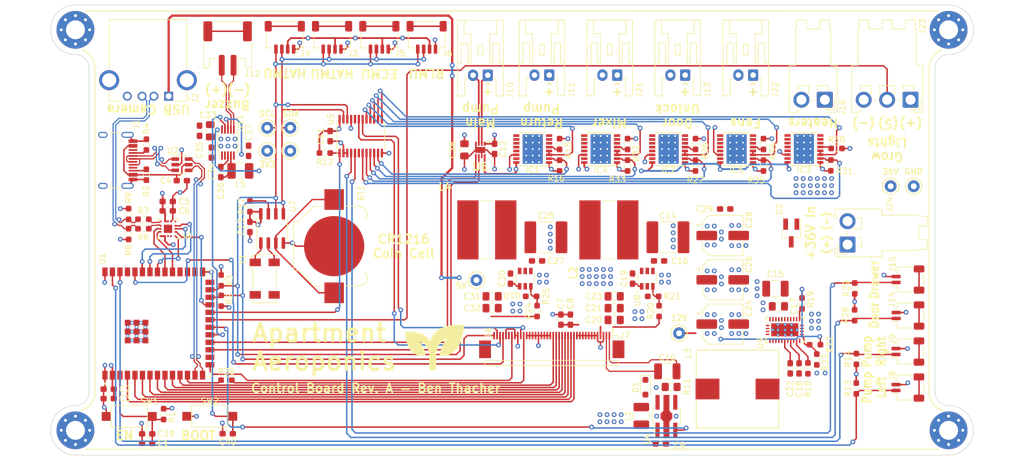
<source format=kicad_pcb>
(kicad_pcb (version 20240108) (generator "pcbnew") (generator_version "8.0")
  (layers (0 "F.Cu" signal) (1 "In1.Cu" power) (2 "In2.Cu" power) (31 "B.Cu" signal) (34 "B.Paste" user) (35 "F.Paste" user) (36 "B.SilkS" user "B.Silkscreen") (37 "F.SilkS" user "F.Silkscreen") (38 "B.Mask" user) (39 "F.Mask" user) (44 "Edge.Cuts" user))
  (net 0 "")
  (net 1 "/RTC/VBAT_RTC")
  (net 2 "GND")
  (net 3 "Net-(U1-EN)")
  (net 4 "+3V3")
  (net 5 "VUSB")
  (net 6 "/Touchscreen/LED+")
  (net 7 "/Touchscreen/LED-")
  (net 8 "+12V")
  (net 9 "+36V")
  (net 10 "Net-(U9-VCC)")
  (net 11 "Net-(U8-CB)")
  (net 12 "Net-(U9-CBOOT)")
  (net 13 "Net-(U10-CB)")
  (net 14 "+5V")
  (net 15 "Net-(U11-BOOT)")
  (net 16 "Net-(U11-SW)")
  (net 17 "RETURN_PUMP_FAULT")
  (net 18 "RETURN_PUMP_EN")
  (net 19 "Net-(IC1-ILIM)")
  (net 26 "DOOR_LOCK_FAULT")
  (net 27 "DOOR_UNLOCK_EN")
  (net 28 "Net-(IC2-ILIM)")
  (net 29 "/Door and Drawer/DOOR_UNLOCK_HIGH")
  (net 36 "HEATER_FAULT")
  (net 37 "HEATER_EN")
  (net 38 "Net-(IC3-ILIM)")
  (net 39 "/Heater/HEATER_HIGH")
  (net 46 "RESERVOIR_MIXER_FAULT")
  (net 47 "RESERVOIR_MIXER_EN")
  (net 48 "Net-(IC4-ILIM)")
  (net 49 "/Reservoir Mixer/MIXER_HIGH")
  (net 56 "FANS_FAULT")
  (net 57 "FANS_EN")
  (net 58 "Net-(IC5-ILIM)")
  (net 59 "/Fans/FANS_HIGH")
  (net 66 "unconnected-(J2-SHIELD-PadS1)")
  (net 67 "SDA")
  (net 68 "SCL")
  (net 69 "unconnected-(J3-MountPin-PadMP)")
  (net 70 "unconnected-(J4-MountPin-PadMP)")
  (net 71 "unconnected-(J5-MountPin-PadMP)")
  (net 72 "unconnected-(J6-MountPin-PadMP)")
  (net 73 "LCD_D0")
  (net 74 "LCD_D1")
  (net 75 "LCD_D2")
  (net 76 "LCD_D3")
  (net 77 "LCD_D4")
  (net 78 "LCD_D5")
  (net 79 "LCD_D6")
  (net 80 "LCD_D7")
  (net 81 "LCD_PCLK")
  (net 82 "LCD_EN")
  (net 83 "LCD_DE")
  (net 85 "TOUCH_*INT")
  (net 86 "TOUCH_*RST")
  (net 87 "PUMP_LIMIT_LEFT")
  (net 88 "unconnected-(J8-MountPin-PadMP)")
  (net 89 "PUMP_LIMIT_RIGHT")
  (net 90 "unconnected-(J9-MountPin-PadMP)")
  (net 91 "unconnected-(J12-MountPin-PadMP)")
  (net 92 "DOOR_SENSOR")
  (net 93 "unconnected-(J14-MountPin-PadMP)")
  (net 94 "DRAWER_SENSOR")
  (net 95 "unconnected-(J15-MountPin-PadMP)")
  (net 96 "GROW_LIGHT_PWM")
  (net 97 "IO_EXPANDER_*INT")
  (net 98 "Net-(U7-~{IRQ})")
  (net 99 "Net-(U9-RT)")
  (net 100 "Net-(U9-PGOOD)")
  (net 101 "Net-(U8-FB)")
  (net 102 "Net-(U9-FB)")
  (net 103 "Net-(U10-FB)")
  (net 107 "USB_PHY_VMO")
  (net 108 "USB_PHY_VPO")
  (net 109 "USB_PHY_OE")
  (net 110 "USB_PHY_VM")
  (net 111 "USB_PHY_VP")
  (net 112 "/MCU/IO0")
  (net 115 "BUZZER_PWM")
  (net 116 "LCD_BACKLIGHT_PWM")
  (net 117 "USB_PHY_RCV")
  (net 118 "PUMP_IN2")
  (net 119 "PUMP_IN1")
  (net 123 "Net-(U7-OSCI)")
  (net 124 "Net-(U7-OSCO)")
  (net 127 "Net-(J1-CC1)")
  (net 128 "Net-(J1-CC2)")
  (net 131 "/Pumps/RETURN_PUMP_HIGH")
  (net 132 "/Pumps/Pump+")
  (net 133 "/Pumps/Pump-")
  (net 134 "/Power electronics/3V3_SW")
  (net 135 "/Power electronics/12V_SW")
  (net 136 "/Power electronics/5V_SW")
  (net 137 "/Piezo buzzer/VCC")
  (net 138 "/Piezo buzzer/FB")
  (net 139 "/Piezo buzzer/OUT-")
  (net 140 "/Piezo buzzer/OUT+")
  (net 142 "/Touchscreen/SW")
  (net 143 "USB_PHY_D-")
  (net 144 "USB_PHY_D+")
  (net 145 "/USB Camera/D+")
  (net 146 "/USB Camera/D-")
  (net 147 "USB_JTAG_RAW_D+")
  (net 148 "USB_JTAG_RAW_D-")
  (net 149 "USB_JTAG_D-")
  (net 150 "USB_JTAG_D+")
  (net 151 "Net-(J7-Pin_30)")
  (footprint "Capacitor_SMD:C_0603_1608Metric_Pad1.08x0.95mm_HandSolder" (layer "F.Cu") (at 121.2 113.5 90)
    (property "Reference" "C8")
    (property "Value" "0.1uF")
  )
  (footprint "MountingHole:MountingHole_3.2mm_M3_Pad_Via" (layer "F.Cu") (at 37.45 64.4 180)
    (property "Reference" "REF**" (hide yes))
    (property "Value" "MountingHole_3.2mm_M3_Pad_Via")
  )
  (footprint "Capacitor_SMD:C_0603_1608Metric_Pad1.08x0.95mm_HandSolder" (layer "F.Cu") (at 111.0625 106.55 90)
    (property "Reference" "C30")
    (property "Value" "100nF")
  )
  (footprint "Connector_JST:JST_SH_SM02B-SRSS-TB_1x02-1MP_P1.00mm_Horizontal" (layer "F.Cu") (at 178.3 125 90)
    (property "Reference" "J8")
    (property "Value" "LIM_LEFT")
  )
  (footprint "Package_SO:TSSOP-24_4.4x7.8mm_P0.65mm" (layer "F.Cu") (at 85.725 82.4125 90)
    (property "Reference" "U5")
    (property "Value" "TCA9535PWR")
  )
  (footprint "footprints:IND_BOURNS_SRP1270-M" (layer "F.Cu") (at 149.48 125.25 180)
    (property "Reference" "L3")
    (property "Value" "10uH")
  )
  (footprint "Capacitor_SMD:C_0805_2012Metric_Pad1.18x1.45mm_HandSolder" (layer "F.Cu") (at 128.6125 109.55)
    (property "Reference" "C23")
    (property "Value" "10uF")
  )
  (footprint "footprints:Texas_Instruments-TUSB1106RTZR-Manufacturer_Recommended" (layer "F.Cu") (at 53.1125 98.11 180)
    (property "Reference" "U3")
    (property "Value" "TUSB1106RTZR")
  )
  (footprint "Resistor_SMD:R_0603_1608Metric_Pad0.98x0.95mm_HandSolder" (layer "F.Cu") (at 63 123.75)
    (property "Reference" "R36")
    (property "Value" "22")
  )
  (footprint "Resistor_SMD:R_0603_1608Metric_Pad0.98x0.95mm_HandSolder" (layer "F.Cu") (at 130.875 87.4 -90)
    (property "Reference" "R33")
    (property "Value" "680")
  )
  (footprint "Inductor_SMD:L_1210_3225Metric_Pad1.42x2.65mm_HandSolder" (layer "F.Cu") (at 133.2 129.8 90)
    (property "Reference" "L1")
    (property "Value" "10uH")
  )
  (footprint "MountingHole:MountingHole_3.2mm_M3_Pad_Via" (layer "F.Cu") (at 185.2 64.4)
    (property "Reference" "REF**" (hide yes))
    (property "Value" "MountingHole_3.2mm_M3_Pad_Via")
  )
  (footprint "Package_SO:HTSSOP-16-1EP_4.4x5mm_P0.65mm_EP3.4x5mm_Mask3x3mm_ThermalVias" (layer "F.Cu") (at 149.325 84.6 180)
    (property "Reference" "IC5")
    (property "Value" "TPS1HB50AQPWPRQ1")
  )
  (footprint "Diode_SMD:D_SOD-323_HandSoldering" (layer "F.Cu") (at 133.9 124.95 -90)
    (property "Reference" "D1")
    (property "Value" "BAS3010B03WE6327HTSA1")
  )
  (footprint "Package_TO_SOT_SMD:SOT-23-6" (layer "F.Cu") (at 55.475 87.25)
    (property "Reference" "U2")
    (property "Value" "USBLC6-2SC6")
  )
  (footprint "footprints:LMR51610XDBVR" (layer "F.Cu") (at 113.5625 106.55 90)
    (property "Reference" "U10")
    (property "Value" "LMR51606")
  )
  (footprint "Package_TO_SOT_SMD:SOT-89-5_Handsoldering" (layer "F.Cu") (at 137.45 129.85 90)
    (property "Reference" "U4")
    (property "Value" "PT4110")
  )
  (footprint "Resistor_SMD:R_0603_1608Metric_Pad0.98x0.95mm_HandSolder" (layer "F.Cu") (at 162.6 117.75 180)
    (property "Reference" "R22")
    (property "Value" "100k")
  )
  (footprint "footprints:ER-CON40HT-1" (layer "F.Cu") (at 118.05 117.8)
    (property "Reference" "J7")
    (property "Value" "Conn_01x40_MountingPin")
  )
  (footprint "Connector_JST:JST_SH_SM02B-SRSS-TB_1x02-1MP_P1.00mm_Horizontal" (layer "F.Cu") (at 178.325 106.7 90)
    (property "Reference" "J15")
    (property "Value" "DrawerSense")
  )
  (footprint "Capacitor_SMD:C_0805_2012Metric_Pad1.18x1.45mm_HandSolder" (layer "F.Cu") (at 128.6125 113.55)
    (property "Reference" "C20")
    (property "Value" "10uF")
  )
  (footprint "Package_SO:HTSSOP-16-1EP_4.4x5mm_P0.65mm_EP3.4x5mm_Mask3x3mm_ThermalVias" (layer "F.Cu") (at 137.825 84.6 180)
    (property "Reference" "IC2")
    (property "Value" "TPS1HB50AQPWPRQ1")
  )
  (footprint "Resistor_SMD:R_0603_1608Metric_Pad0.98x0.95mm_HandSolder" (layer "F.Cu") (at 48.95 98.1 180)
    (property "Reference" "R6")
    (property "Value" "33")
  )
  (footprint "TestPoint:TestPoint_Keystone_5000-5004_Miniature" (layer "F.Cu") (at 139.6 115.8)
    (property "Reference" "TP5" (hide yes))
    (property "Value" "5000")
  )
  (footprint "Resistor_SMD:R_0805_2012Metric_Pad1.20x1.40mm_HandSolder" (layer "F.Cu") (at 138.25 124.9 180)
    (property "Reference" "R11")
    (property "Value" "20")
  )
  (footprint "Capacitor_SMD:C_0603_1608Metric_Pad1.08x0.95mm_HandSolder" (layer "F.Cu") (at 49.5865 134.454 180)
    (property "Reference" "C1")
    (property "Value" "1uF")
  )
  (footprint "Connector_JST:JST_XA_S02B-XASK-1_1x02_P2.50mm_Horizontal" (layer "F.Cu") (at 107.225 72.1 180)
    (property "Reference" "J10")
    (property "Value" "Pump")
  )
  (footprint "Capacitor_SMD:C_0603_1608Metric_Pad1.08x0.95mm_HandSolder" (layer "F.Cu") (at 159.9 121.75 -90)
    (property "Reference" "C18")
    (property "Value" "2.2uF")
  )
  (footprint "Capacitor_SMD:C_0603_1608Metric_Pad1.08x0.95mm_HandSolder" (layer "F.Cu") (at 147.4 94.75)
    (property "Reference" "C29")
    (property "Value" "470nF")
  )
  (footprint "Capacitor_SMD:C_0603_1608Metric_Pad1.08x0.95mm_HandSolder" (layer "F.Cu") (at 43.075 125.275 180)
    (property "Reference" "C2")
    (property "Value" "10uF")
  )
  (footprint "Capacitor_SMD:C_0805_2012Metric_Pad1.18x1.45mm_HandSolder" (layer "F.Cu") (at 103.275 84.7375 -90)
    (property "Reference" "C38")
    (property "Value" "22uF")
  )
  (footprint "Resistor_SMD:R_0603_1608Metric_Pad0.98x0.95mm_HandSolder" (layer "F.Cu") (at 52.375 129.5 -90)
    (property "Reference" "R1")
    (property "Value" "10k")
  )
  (footprint "Resistor_SMD:R_0603_1608Metric_Pad0.98x0.95mm_HandSolder" (layer "F.Cu") (at 169.3 112.75 -90)
    (property "Reference" "R28")
    (property "Value" "4.7k")
  )
  (footprint "Capacitor_SMD:C_1210_3225Metric_Pad1.33x2.70mm_HandSolder" (layer "F.Cu") (at 137.6 122.25)
    (property "Reference" "C10")
    (property "Value" "2.2uF")
  )
  (footprint "Resistor_SMD:R_0603_1608Metric_Pad0.98x0.95mm_HandSolder" (layer "F.Cu") (at 169.575 125.1625 -90)
    (property "Reference" "R13")
    (property "Value" "4.7k")
  )
  (footprint "Resistor_SMD:R_0603_1608Metric_Pad0.98x0.95mm_HandSolder" (layer "F.Cu") (at 169.325 108.2125 90)
    (property "Reference" "R29")
    (property "Value" "4.7k")
  )
  (footprint "TestPoint:TestPoint_Keystone_5000-5004_Miniature" (layer "F.Cu") (at 175.4 90.9)
    (property "Reference" "TP6" (hide yes))
    (property "Value" "5000")
  )
  (footprint "Resistor_SMD:R_0603_1608Metric_Pad0.98x0.95mm_HandSolder" (layer "F.Cu") (at 166.25 84.5)
    (property "Reference" "R30")
    (property "Value" "12k")
  )
  (footprint "Resistor_SMD:R_0603_1608Metric_Pad0.98x0.95mm_HandSolder" (layer "F.Cu") (at 135.2125 109.55 180)
    (property "Reference" "R21")
    (property "Value" "32k")
  )
  (footprint "Inductor_SMD:L_1210_3225Metric_Pad1.42x2.65mm_HandSolder" (layer "F.Cu") (at 65.35 88.3 180)
    (property "Reference" "L5")
    (property "Value" "NLCV32T-R47M-EFRD")
  )
  (footprint "Connector_JST:JST_SH_SM04B-SRSS-TB_1x04-1MP_P1.00mm_Horizontal" (layer "F.Cu") (at 96.875 65.675 180)
    (property "Reference" "J6")
    (property "Value" "RLMU")
  )
  (footprint "Resistor_SMD:R_0603_1608Metric_Pad0.98x0.95mm_HandSolder" (layer "F.Cu") (at 142.375 83.75 90)
    (property "Reference" "R26")
    (property "Value" "25k")
  )
  (footprint "Capacitor_SMD:CP_Elec_6.3x7.7" (layer "F.Cu") (at 146.98 99.25)
    (property "Reference" "C28")
    (property "Value" "68uF")
  )
  (footprint "Battery:BatteryHolder_Keystone_3000_1x12mm" (layer "F.Cu") (at 81.225 101.05 90)
    (property "Reference" "BT1")
    (property "Value" "Battery_Cell")
  )
  (footprint "Resistor_SMD:R_0603_1608Metric_Pad0.98x0.95mm_HandSolder" (layer "F.Cu") (at 136.2125 112.05 90)
    (property "Reference" "R20")
    (property "Value" "100k")
  )
  (footprint "Capacitor_SMD:C_0603_1608Metric_Pad1.08x0.95mm_HandSolder" (layer "F.Cu") (at 63.2125 132.825 180)
    (property "Reference" "C40")
    (property "Value" "0.1uF")
  )
  (footprint "footprints:LMR51610XDBVR" (layer "F.Cu") (at 134.2125 106.55 90)
    (property "Reference" "U8")
    (property "Value" "LMR51610")
  )
  (footprint "Capacitor_SMD:C_0603_1608Metric_Pad1.08x0.95mm_HandSolder" (layer "F.Cu") (at 53.0625 95.075)
    (property "Reference" "C6")
    (property "Value" "0.1uF")
  )
  (footprint "Connector_JST:JST_XA_S02B-XASK-1_1x02_P2.50mm_Horizontal" (layer "F.Cu") (at 129.125 72.075 180)
    (property "Reference" "J21")
    (property "Value" "Mixer")
  )
  (footprint "Resistor_SMD:R_0603_1608Metric_Pad0.98x0.95mm_HandSolder" (layer "F.Cu") (at 153.875 87.4 -90)
    (property "Reference" "R35")
    (property "Value" "680")
  )
  (footprint "TestPoint:TestPoint_Keystone_5000-5004_Miniature" (layer "F.Cu") (at 73.8 84.9)
    (property "Reference" "TP13" (hide yes))
    (property "Value" "5001")
  )
  (footprint "LOGO" (layer "F.Cu") (at 98.2 118.2)
    (property "Reference" "G***" (hide yes))
    (property "Value" "LOGO" (hide yes))
  )
  (footprint "Capacitor_SMD:C_0603_1608Metric_Pad1.08x0.95mm_HandSolder" (layer "F.Cu") (at 60.45 85.2 -90)
    (property "Reference" "C34")
    (property "Value" "1uF")
  )
  (footprint "Capacitor_SMD:C_0805_2012Metric_Pad1.18x1.45mm_HandSolder" (layer "F.Cu") (at 107.9625 111.55)
    (property "Reference" "C32")
    (property "Value" "10uF")
  )
  (footprint "Capacitor_SMD:CP_Elec_6.3x7.7" (layer "F.Cu") (at 146.98 106.75)
    (property "Reference" "C26")
    (property "Value" "68uF")
  )
  (footprint "Resistor_SMD:R_0603_1608Metric_Pad0.98x0.95mm_HandSolder" (layer "F.Cu") (at 153.875 83.75 90)
    (property "Reference" "R34")
    (property "Value" "25k")
  )
  (footprint "Capacitor_SMD:C_0603_1608Metric_Pad1.08x0.95mm_HandSolder" (layer "F.Cu") (at 119.6 113.5 90)
    (property "Reference" "C7")
    (property "Value" "10uF")
  )
  (footprint "Button_Switch_SMD:SW_SPST_CK_RS282G05A3" (layer "F.Cu") (at 46.55 129.9)
    (property "Reference" "SW1")
    (property "Value" "RST")
  )
  (footprint "Connector_JST:JST_SH_SM04B-SRSS-TB_1x04-1MP_P1.00mm_Horizontal" (layer "F.Cu") (at 80.875 65.675 180)
    (property "Reference" "J3")
    (property "Value" "HATMU1")
  )
  (footprint "Capacitor_SMD:C_0603_1608Metric_Pad1.08x0.95mm_HandSolder" (layer "F.Cu") (at 49.5865 132.854 180)
    (property "Reference" "C39")
    (property "Value" "0.1uF")
  )
  (footprint "Connector_USB:USB_C_Receptacle_HRO_TYPE-C-31-M-12" (layer "F.Cu") (at 43.14 86.5125 -90)
    (property "Reference" "J1")
    (property "Value" "USB_C_Receptacle_USB2.0_14P")
  )
  (footprint "Resistor_SMD:R_0603_1608Metric_Pad0.98x0.95mm_HandSolder" (layer "F.Cu") (at 160.4 110.75 90)
    (property "Reference" "R19")
    (property "Value" "100k")
  )
  (footprint "Resistor_SMD:R_0603_1608Metric_Pad0.98x0.95mm_HandSolder" (layer "F.Cu") (at 162.9 120.25 -90)
    (property "Reference" "R23")
    (property "Value" "9.09k")
  )
  (footprint "Capacitor_SMD:C_2220_5750Metric_Pad1.97x5.40mm_HandSolder" (layer "F.Cu") (at 117.0625 99.55)
    (property "Reference" "C25")
    (property "Value" "4.7uF")
  )
  (footprint "Resistor_SMD:R_0603_1608Metric_Pad0.98x0.95mm_HandSolder" (layer "F.Cu") (at 161.4 121.75 -90)
    (property "Reference" "R18")
    (property "Value" "97.6k")
  )
  (footprint "Capacitor_SMD:C_0603_1608Metric_Pad1.08x0.95mm_HandSolder" (layer "F.Cu") (at 136.2125 103.55)
    (property "Reference" "C16")
    (property "Value" "100nF")
  )
  (footprint "Connector_JST:JST_PH_S2B-PH-SM4-TB_1x02-1MP_P2.00mm_Horizontal" (layer "F.Cu") (at 63.2 67.55 180)
    (property "Reference" "J12")
    (property "Value" "Piezo Buzzer Connector")
  )
  (footprint "Capacitor_SMD:C_0603_1608Metric_Pad1.08x0.95mm_HandSolder" (layer "F.Cu") (at 131.7125 106.55 90)
    (property "Reference" "C19")
    (property "Value" "100nF")
  )
  (footprint "Capacitor_SMD:C_0603_1608Metric_Pad1.08x0.95mm_HandSolder" (layer "F.Cu") (at 43.075 126.875 180)
    (property "Reference" "C3")
    (property "Value" "0.1uF")
  )
  (footprint "Capacitor_SMD:C_0603_1608Metric_Pad1.08x0.95mm_HandSolder" (layer "F.Cu") (at 136.5 134.55)
    (property "Reference" "C9")
    (property "Value" "22uF")
  )
  (footprint "Connector_JST:JST_XA_S02B-XASK-1_1x02_P2.50mm_Horizontal" (layer "F.Cu") (at 152.125 72.075 180)
    (property "Reference" "J22")
    (property "Value" "Fan")
  )
  (footprint "Package_TO_SOT_SMD:SOT-23_Handsoldering" (layer "F.Cu") (at 158.575 98.825 -90)
    (property "Reference" "D2")
    (property "Value" "TSM36A")
  )
  (footprint "Crystal:Crystal_SMD_Abracon_ABS25-4Pin_8.0x3.8mm" (layer "F.Cu") (at 69.475 106.55)
    (property "Reference" "Y1")
    (property "Value" "ABS25-32.768KHZ-T")
  )
  (footprint "footprints:AMPHENOL_UE27AC54100" (layer "F.Cu") (at 49.725 75.645 180)
    (property "Reference" "J2")
    (property "Value" "UE27AC54100")
  )
  (footprint "Package_SO:HTSSOP-16-1EP_4.4x5mm_P0.65mm_EP3.4x5mm_Mask3x3mm_ThermalVias" (layer "F.Cu") (at 114.825 84.6 180)
    (property "Reference" "IC1")
    (property "Value" "TPS1HB50AQPWPRQ1")
  )
  (footprint "Connector_JST:JST_SH_SM02B-SRSS-TB_1x02-1MP_P1.00mm_Horizontal" (layer "F.Cu") (at 178.3 118.9 90)
    (property "Reference" "J9")
    (property "Value" "LIM_RIGHT")
  )
  (footprint "Resistor_SMD:R_0603_1608Metric_Pad0.98x0.95mm_HandSolder" (layer "F.Cu") (at 79.65 85.275)
    (property "Reference" "R12")
    (property "Value" "10k")
  )
  (footprint "MountingHole:MountingHole_3.2mm_M3_Pad_Via" (layer "F.Cu") (at 185.2 132.25)
    (property "Reference" "REF**" (hide yes))
    (property "Value" "MountingHole_3.2mm_M3_Pad_Via")
  )
  (footprint "Capacitor_SMD:C_0805_2012Metric_Pad1.18x1.45mm_HandSolder" (layer "F.Cu") (at 107.9625 109.55)
    (property "Reference" "C31")
    (property "Value" "10uF")
  )
  (footprint "Connector_JST:JST_SH_SM02B-SRSS-TB_1x02-1MP_P1.00mm_Horizontal" (layer "F.Cu") (at 178.325 112.8 90)
    (property "Reference" "J14")
    (property "Value" "DoorSense")
  )
  (footprint "Resistor_SMD:R_0603_1608Metric_Pad0.98x0.95mm_HandSolder" (layer "F.Cu") (at 48.95 96.49 180)
    (property "Reference" "R7")
    (property "Value" "33")
  )
  (footprint "Resistor_SMD:R_0603_1608Metric_Pad0.98x0.95mm_HandSolder" (layer "F.Cu") (at 119.375 87.4 -90)
    (property "Reference" "R16")
    (property "Value" "680")
  )
  (footprint "Resistor_SMD:R_0603_1608Metric_Pad0.98x0.95mm_HandSolder" (layer "F.Cu") (at 165.275 87.375 -90)
    (property "Reference" "R31")
    (property "Value" "680")
  )
  (footprint "TestPoint:TestPoint_Keystone_5000-5004_Miniature" (layer "F.Cu") (at 105.3 106.8)
    (property "Reference" "TP4" (hide yes))
    (property "Value" "5000")
  )
  (footprint "Resistor_SMD:R_0603_1608Metric_Pad0.98x0.95mm_HandSolder" (layer "F.Cu") (at 169.6 120.1625 90)
    (property "Reference" "R14")
    (property "Value" "4.7k")
  )
  (footprint "Capacitor_SMD:C_1210_3225Metric_Pad1.33x2.70mm_HandSolder" (layer "F.Cu") (at 155.9 108.25 180)
    (property "Reference" "C15")
    (property "Value" "10uF")
  )
  (footprint "Connector_JST:JST_SH_SM04B-SRSS-TB_1x04-1MP_P1.00mm_Horizontal" (layer "F.Cu") (at 72.875 65.675 180)
    (property "Reference" "J4")
    (property "Value" "HATMU2")
  )
  (footprint "Button_Switch_SMD:SW_SPST_CK_RS282G05A3" (layer "F.Cu") (at 60.175 129.875)
    (property "Reference" "SW2")
    (property "Value" "RST")
  )
  (footprint "Resistor_SMD:R_0603_1608Metric_Pad0.98x0.95mm_HandSolder" (layer "F.Cu") (at 130.875 83.75 90)
    (property "Reference" "R32")
    (property "Value" "15k")
  )
  (footprint "Resistor_SMD:R_0603_1608Metric_Pad0.98x0.95mm_HandSolder" (layer "F.Cu") (at 66.975 94.3 90)
    (property "Reference" "R17")
    (property "Value" "4.7k")
  )
  (footprint "Capacitor_SMD:C_2220_5750Metric_Pad1.97x5.40mm_HandSolder" (layer "F.Cu") (at 137.7125 99.55)
    (property "Reference" "C14")
    (property "Value" "4.7uF")
  )
  (footprint "Resistor_SMD:R_0603_1608Metric_Pad0.98x0.95mm_HandSolder" (layer "F.Cu") (at 46.45 95.6 90)
    (property "Reference" "R9")
    (property "Value" "15k")
  )
  (footprint "Connector_JST:JST_XA_S02B-XASK-1_1x02_P2.50mm_Horizontal" (layer "F.Cu") (at 140.625 72.075 180)
    (property "Reference" "J13")
    (property "Value" "DoorLock")
  )
  (footprint "Capacitor_SMD:C_0603_1608Metric_Pad1.08x0.95mm_HandSolder" (layer "F.Cu") (at 53.0625 93.475)
    (property "Reference" "C5")
    (property "Value" "0.1uF")
  )
  (footprint "footprints:SON50P200X200X80-9N" (layer "F.Cu") (at 105.95 84.75 -90)
    (property "Reference" "U6")
    (property "Value" "DRV8220DSGR" (hide yes))
  )
  (footprint "Capacitor_SMD:C_0603_1608Metric_Pad1.08x0.95mm_HandSolder" (layer "F.Cu") (at 80.55 82.4125 -90)
    (property "Reference" "C11")
    (property "Value" "0.1uF")
  )
  (footprint "Capacitor_SMD:C_0603_1608Metric_Pad1.08x0.95mm_HandSolder" (layer "F.Cu") (at 58.45 81.5 90)
    (property "Reference" "C35")
    (property "Value" "1uF")
  )
  (footprint "Resistor_SMD:R_0603_1608Metric_Pad0.98x0.95mm_HandSolder" (layer "F.Cu") (at 46.45 99 -90)
    (property "Reference" "R8")
    (property "Value" "15k")
  )
  (footprint "Connector_JST:JST_VH_S2P-VH_1x02_P3.96mm_Horizontal" (layer "F.Cu") (at 168.1 100.78 90)
    (property "Reference" "J24")
    (property "Value" "Power In")
  )
  (footprint "Resistor_SMD:R_0603_1608Metric_Pad0.98x0.95mm_HandSolder" (layer "F.Cu") (at 114.5625 109.55 180)
    (property "Reference" "R25")
    (property "Value" "19.1k")
  )
  (footprint "Capacitor_SMD:CP_Elec_6.3x7.7" (layer "F.Cu") (at 146.98 114.25)
    (property "Reference" "C24")
    (property "Value" "68uF")
  )
  (footprint "Capacitor_SMD:C_0603_1608Metric_Pad1.08x0.95mm_HandSolder" (layer "F.Cu") (at 115.5625 103.55)
    (property "Reference" "C27")
    (property "Value" "100nF")
  )
  (footprint "Connector_JST:JST_XA_S02B-XASK-1_1x02_P2.50mm_Horizontal" (layer "F.Cu") (at 117.625 72.075 180)
    (property "Reference" "J11")
    (property "Value" "ReturnPump")
  )
  (footprint "Capacitor_SMD:C_0805_2012Metric_Pad1.18x1.45mm_HandSolder" (layer "F.Cu") (at 128.6125 111.55)
    (property "Reference" "C21")
    (property "Value" "10uF")
  )
  (footprint "Resistor_SMD:R_0603_1608Metric_Pad0.98x0.95mm_HandSolder" (layer "F.Cu") (at 62.1 106.85 -90)
    (property "Reference" "R3")
    (property "Value" "2.2k")
  )
  (footprint "Connector_JST:JST_VH_S2P-VH_1x02_P3.96mm_Horizontal" (layer "F.Cu") (at 164.255 76.25 180)
    (property "Reference" "J16")
    (property "Value" "Heater")
  )
  (footprint "MountingHole:MountingHole_3.2mm_M3_Pad_Via" (layer "F.Cu") (at 37.45 132.25 180)
    (property "Reference" "REF**" (hide yes))
    (property "Value" "MountingHole_3.2mm_M3_Pad_Via")
  )
  (footprint "Capacitor_SMD:C_0603_1608Metric_Pad1.08x0.95mm_HandSolder" (layer "F.Cu") (at 108.375 84.575 -90)
    (property "Reference" "C12")
    (property "Value" "0.1uF")
  )
  (footprint "TestPoint:TestPoint_Keystone_5000-5004_Miniature" (layer "F.Cu") (at 73.8 81)
    (property "Reference" "TP1" (hide yes))
    (property "Value" "5002")
  )
  (footprint "Package_SO:HTSSOP-16-1EP_4.4x5mm_P0.65mm_EP3.4x5mm_Mask3x3mm_ThermalVias" (layer "F.Cu") (at 160.725 84.575 180)
    (property "Reference" "IC3")
    (property "Value" "TPS1HB50AQPWPRQ1")
  )
  (footprint "TestPoint:TestPoint_Keystone_5000-5004_Miniature" (layer "F.Cu") (at 179.3 90.9)
    (property "Reference" "TP11" (hide yes))
    (property "Value" "5001")
  )
  (footprint "Connector_JST:JST_VH_S3P-VH_1x03_P3.96mm_Horizontal" (layer "F.Cu") (at 178.76 76.25 180)
    (property "Reference" "J23")
    (property "Value" "Conn_01x03")
  )
  (footprint "Package_SO:HTSSOP-16-1EP_4.4x5mm_P0.65mm_EP3.4x5mm_Mask3x3mm_ThermalVias" (layer "F.Cu") (at 126.325 84.6 180)
    (property "Reference" "IC4")
    (property "Value" "TPS1HB50AQPWPRQ1")
  )
  (footprint "footprints:SDR1006220ML" (layer "F.Cu") (at 127.7125 98.3 90)
    (property "Reference" "L2")
    (property "Value" "22uH" (hide yes))
  )
  (footprint "Capacitor_SMD:C_0603_1608Metric_Pad1.08x0.95mm_HandSolder" (layer "F.Cu") (at 66.975 97.8 -90)
    (property "Reference" "C13")
    (property "Value" "1uF")
  )
  (footprint "Resistor_SMD:R_0603_1608Metric_Pad0.98x0.95mm_HandSolder" (layer "F.Cu") (at 115.5625 112.05 90)
    (property "Reference" "R24")
    (property "Value" "100k")
  )
  (footprint "footprints:XCVR_ESP32-S3-WROOM-2-N32R8V" (layer "F.Cu") (at 47.7 114.16 90)
    (property "Reference" "U1")
    (property "Value" "ESP32-S3-WROOM-1U-N16R8")
  )
  (footprint "Connector_JST:JST_SH_SM04B-SRSS-TB_1x04-1MP_P1.00mm_Horizontal" (layer "F.Cu") (at 88.875 65.675 180)
    (property "Reference" "J5")
    (property "Value" "ECMU")
  )
  (footprint "Capacitor_SMD:C_0805_2012Metric_Pad1.18x1.45mm_HandSolder" (layer "F.Cu") (at 60.25 81.5 90)
    (property "Reference" "C33")
    (property "Value" "10uF")
  )
  (footprint "Capacitor_SMD:C_0603_1608Metric_Pad1.08x0.95mm_HandSolder" (layer "F.Cu") (at 55.45 89.95)
    (property "Reference" "C4")
    (property "Value" "0.1uF")
  )
  (footprint "Resistor_SMD:R_0603_1608Metric_Pad0.98x0.95mm_HandSolder" (layer "F.Cu") (at 49.45 83.85 90)
    (property "Reference" "R4")
    (property "Value" "5.1k")
  )
  (footprint "Resistor_SMD:R_0603_1608Metric_Pad0.98x0.95mm_HandSolder" (layer "F.Cu") (at 119.375 83.75 90)
    (property "Reference" "R15")
    (property "Value" "15k")
  )
  (footprint "Capacitor_SMD:C_0603_1608Metric_Pad1.08x0.95mm_HandSolder" (layer "F.Cu") (at 66.75 84.9 90)
    (property "Reference" "C37")
    (property "Value" "1uF")
  )
  (footprint "Resistor_SMD:R_0603_1608Metric_Pad0.98x0.95mm_HandSolder" (layer "F.Cu") (at 62.1 110.3 90)
    (property "Reference" "R2")
    (property "Value" "2.2k")
  )
  (footprint "Package_SO:MSOP-10_3x3mm_P0.5mm" (layer "F.Cu") (at 63.25 83.5 90)
    (property "Reference" "U11")
    (property "Value" "PAM8906")
  )
  (footprint "Resistor_SMD:R_0603_1608Metric_Pad0.98x0.95mm_HandSolder" (layer "F.Cu") (at 142.375 87.4 -90)
    (property "Reference" "R27")
    (property "Value" "680")
  )
  (footprint "Capacitor_SMD:C_0805_2012Metric_Pad1.18x1.45mm_HandSolder" (layer "F.Cu") (at 156.4 111.25 180)
    (property "Reference" "C17")
    (property "Value" "470nF")
  )
  (footprint "footprints:SDR1006220ML" (layer "F.Cu") (at 107.0625 98.3 90)
    (property "Reference" "L4")
    (property "Value" "47uH" (hide yes))
  )
  (footprint "TestPoint:TestPoint_Keystone_5000-5004_Miniature" (layer "F.Cu") (at 69.9 81)
    (property "Reference" "TP7" (hide yes))
    (property "Value" "5002")
  )
  (footprint "Capacitor_SMD:C_0603_1608Metric_Pad1.08x0.95mm_HandSolder" (layer "F.Cu") (at 62.05 88.5 -90)
    (property "Reference" "C36")
    (property "Value" "0.1uF")
  )
  (footprint "Capacitor_SMD:C_0603_1608Metric_Pad1.08x0.95mm_HandSolder" (layer "F.Cu") (at 158.4 121.75 -90)
    (property "Reference" "C22")
    (property "Value" "470nF")
  )
  (footprint "Package_SO:SOIC-8_3.9x4.9mm_P1.27mm" (layer "F.Cu") (at 70.725 98.05 90)
    (property "Reference" "U7")
    (property "Value" "BQ32002")
  )
  (footprint "TestPoint:TestPoint_Keystone_5000-5004_Miniature" (layer "F.Cu") (at 69.9 84.9)
    (property "Reference" "TP3" (hide yes))
    (property "Value" "5000")
  )
  (footprint "Resistor_SMD:R_0603_1608Metric_Pad0.98x0.95mm_HandSolder" (layer "F.Cu") (at 49.45 88.95 -90)
    (property "Reference" "R5")
    (property "Value" "5.1k")
  )
  (footprint "footprints:RNP0030A" (layer "F.Cu") (at 157.48 115.25 90)
    (property "Reference" "U9")
    (property "Value" "LM76005RNPR")
  )
  (gr_arc (start 38.551696 67.78933) (mid 40.144958 68.995478) (end 40.75 70.9) (stroke (width 0.15)) (layer "F.SilkS"))
  (gr_line (start 39.15 61.25) (end 183.5 61.2) (stroke (width 0.15)) (layer "F.SilkS"))
  (gr_line (start 181.9 125.75) (end 181.9 70.9) (stroke (width 0.15)) (layer "F.SilkS"))
  (gr_line (start 40.75 125.75) (end 40.75 70.9) (stroke (width 0.15)) (layer "F.SilkS"))
  (gr_line (start 183.5 135.45) (end 39.15 135.45) (stroke (width 0.15)) (layer "F.SilkS"))
  (gr_arc (start 181.9 70.9) (mid 182.505042 68.995478) (end 184.098304 67.78933) (stroke (width 0.15)) (layer "F.SilkS"))
  (gr_arc (start 40.75 125.75) (mid 40.144958 127.654521) (end 38.551696 128.86067) (stroke (width 0.15)) (layer "F.SilkS"))
  (gr_arc (start 184.098304 128.86067) (mid 182.505042 127.654522) (end 181.9 125.75) (stroke (width 0.15)) (layer "F.SilkS"))
  (gr_line (start 39.75 60.2) (end 37.45 60.2) (stroke (width 0.1)) (layer "Edge.Cuts"))
  (gr_arc (start 37.45 136.45) (mid 33.25 132.25) (end 37.45 128.05) (stroke (width 0.1)) (layer "Edge.Cuts"))
  (gr_line (start 182.9 125.75) (end 182.9 70.9) (stroke (width 0.1)) (layer "Edge.Cuts"))
  (gr_arc (start 182.9 70.9) (mid 183.573654 69.273654) (end 185.2 68.6) (stroke (width 0.1)) (layer "Edge.Cuts"))
  (gr_arc (start 185.2 60.2) (mid 189.4 64.4) (end 185.2 68.6) (stroke (width 0.1)) (layer "Edge.Cuts"))
  (gr_line (start 182.9 60.2) (end 39.75 60.2) (stroke (width 0.1)) (layer "Edge.Cuts"))
  (gr_line (start 182.9 60.2) (end 185.2 60.2) (stroke (width 0.1)) (layer "Edge.Cuts"))
  (gr_line (start 39.75 136.45) (end 37.45 136.45) (stroke (width 0.1)) (layer "Edge.Cuts"))
  (gr_arc (start 39.75 125.75) (mid 39.076346 127.376346) (end 37.45 128.05) (stroke (width 0.1)) (layer "Edge.Cuts"))
  (gr_arc (start 185.2 128.05) (mid 183.573654 127.376346) (end 182.9 125.75) (stroke (width 0.1)) (layer "Edge.Cuts"))
  (gr_arc (start 37.45 68.6) (mid 39.076346 69.273654) (end 39.75 70.9) (stroke (width 0.1)) (layer "Edge.Cuts"))
  (gr_line (start 182.9 136.45) (end 185.2 136.45) (stroke (width 0.1)) (layer "Edge.Cuts"))
  (gr_line (start 39.75 136.45) (end 182.9 136.45) (stroke (width 0.1)) (layer "Edge.Cuts"))
  (gr_line (start 39.75 70.9) (end 39.75 125.75) (stroke (width 0.1)) (layer "Edge.Cuts"))
  (gr_arc (start 185.2 128.05) (mid 189.4 132.25) (end 185.2 136.45) (stroke (width 0.1)) (layer "Edge.Cuts"))
  (gr_arc (start 37.45 68.6) (mid 33.25 64.4) (end 37.45 60.2) (stroke (width 0.1)) (layer "Edge.Cuts"))
  (gr_text "Apartment\nAeroponics" (at 67.1 118.15 0) (layer "F.SilkS") (effects (font (size 3 3) (thickness 0.5) (bold yes)) (justify left)))
  (gr_text "(S)" (at 175 81.2 180) (layer "F.SilkS") (effects (font (size 1.5 1.5) (thickness 0.3) (bold yes)) (justify top)))
  (gr_text "HATMU" (at 80.875 72.65 180) (layer "F.SilkS") (effects (font (size 1.5 1.5) (thickness 0.3) (bold yes)) (justify top)))
  (gr_text "Control Board Rev. A - Ben Thacher" (at 67 126 0) (layer "F.SilkS") (effects (font (size 1.5 1.5) (thickness 0.3) (bold yes)) (justify left bottom)))
  (gr_text "5V" (at 102.7 108.3 0) (layer "F.SilkS") (effects (font (size 1 1) (thickness 0.1875)) (justify bottom)))
  (gr_text "BOOT" (at 58.275 132.275 0) (layer "F.SilkS") (effects (font (size 1.5 1.5) (thickness 0.3) (bold yes)) (justify top)))
  (gr_text "+" (at 107.2 75 180) (layer "F.SilkS") (effects (font (size 1.5 1.5) (thickness 0.3) (bold yes))))
  (gr_text "Grow\nLights" (at 174.8 86.8 180) (layer "F.SilkS") (effects (font (size 1.5 1.5) (thickness 0.3) (bold yes)) (justify top)))
  (gr_text "CR1216\nCoin Cell" (at 93 99 0) (layer "F.SilkS") (effects (font (size 1.5 1.5) (thickness 0.3) (bold yes)) (justify top)))
  (gr_text "EN" (at 45.774 132.254 0) (layer "F.SilkS") (effects (font (size 1.5 1.5) (thickness 0.3) (bold yes)) (justify top)))
  (gr_text "Pump\nLeft" (at 170.5 125 90) (layer "F.SilkS") (effects (font (size 1.5 1.3) (thickness 0.3) (bold yes)) (justify top)))
  (gr_text "Fans" (at 150.825 81.075 180) (layer "F.SilkS") (effects (font (size 1.5 1.5) (thickness 0.3) (bold yes)) (justify top)))
  (gr_text "(-)(+)" (at 63.2 75.55 180) (layer "F.SilkS") (effects (font (size 1.5 1.5) (thickness 0.3) (bold yes)) (justify top)))
  (gr_text "Mixer" (at 127.825 81.075 180) (layer "F.SilkS") (effects (font (size 1.5 1.5) (thickness 0.3) (bold yes)) (justify top)))
  (gr_text "36V" (at 175.4 89 0) (layer "F.SilkS") (effects (font (size 1 1) (thickness 0.1875)) (justify bottom)))
  (gr_text "SCL" (at 69.9 79.2 0) (layer "F.SilkS") (effects (font (size 1 1) (thickness 0.1875)) (justify bottom)))
  (gr_text "(+) (-)" (at 163.8 98.8 90) (layer "F.SilkS") (effects (font (size 1.2 1.2) (thickness 0.3) (bold yes)) (justify top)))
  (gr_text "USB Camera" (at 49.775 78.775 180) (layer "F.SilkS") (effects (font (size 1.5 1.5) (thickness 0.3) (bold yes)) (justify top)))
  (gr_text "+" (at 117.625 75.075 180) (layer "F.SilkS") (effects (font (size 1.5 1.5) (thickness 0.3) (bold yes))))
  (gr_text "3V3" (at 69.9 87.8 0) (layer "F.SilkS") (effects (font (size 1 1) (thickness 0.1875)) (justify bottom)))
  (gr_text "Door" (at 171.75 112.75 90) (layer "F.SilkS") (effects (font (size 1.5 1.3) (thickness 0.3) (bold yes)) (justify top)))
  (gr_text "RLMU" (at 96.875 72.65 180) (layer "F.SilkS") (effects (font (size 1.5 1.5) (thickness 0.3) (bold yes)) (justify top)))
  (gr_text "Return\nPump" (at 116.325 81.075 180) (layer "F.SilkS") (effects (font (size 1.5 1.5) (thickness 0.3) (bold yes)) (justify top)))
  (gr_text "ECMU" (at 88.875 72.7 180) (layer "F.SilkS") (effects (font (size 1.5 1.5) (thickness 0.3) (bold yes)) (justify top)))
  (gr_text "+" (at 129.125 75.075 180) (layer "F.SilkS") (effects (font (size 1.5 1.5) (thickness 0.3) (bold yes))))
  (gr_text "(+)" (at 178.8 81.2 180) (layer "F.SilkS") (effects (font (size 1.5 1.5) (thickness 0.3) (bold yes)) (justify top)))
  (gr_text "Heaters" (at 162.225 81.05 180) (layer "F.SilkS") (effects (font (size 1.5 1.5) (thickness 0.3) (bold yes)) (justify top)))
  (gr_text "+" (at 140.625 75.075 180) (layer "F.SilkS") (effects (font (size 1.5 1.5) (thickness 0.3) (bold yes))))
  (gr_text "12V" (at 139.6 113.8 0) (layer "F.SilkS") (effects (font (size 1 1) (thickness 0.1875)) (justify bottom)))
  (gr_text "Main\nPump" (at 105.975 81.1 180) (layer "F.SilkS") (effects (font (size 1.5 1.5) (thickness 0.3) (bold yes)) (justify top)))
  (gr_text "Pump\nRight" (at 170.5 118.9 90) (layer "F.SilkS") (effects (font (size 1.5 1.3) (thickness 0.3) (bold yes)) (justify top)))
  (gr_text "SDA" (at 73.9 79.2 0) (layer "F.SilkS") (effects (font (size 1 1) (thickness 0.1875)) (justify bottom)))
  (gr_text "Door\nUnlock" (at 139.325 81.075 180) (layer "F.SilkS") (effects (font (size 1.5 1.5) (thickness 0.3) (bold yes)) (justify top)))
  (gr_text "HATMU" (at 72.875 72.6 180) (layer "F.SilkS") (effects (font (size 1.5 1.5) (thickness 0.3) (bold yes)) (justify top)))
  (gr_text "Buzzer" (at 63.2 78.05 180) (layer "F.SilkS") (effects (font (size 1.5 1.5) (thickness 0.3) (bold yes)) (justify top)))
  (gr_text "Drawer" (at 171.75 106.75 90) (layer "F.SilkS") (effects (font (size 1.5 1.3) (thickness 0.3) (bold yes)) (justify top)))
  (gr_text "+" (at 152.125 75.075 180) (layer "F.SilkS") (effects (font (size 1.5 1.5) (thickness 0.3) (bold yes))))
  (gr_text "(-)" (at 170.8 81.2 180) (layer "F.SilkS") (effects (font (size 1.5 1.5) (thickness 0.3) (bold yes)) (justify top)))
  (gr_text "GND" (at 179.3 89 0) (layer "F.SilkS") (effects (font (size 1 1) (thickness 0.1875)) (justify bottom)))
  (gr_text "+36V In" (at 161 98.8 90) (layer "F.SilkS") (effects (font (size 1.5 1.5) (thickness 0.3) (bold yes)) (justify top)))
  (segment (start 81.225 108.95) (end 78.625 108.95) (width 0.25) (layer "F.Cu") (net 1))
  (segment (start 77.525 93.15) (end 71.36 99.315) (width 0.25) (layer "F.Cu") (net 1))
  (segment (start 71.36 99.315) (end 71.36 100.525) (width 0.25) (layer "F.Cu") (net 1))
  (segment (start 78.625 108.95) (end 71.36 101.685) (width 0.25) (layer "F.Cu") (net 1))
  (segment (start 71.36 101.685) (end 71.36 100.525) (width 0.25) (layer "F.Cu") (net 1))
  (segment (start 81.225 93.15) (end 77.525 93.15) (width 0.25) (layer "F.Cu") (net 1))
  (segment (start 122.775 85.575) (end 123.55 85.575) (width 0.25) (layer "F.Cu") (net 2))
  (segment (start 111.275 85.575) (end 110.925 85.925) (width 0.25) (layer "F.Cu") (net 2))
  (segment (start 74.375 67.675) (end 75.125 67.675) (width 0.25) (layer "F.Cu") (net 2))
  (segment (start 118.287515 88.3125) (end 117.975016 88.000001) (width 0.25) (layer "F.Cu") (net 2))
  (segment (start 47.79 114.02) (end 48.54 114.02) (width 0.25) (layer "F.Cu") (net 2))
  (segment (start 42.44 125.0475) (end 42.2125 125.275) (width 0.25) (layer "F.Cu") (net 2))
  (segment (start 47.04 115.52) (end 46.29 115.52) (width 0.25) (layer "F.Cu") (net 2))
  (segment (start 49.29 116.27) (end 49.29 117.02) (width 0.25) (layer "F.Cu") (net 2))
  (segment (start 89.3 85.275) (end 90.475 85.275) (width 0.25) (layer "F.Cu") (net 2))
  (segment (start 113.8 116.2) (end 114.3 116.2) (width 0.25) (layer "F.Cu") (net 2))
  (segment (start 55.65 91.95) (end 55.15 91.95) (width 0.25) (layer "F.Cu") (net 2))
  (segment (start 62.35 131.05) (end 62.3 131) (width 0.25) (layer "F.Cu") (net 2))
  (segment (start 115.3 116.2) (end 115.8 116.2) (width 0.25) (layer "F.Cu") (net 2))
  (segment (start 134.275 85.575) (end 135.05 85.575) (width 0.25) (layer "F.Cu") (net 2))
  (segment (start 83.125 67.675) (end 83.4 67.4) (width 0.25) (layer "F.Cu") (net 2))
  (segment (start 42.2125 128.2375) (end 42.325 128.35) (width 0.25) (layer "F.Cu") (net 2))
  (segment (start 176.325 106.2) (end 174.5 106.2) (width 0.25) (layer "F.Cu") (net 2))
  (segment (start 140.6 87.624985) (end 140.975016 88.000001) (width 0.25) (layer "F.Cu") (net 2))
  (segment (start 53.925 96.547499) (end 53.612499 96.86) (width 0.25) (layer "F.Cu") (net 2))
  (segment (start 110.3 116.2) (end 110.3 115.3) (width 0.25) (layer "F.Cu") (net 2))
  (segment (start 46.29 117.02) (end 46.29 116.27) (width 0.25) (layer "F.Cu") (net 2))
  (segment (start 82.375 67.675) (end 83.125 67.675) (width 0.25) (layer "F.Cu") (net 2))
  (segment (start 118.2375 112.6375) (end 118.2 112.6) (width 0.25) (layer "F.Cu") (net 2))
  (segment (start 177.95 112.3) (end 178 112.25) (width 0.25) (layer "F.Cu") (net 2))
  (segment (start 66.975 98.6625) (end 66.975 100.125) (width 0.25) (layer "F.Cu") (net 2))
  (segment (start 49.29 117.02) (end 48.54 117.02) (width 0.25) (layer "F.Cu") (net 2))
  (segment (start 46.29 116.27) (end 46.29 115.52) (width 0.25) (layer "F.Cu") (net 2))
  (segment (start 126.3 117.29425) (end 126.3 118.2) (width 0.25) (layer "F.Cu") (net 2))
  (segment (start 157.15 85.55) (end 156.6 85) (width 0.25) (layer "F.Cu") (net 2))
  (segment (start 80.55 83.275) (end 82.075 83.275) (width 0.25) (layer "F.Cu") (net 2))
  (segment (start 119.6 112.6375) (end 118.2375 112.6375) (width 0.25) (layer "F.Cu") (net 2))
  (segment (start 133.808429 86.763511) (end 133.808429 86.041571) (width 0.25) (layer "F.Cu") (net 2))
  (segment (start 110.5 115.1) (end 111.65 115.1) (width 0.25) (layer "F.Cu") (net 2))
  (segment (start 48.54 114.02) (end 49.29 114.02) (width 0.25) (layer "F.Cu") (net 2))
  (segment (start 126.6 117.29425) (end 126.3 117.29425) (width 0.25) (layer "F.Cu") (net 2))
  (segment (start 42.44 121.235) (end 42.45 121.225) (width 0.25) (layer "F.Cu") (net 2))
  (segment (start 46.29 114.77) (end 46.29 114.02) (width 0.25) (layer "F.Cu") (net 2))
  (segment (start 142.375 88.3125) (end 141.287515 88.3125) (width 0.25) (layer "F.Cu") (net 2))
  (segment (start 178 124.5) (end 178.3 124.2) (width 0.25) (layer "F.Cu") (net 2))
  (segment (start 116.3 116.2) (end 116.8 116.2) (width 0.25) (layer "F.Cu") (net 2))
  (segment (start 46.29 114.02) (end 47.04 114.02) (width 0.25) (layer "F.Cu") (net 2))
  (segment (start 105.15 84.75) (end 105.95 84.75) (width 0.25) (layer "F.Cu") (net 2))
  (segment (start 130.875 88.3125) (end 129.787515 88.3125) (width 0.25) (layer "F.Cu") (net 2))
  (segment (start 84.1 81.05) (end 84.05 81.1) (width 0.25) (layer "F.Cu") (net 2))
  (segment (start 46.29 115.52) (end 46.29 114.77) (width 0.25) (layer "F.Cu") (net 2))
  (segment (start 152.1 86.875) (end 152.1 87.624985) (width 0.25) (layer "F.Cu") (net 2))
  (segment (start 110.925 85.925) (end 110.925 88.05) (width 0.25) (layer "F.Cu") (net 2))
  (segment (start 145.65 80.95) (end 145.45 81.15) (width 0.25) (layer "F.Cu") (net 2))
  (segment (start 48.724 131.149) (end 48.625 131.05) (width 0.25) (layer "F.Cu") (net 2))
  (segment (start 117.6 86.875) (end 117.6 87.624985) (width 0.25) (layer "F.Cu") (net 2))
  (segment (start 145.45 81.15) (end 145.45 85.05) (width 0.25) (layer "F.Cu") (net 2))
  (segment (start 129.1 87.624985) (end 129.475016 88.000001) (width 0.25) (layer "F.Cu") (net 2))
  (segment (start 163.5 87.599985) (end 163.875016 87.975001) (width 0.25) (layer "F.Cu") (net 2))
  (segment (start 107.7375 85.4375) (end 107.05 84.75) (width 0.25) (layer "F.Cu") (net 2))
  (segment (start 74.725 101.05) (end 81.225 101.05) (width 0.25) (layer "F.Cu") (net 2))
  (segment (start 125.8 117.06925) (end 126.025 117.29425) (width 0.25) (layer "F.Cu") (net 2))
  (segment (start 104.125 85.775) (end 105.15 84.75) (width 0.25) (layer "F.Cu") (net 2))
  (segment (start 108.375 85.4375) (end 108.375 88) (width 0.25) (layer "F.Cu") (net 2))
  (segment (start 47.04 117.02) (end 46.29 117.02) (width 0.25) (layer "F.Cu") (net 2))
  (segment (start 122.8 116.2) (end 123.3 116.2) (width 0.25) (layer "F.Cu") (net 2))
  (segment (start 176.3 118.4) (end 178.25 118.4) (width 0.25) (layer "F.Cu") (net 2))
  (segment (start 66.975 100.125) (end 67 100.15) (width 0.25) (layer "F.Cu") (net 2))
  (segment (start 108.375 85.4375) (end 107.7375 85.4375) (width 0.25) (layer "F.Cu") (net 2))
  (segment (start 83.5 67.3) (end 83.5 66.6) (width 0.25) (layer "F.Cu") (net 2))
  (segment (start 42.2125 126.875) (end 42.2125 128.2375) (width 0.25) (layer "F.Cu") (net 2))
  (segment (start 62.35 132.825) (end 62.35 131.05) (width 0.25) (layer "F.Cu") (net 2))
  (segment (start 164.187515 88.2875) (end 163.875016 87.975001) (width 0.25) (layer "F.Cu") (net 2))
  (segment (start 74.2 100.525) (end 74.725 101.05) (width 0.25) (layer "F.Cu") (net 2))
  (segment (start 125.8 116.2) (end 125.3 116.2) (width 0.25) (layer "F.Cu") (net 2))
  (segment (start 55.1125 87.25) (end 55.425 86.9375) (width 0.25) (layer "F.Cu") (net 2))
  (segment (start 45.075 99.9125) (end 45.05 99.8875) (width 0.25) (layer "F.Cu") (net 2))
  (segment (start 47.79 114.77) (end 47.79 114.02) (width 0.25) (layer "F.Cu") (net 2))
  (segment (start 49.35 89.7625) (end 49.45 89.8625) (width 0.25) (layer "F.Cu") (net 2))
  (segment (start 145.45 85.05) (end 145.975 85.575) (width 0.25) (layer "F.Cu") (net 2))
  (segment (start 110.3 115.3) (end 110.5 115.1) (width 0.25) (layer "F.Cu") (net 2))
  (segment (start 129.787515 88.3125) (end 129.475016 88.000001) (width 0.25) (layer "F.Cu") (net 2))
  (segment (start 48.724 132.854) (end 48.724 134.454) (width 0.25) (layer "F.Cu") (net 2))
  (segment (start 122.6 88) (end 122.6 85.75) (width 0.25) (layer "F.Cu") (net 2))
  (segment (start 119.375 88.3125) (end 118.287515 88.3125) (width 0.25) (layer "F.Cu") (net 2))
  (segment (start 116.8 116.2) (end 117.3 116.2) (width 0.25) (layer "F.Cu") (net 2))
  (segment (start 55.425 86.9375) (end 55.425 84.7375) (width 0.25) (layer "F.Cu") (net 2))
  (segment (start 72.63 100.525) (end 74.125 100.525) (width 0.25) (layer "F.Cu") (net 2))
  (segment (start 42.44 122.91) (end 42.44 121.235) (width 0.25) (layer "F.Cu") (net 2))
  (segment (start 90.475 85.275) (end 90.5 85.3) (width 0.25) (layer "F.Cu") (net 2))
  (segment (start 42.65 128.675) (end 42.325 128.35) (width 0.25) (layer "F.Cu") (net 2))
  (segment (start 49.29 115.52) (end 49.29 116.27) (width 0.25) (layer "F.Cu") (net 2))
  (segment (start 152.787515 88.3125) (end 152.475016 88.000001) (width 0.25) (layer "F.Cu") (net 2))
  (segment (start 47.185 89.7625) (end 49.35 89.7625) (width 0.25) (layer "F.Cu") (net 2))
  (segment (start 124.3 116.2) (end 124.8 116.2) (width 0.25) (layer "F.Cu") (net 2))
  (segment (start 112.3 116.2) (end 112.3 118) (width 0.25) (layer "F.Cu") (net 2))
  (segment (start 126.3 117.29425) (end 126.025 117.29425) (width 0.25) (layer "F.Cu") (net 2))
  (segment (start 42.44 107.16) (end 42.4 107.2) (width 0.25) (layer "F.Cu") (net 2))
  (segment (start 157.95 85.55) (end 157.15 85.55) (width 0.25) (layer "F.Cu") (net 2))
  (segment (start 115.8 116.2) (end 116.3 116.2) (width 0.25) (layer "F.Cu") (net 2))
  (segment (start 75.4 67.4) (end 75.4 66.6) (width 0.25) (layer "F.Cu") (net 2))
  (segment (start 47.79 116.27) (end 47.79 117.02) (width 0.25) (layer "F.Cu") (net 2))
  (segment (start 74.125 100.525) (end 74.15 100.5) (width 0.25) (layer "F.Cu") (net 2))
  (segment (start 74.15 100.5) (end 74.175 100.525) (width 0.25) (layer "F.Cu") (net 2))
  (segment (start 56.275 129.875) (end 57.925 129.875) (width 0.25) (layer "F.Cu") (net 2))
  (segment (start 103.275 85.775) (end 104.125 85.775) (width 0.25) (layer "F.Cu") (net 2))
  (segment (start 47.79 115.52) (end 47.79 116.27) (width 0.25) (layer "F.Cu") (net 2))
  (segment (start 83.4 67.4) (end 83.5 67.3) (width 0.25) (layer "F.Cu") (net 2))
  (segment (start 49.29 115.52) (end 48.54 115.52) (width 0.25) (layer "F.Cu") (net 2))
  (segment (start 49.125 83.2625) (end 49.45 82.9375) (width 0.25) (layer "F.Cu") (net 2))
  (segment (start 163.5 86.85) (end 163.5 87.599985) (width 0.25) (layer "F.Cu") (net 2))
  (segment (start 47.79 117.02) (end 47.04 117.02) (width 0.25) (layer "F.Cu") (net 2))
  (segment (start 117.6 87.624985) (end 117.975016 88.000001) (width 0.25) (layer "F.Cu") (net 2))
  (segment (start 98.375 67.675) (end 98.375 66.175) (width 0.25) (layer "F.Cu") (net 2))
  (segment (start 106.2 85.8) (end 106.2 85) (width 0.25) (layer "F.Cu") (net 2))
  (segment (start 42.2125 125.275) (end 42.2125 126.875) (width 0.25) (layer "F.Cu") (net 2))
  (segment (start 111.8 116.2) (end 112.3 116.2) (width 0.25) (layer "F.Cu") (net 2))
  (segment (start 48.54 115.52) (end 47.79 115.52) (width 0.25) (layer "F.Cu") (net 2))
  (segment (start 111.65 115.1) (end 111.8 115.25) (width 0.25) (layer "F.Cu") (net 2))
  (segment (start 176.3 124.5) (end 178 124.5) (width 0.25) (layer "F.Cu") (net 2))
  (segment (start 49.29 114.77) (end 49.29 115.52) (width 0.25) (layer "F.Cu") (net 2))
  (segment (start 114.3 116.2) (end 114.8 116.2) (width 0.25) (layer "F.Cu") (net 2))
  (segment (start 123.3 116.2) (end 123.8 116.2) (width 0.25) (layer "F.Cu") (net 2))
  (segment (start 46.45 99.9125) (end 45.075 99.9125) (width 0.25) (layer "F.Cu") (net 2))
  (segment (start 140.6 86.875) (end 140.6 87.624985) (width 0.25) (layer "F.Cu") (net 2))
  (segment (start 91.125 67.675) (end 91.5 67.3) (width 0.25) (layer "F.Cu") (net 2))
  (segment (start 91.5 67.3) (end 91.5 66.6) (width 0.25) (layer "F.Cu") (net 2))
  (segment (start 133.808429 86.041571) (end 134.275 85.575) (width 0.25) (layer "F.Cu") (net 2))
  (segment (start 55.15 91.95) (end 54.55 91.95) (width 0.25) (layer "F.Cu") (net 2))
  (segment (start 53.925 92.575) (end 53.925 93.475) (width 0.25) (layer "F.Cu") (net 2))
  (segment (start 153.875 88.3125) (end 152.787515 88.3125) (width 0.25) (layer "F.Cu") (net 2))
  (segment (start 129.1 86.875) (end 129.1 87.624985) (width 0.25) (layer "F.Cu") (net 2))
  (segment (start 126.8 116.2) (end 126.8 117.09425) (width 0.25) (layer "F.Cu") (net 2))
  (segment (start 56.3125 89.95) (end 56.3125 91.2875) (width 0.25) (layer "F.Cu") (net 2))
  (segment (start 126.8 117.09425) (end 126.6 117.29425) (width 0.25) (layer "F.Cu") (net 2))
  (segment (start 47.79 114.77) (end 47.79 115.52) (width 0.25) (layer "F.Cu") (net 2))
  (segment (start 105.2 84.4) (end 105.2 83.7) (width 0.25) (layer "F.Cu") (net 2))
  (segment (start 106.2 85) (end 105.95 84.75) (width 0.25) (layer "F.Cu") (net 2))
  (segment (start 47.185 83.2625) (end 49.125 83.2625) (width 0.25) (layer "F.Cu") (net 2))
  (segment (start 145.975 85.575) (end 146.55 85.575) (width 0.25) (layer "F.Cu") (net 2))
  (segment (start 122.6 85.75) (end 122.775 85.575) (width 0.25) (layer "F.Cu") (net 2))
  (segment (start 75.125 67.675) (end 75.4 67.4) (width 0.25) (layer "F.Cu") (net 2))
  (segment (start 125.8 116.2) (end 125.8 117.06925) (width 0.25) (layer "F.Cu") (net 2))
  (segment (start 48.54 117.02) (end 47.79 117.02) (width 0.25) (layer "F.Cu") (net 2))
  (segment (start 53.925 95.075) (end 53.925 96.547499) (width 0.25) (layer "F.Cu") (net 2))
  (segment (start 174.5 106.2) (end 174.25 105.95) (width 0.25) (layer "F.Cu") (net 2))
  (segment (start 54.55 91.95) (end 53.925 92.575) (width 0.25) (layer "F.Cu") (net 2))
  (segment (start 115.8 116.2) (end 115.8 117.9) (width 0.25) (layer "F.Cu") (net 2))
  (segment (start 176.325 112.3) (end 177.95 112.3) (width 0.25) (layer "F.Cu") (net 2))
  (segment (start 82.8 85.275) (end 83.45 85.275) (width 0.25) (layer "F.Cu") (net 2))
  (segment (start 123.8 116.2) (end 124.3 116.2) (width 0.25) (layer "F.Cu") (net 2))
  (segment (start 90.375 67.675) (end 91.125 67.675) (width 0.25) (layer "F.Cu") (net 2))
  (segment (start 82.8 85.275) (end 82.8 84) (width 0.25) (layer "F.Cu") (net 2))
  (segment (start 124.8 116.2) (end 125.3 116.2) (width 0.25) (layer "F.Cu") (net 2))
  (segment (start 105.95 84.75) (end 105.55 84.75) (width 0.25) (layer "F.Cu") (net 2))
  (segment (start 46.45 94.6875) (end 45.05 94.6875) (width 0.25) (layer "F.Cu") (net 2))
  (segment (start 42.44 122.91) (end 42.44 125.0475) (width 0.25) (layer "F.Cu") (net 2))
  (segment (start 47.79 115.52) (end 47.04 115.52) (width 0.25) (layer "F.Cu") (net 2))
  (segment (start 82.075 83.275) (end 82.35 83.55) (width 0.25) (layer "F.Cu") (net 2))
  (segment (start 47.04 114.02) (end 47.79 114.02) (width 0.25) (layer "F.Cu") (net 2))
  (segment (start 141.287515 88.3125) (end 140.975016 88.000001) (width 0.25) (layer "F.Cu") (net 2))
  (segment (start 122.3 116.2) (end 122.8 116.2) (width 0.25) (layer "F.Cu") (net 2))
  (segment (start 165.275 88.2875) (end 164.187515 88.2875) (width 0.25) (layer "F.Cu") (net 2))
  (segment (start 42.65 129.9) (end 42.65 128.675) (width 0.25) (layer "F.Cu") (net 2))
  (segment (start 47.185 83.1075) (end 46.27 82.1925) (width 0.25) (layer "F.Cu") (net 2))
  (segment (start 84.1 79.55) (end 84.1 81.05) (width 0.25) (layer "F.Cu") (net 2))
  (segment (start 48.724 132.854) (end 48.724 131.149) (width 0.25) (layer "F.Cu") (net 2))
  (segment (start 107.05 84.75) (end 105.95 84.75) (width 0.25) (layer "F.Cu") (net 2))
  (segment (start 111.8 115.25) (end 111.8 116.2) (width 0.25) (layer "F.Cu") (net 2))
  (segment (start 53.925 95.075) (end 53.925 93.475) (width 0.25) (layer "F.Cu") (net 2))
  (segment (start 56.3125 91.2875) (end 55.65 91.95) (width 0.25) (layer "F.Cu") (net 2))
  (segment (start 42.44 105.41) (end 42.44 107.16) (width 0.25) (layer "F.Cu") (net 2))
  (segment (start 121.2 112.6375) (end 119.6 112.6375) (width 0.25) (layer "F.Cu") (net 2))
  (segment (start 112.05 85.575) (end 111.275 85.575) (width 0.25) (layer "F.Cu") (net 2))
  (segment (start 47.185 83.2625) (end 47.185 83.1075) (width 0.25) (layer "F.Cu") (net 2))
  (segment (start 114.8 116.2) (end 115.3 116.2) (width 0.25) (layer "F.Cu") (net 2))
  (segment (start 103.275 85.775) (end 103.275 88.05) (width 0.25) (layer "F.Cu") (net 2))
  (segment (start 74.175 100.525) (end 74.2 100.525) (width 0.25) (layer "F.Cu") (net 2))
  (segment (start 117.3 116.2) (end 117.8 116.2) (width 0.25) (layer "F.Cu") (net 2))
  (segment (start 49.29 114.02) (end 49.29 114.77) (width 0.25) (layer "F.Cu") (net 2))
  (segment (start 54.3375 87.25) (end 55.1125 87.25) (width 0.25) (layer "F.Cu") (net 2))
  (segment (start 47.185 89.9175) (end 46.27 90.8325) (width 0.25) (layer "F.Cu") (net 2))
  (segment (start 152.1 87.624985) (end 152.475016 88.000001) (width 0.25) (layer "F.Cu") (net 2))
  (segment (start 47.185 89.7625) (end 47.185 89.9175) (width 0.25) (layer "F.Cu") (net 2))
  (segment (start 82.8 84) (end 82.35 83.55) (width 0.25) (layer "F.Cu") (net 2))
  (segment (start 105.55 84.75) (end 105.2 84.4) (width 0.25) (layer "F.Cu") (net 2))
  (segment (start 98.375 66.175) (end 98.3 66.1) (width 0.25) (layer "F.Cu") (net 2))
  (via (at 62.05 84.1) (size 0.8) (drill 0.4) (layers "F.Cu" "B.Cu") (net 2))
  (via (at 153.8 110.65) (size 0.8) (drill 0.4) (layers "F.Cu" "B.Cu") (net 2))
  (via (at 64.45 82.9) (size 0.8) (drill 0.4) (layers "F.Cu" "B.Cu") (net 2))
  (via (at 138.6 98.8) (size 0.8) (drill 0.4) (layers "F.Cu" "B.Cu") (net 2))
  (via (at 152.8 107.05) (size 0.8) (drill 0.4) (layers "F.Cu" "B.Cu") (net 2))
  (via (at 82.35 83.55) (size 0.8) (drill 0.4) (layers "F.Cu" "B.Cu") (net 2))
  (via (at 174.25 105.95) (size 0.8) (drill 0.4) (layers "F.Cu" "B.Cu") (net 2))
  (via (at 55.425 84.7375) (size 0.8) (drill 0.4) (layers "F.Cu" "B.Cu") (net 2))
  (via (at 112.3 118) (size 0.8) (drill 0.4) (layers "F.Cu" "B.Cu") (net 2))
  (via (at 162.9 122.55) (size 0.8) (drill 0.4) (layers "F.Cu" "B.Cu") (net 2))
  (via (at 148.5 97.55) (size 0.8) (drill 0.4) (layers "F.Cu" "B.Cu") (net 2))
  (via (at 45.05 99.8875) (size 0.8) (drill 0.4) (layers "F.Cu" "B.Cu") (net 2))
  (via (at 149.7 115.85) (size 0.8) (drill 0.4) (layers "F.Cu" "B.Cu") (net 2))
  (via (at 110.925 88.05) (size 0.8) (drill 0.4) (layers "F.Cu" "B.Cu") (net 2))
  (via (at 152.8 108.25) (size 0.8) (drill 0.4) (layers "F.Cu" "B.Cu") (net 2))
  (via (at 162 112.55) (size 0.8) (drill 0.4) (layers "F.Cu" "B.Cu") (net 2))
  (via (at 148.5 105.05) (size 0.8) (drill 0.4) (layers "F.Cu" "B.Cu") (net 2))
  (via (at 42.4 107.2) (size 0.8) (drill 0.4) (layers "F.Cu" "B.Cu") (net 2))
  (via (at 150.9 115.85) (size 0.8) (drill 0.4) (layers "F.Cu" "B.Cu") (net 2))
  (via (at 122.6 88) (size 0.8) (drill 0.4) (layers "F.Cu" "B.Cu") (net 2))
  (via (at 162 114.95) (size 0.8) (drill 0.4) (layers "F.Cu" "B.Cu") (net 2))
  (via (at 62.3 131) (size 0.8) (drill 0.4) (layers "F.Cu" "B.Cu") (net 2))
  (via (at 117.8 97.8) (size 0.8) (drill 0.4) (layers "F.Cu" "B.Cu") (net 2))
  (via (at 91.5 66.6) (size 0.8) (drill 0.4) (layers "F.Cu" "B.Cu") (net 2))
  (via (at 148.5 108.45) (size 0.8) (drill 0.4) (layers "F.Cu" "B.Cu") (net 2))
  (via (at 139.1 129.85) (size 0.8) (drill 0.4) (layers "F.Cu" "B.Cu") (net 2))
  (via (at 55.15 91.95) (size 0.8) (drill 0.4) (layers "F.Cu" "B.Cu") (net 2))
  (via (at 152.475016 88.000001) (size 0.8) (drill 0.4) (layers "F.Cu" "B.Cu") (net 2))
  (via (at 117.975016 88.000001) (size 0.8) (drill 0.4) (layers "F.Cu" "B.Cu") (net 2))
  (via (at 117.8 99) (size 0.8) (drill 0.4) (layers "F.Cu" "B.Cu") (net 2))
  (via (at 63.25 84.1) (size 0.8) (drill 0.4) (layers "F.Cu" "B.Cu") (net 2))
  (via (at 163.875016 87.975001) (size 0.8) (drill 0.4) (layers "F.Cu" "B.Cu") (net 2))
  (via (at 111.4625 112.05) (size 0.8) (drill 0.4) (layers "F.Cu" "B.Cu") (net 2))
  (via (at 149.7 108.45) (size 0.8) (drill 0.4) (layers "F.Cu" "B.Cu") (net 2))
  (via (at 148.5 115.85) (size 0.8) (drill 0.4) (layers "F.Cu" "B.Cu") (net 2))
  (via (at 178.3 124.2) (size 0.8) (drill 0.4) (layers "F.Cu" "B.Cu") (net 2))
  (via (at 115.9625 107.15) (size 0.8) (drill 0.4) (layers "F.Cu" "B.Cu") (net 2))
  (via (at 117.8 100.2) (size 0.8) (drill 0.4) (layers "F.Cu" "B.Cu") (net 2))
  (via (at 62.05 82.9) (size 0.8) (drill 0.4) (layers "F.Cu" "B.Cu") (net 2))
  (via (at 132.1125 113.35) (size 0.8) (drill 0.4) (layers "F.Cu" "B.Cu") (net 2))
  (via (at 126.3 118.2) (size 0.8) (drill 0.4) (layers "F.Cu" "B.Cu") (net 2))
  (via (at 45.05 94.6875) (size 0.8) (drill 0.4) (layers "F.Cu" "B.Cu") (net 2))
  (via (at 90.5 85.3) (size 0.8) (drill 0.4) (layers "F.Cu" "B.Cu") (net 2))
  (via (at 162 113.75) (size 0.8) (drill 0.4) (layers "F.Cu" "B.Cu") (net 2))
  (via (at 152.8 109.45) (size 0.8) (drill 0.4) (layers "F.Cu" "B.Cu") (net 2))
  (via (at 112.6625 112.05) (size 0.8) (drill 0.4) (layers "F.Cu" "B.Cu") (net 2))
  (via (at 178 112.25) (size 0.8) (drill 0.4) (layers "F.Cu" "B.Cu") (net 2))
  (via (at 153.8 111.85) (size 0.8) (drill 0.4) (layers "F.Cu" "B.Cu") (net 2))
  (via (at 57.925 129.875) (size 0.8) (drill 0.4) (layers "F.Cu" "B.Cu") (net 2))
  (via (at 149.7 100.95) (size 0.8) (drill 0.4) (layers "F.Cu" "B.Cu") (net 2))
  (via (at 149.7 105.05) (size 0.8) (drill 0.4) (layers "F.Cu" "B.Cu") (net 2))
  (via (at 150.9 100.95) (size 0.8) (drill 0.4) (layers "F.Cu" "B.Cu") (net 2))
  (via (at 133.3125 113.35) (size 0.8) (drill 0.4) (layers "F.Cu" "B.Cu") (net 2))
  (via (at 118.2 112.6) (size 0.8) (drill 0.4) (layers "F.Cu" "B.Cu") (net 2))
  (via (at 75.4 66.6) (size 0.8) (drill 0.4) (layers "F.Cu" "B.Cu") (net 2))
  (via (at 117.1625 105.95) (size 0.8) (drill 0.4) (layers "F.Cu" "B.Cu") (net 2))
  (via (at 136.6125 107.15) (size 0.8) (drill 0.4) (layers "F.Cu" "B.Cu") (net 2))
  (via (at 163.2 112.55) (size 0.8) (drill 0.4) (layers "F.Cu" "B.Cu") (net 2))
  (via (at 164.3 122.55) (size 0.8) (drill 0.4) (layers "F.Cu" "B.Cu") (net 2))
  (via (at 135.725 125) (size 0.8) (drill 0.4) (layers "F.Cu" "B.Cu") (net 2))
  (via (at 98.3 66.1) (size 0.8) (drill 0.4) (layers "F.Cu" "B.Cu") (net 2))
  (via (at 138.6 100) (size 0.8) (drill 0.4) (layers "F.Cu" "B.Cu") (net 2))
  (via (at 163.2 114.95) (size 0.8) (drill 0.4) (layers "F.Cu" "B.Cu") (net 2))
  (via (at 148.5 112.65) (size 0.8) (drill 0.4) (layers "F.Cu" "B.Cu") (net 2))
  (via (at 63.25 82.9) (size 0.8) (drill 0.4) (layers "F.Cu" "B.Cu") (net 2))
  (via (at 137.8125 107.15) (size 0.8) (drill 0.4) (layers "F.Cu" "B.Cu") (net 2))
  (via (at 135.8 129.85) (size 0.8) (drill 0.4) (layers "F.Cu" "B.Cu") (net 2))
  (via (at 140.975016 88.000001) (size 0.8) (drill 0.4) (layers "F.Cu" "B.Cu") (net 2))
  (via (at 48.625 131.05) (size 0.8) (drill 0.4) (layers "F.Cu" "B.Cu") (net 2))
  (via (at 64.45 84.1) (size 0.8) (drill 0.4) (layers "F.Cu" "B.Cu") (net 2))
  (via (at 132.1125 112.15) (size 0.8) (drill 0.4) (layers "F.Cu" "B.Cu") (net 2))
  (via (at 115.9625 105.95) (size 0.8) (drill 0.4) (layers "F.Cu" "B.Cu") (net 2))
  (via (at 103.275 88.05) (size 0.8) (drill 0.4) (layers "F.Cu" "B.Cu") (net 2))
  (via (at 149.7 112.65) (size 0.8) (drill 0.4) (layers "F.Cu" "B.Cu") (net 2))
  (via (at 133.808429 86.763511) (size 0.8) (drill 0.4) (layers "F.Cu" "B.Cu") (net 2))
  (via (at 42.45 121.225) (size 0.8) (drill 0.4) (layers "F.Cu" "B.Cu") (net 2))
  (via (at 117.1625 107.15) (size 0.8) (drill 0.4) (layers "F.Cu" "B.Cu") (net 2))
  (via (at 129.475016 88.000001) (size 0.8) (drill 0.4) (layers "F.Cu" "B.Cu") (net 2))
  (via (at 149.7 97.55) (size 0.8) (drill 0.4) (layers "F.Cu" "B.Cu") (net 2))
  (via (at 108.375 88) (size 0.8) (drill 0.4) (layers "F.Cu" "B.Cu") (net 2))
  (via (at 178.25 118.4) (size 0.8) (drill 0.4) (layers "F.Cu" "B.Cu") (net 2))
  (via (at 111.4625 110.85) (size 0.8) (drill 0.4) (layers "F.Cu" "B.Cu") (net 2))
  (via (at 148.5 100.95) (size 0.8) (drill 0.4) (layers "F.Cu" "B.Cu") (net 2))
  (via (at 112.6625 110.85) (size 0.8) (drill 0.4) (layers "F.Cu" "B.Cu") (net 2))
  (via (at 133.3125 112.15) (size 0.8) (drill 0.4) (layers "F.Cu" "B.Cu") (net 2))
  (via (at 83.5 66.6) (size 0.8) (drill 0.4) (layers "F.Cu" "B.Cu") (net 2))
  (via (at 115.8 117.9) (size 0.8) (drill 0.4) (layers "F.Cu" "B.Cu") (net 2))
  (via (at 137.8125 105.95) (size 0.8) (drill 0.4) (layers "F.Cu" "B.Cu") (net 2))
  (via (at 42.325 128.35) (size 0.8) (drill 0.4) (layers "F.Cu" "B.Cu") (net 2))
  (via (at 138.6 101.2) (size 0.8) (drill 0.4) (layers "F.Cu" "B.Cu") (net 2))
  (via (at 163.2 113.75) (size 0.8) (drill 0.4) (layers "F.Cu" "B.Cu") (net 2))
  (via (at 136.6125 105.95) (size 0.8) (drill 0.4) (layers "F.Cu" "B.Cu") (net 2))
  (via (at 84.05 81.1) (size 0.8) (drill 0.4) (layers "F.Cu" "B.Cu") (net 2))
  (via (at 156.6 85) (size 0.8) (drill 0.4) (layers "F.Cu" "B.Cu") (net 2))
  (via (at 138.6 97.6) (size 0.8) (drill 0.4) (layers "F.Cu" "B.Cu") (net 2))
  (via (at 145.65 80.95) (size 0.8) (drill 0.4) (layers "F.Cu" "B.Cu") (net 2))
  (via (at 67 100.15) (size 0.8) (drill 0.4) (layers "F.Cu" "B.Cu") (net 2))
  (via (at 74.15 100.5) (size 0.8) (drill 0.4) (layers "F.Cu" "B.Cu") (net 2))
  (via (at 150.9 108.45) (size 0.8) (drill 0.4) (layers "F.Cu" "B.Cu") (net 2))
  (via (at 117.8 101.4) (size 0.8) (drill 0.4) (layers "F.Cu" "B.Cu") (net 2))
  (segment (start 50.449 134.454) (end 50.449 132.854) (width 0.25) (layer "F.Cu") (net 3))
  (segment (start 44.98 129.355) (end 45.525 129.9) (width 0.25) (layer "F.Cu") (net 3))
  (segment (start 44.98 122.91) (end 44.98 129.355) (width 0.25) (layer "F.Cu") (net 3))
  (segment (start 52.375 130.4125) (end 50.9625 130.4125) (width 0.25) (layer "F.Cu") (net 3))
  (segment (start 45.525 129.9) (end 50.45 129.9) (width 0.25) (layer "F.Cu") (net 3))
  (segment (start 50.449 132.854) (end 50.449 129.901) (width 0.25) (layer "F.Cu") (net 3))
  (segment (start 50.9625 130.4125) (end 50.45 129.9) (width 0.25) (layer "F.Cu") (net 3))
  (segment (start 50.449 129.901) (end 50.45 129.9) (width 0.25) (layer "F.Cu") (net 3))
  (segment (start 68.4575 95.2125) (end 68.82 95.575) (width 0.3) (layer "F.Cu") (net 4))
  (segment (start 96.9 65.8) (end 97.375 66.275) (width 0.3) (layer "F.Cu") (net 4))
  (segment (start 112.05 86.875) (end 112.05 87.95) (width 0.3) (layer "F.Cu") (net 4))
  (segment (start 112.05 87.95) (end 112 88) (width 0.3) (layer "F.Cu") (net 4))
  (segment (start 73.375 66.325) (end 73.9 65.8) (width 0.3) (layer "F.Cu") (net 4))
  (segment (start 133.2 88.3) (end 134.274272 88.3) (width 0.3) (layer "F.Cu") (net 4))
  (segment (start 112 88.5) (end 111.7 88.8) (width 0.3) (layer "F.Cu") (net 4))
  (segment (start 68.82 96.98) (end 68.35 97.45) (width 0.3) (layer "F.Cu") (net 4))
  (segment (start 169.325 109.125) (end 169.3 109.15) (width 0.3) (layer "F.Cu") (net 4))
  (segment (start 135.05 87.524272) (end 135.05 86.875) (width 0.3) (layer "F.Cu") (net 4))
  (segment (start 73.375 67.675) (end 73.375 66.325) (width 0.3) (layer "F.Cu") (net 4))
  (segment (start 82.15 81.1) (end 82.05 81.2) (width 0.3) (layer "F.Cu") (net 4))
  (segment (start 51.8625 99.36) (end 52.612501 99.36) (width 0.3) (layer "F.Cu") (net 4))
  (segment (start 123.55 87.55) (end 123.55 86.875) (width 0.3) (layer "F.Cu") (net 4))
  (segment (start 52.375 128.5875) (end 53.7125 128.5875) (width 0.3) (layer "F.Cu") (net 4))
  (segment (start 169.575 124.25) (end 169.575 122.7125) (width 0.3) (layer "F.Cu") (net 4))
  (segment (start 62.1 105.9375) (end 62.1 104.5) (width 0.3) (layer "F.Cu") (net 4))
  (segment (start 107 88.8) (end 106.7 88.5) (width 0.3) (layer "F.Cu") (net 4))
  (segment (start 158.2 88) (end 157.95 87.75) (width 0.25) (layer "F.Cu") (net 4))
  (segment (start 43.71 122.91) (end 43.71 125.0475) (width 0.3) (layer "F.Cu") (net 4))
  (segment (start 81.3 65.8) (end 84.8 65.8) (width 0.3) (layer "F.Cu") (net 4))
  (segment (start 126.3 115) (end 126.3 114.7) (width 0.3) (layer "F.Cu") (net 4))
  (segment (start 82.15 79.55) (end 82.15 81.1) (width 0.3) (layer "F.Cu") (net 4))
  (segment (start 67.8375 96.9375) (end 68.35 97.45) (width 0.3) (layer "F.Cu") (net 4))
  (segment (start 111.7 88.8) (end 107 88.8) (width 0.3) (layer "F.Cu") (net 4))
  (segment (start 135.6125 114.75) (end 128.4125 114.75) (width 0.25) (layer "F.Cu") (net 4))
  (segment (start 68.82 95.575) (end 68.82 96.98) (width 0.3) (layer "F.Cu") (net 4))
  (segment (start 157.95 87.75) (end 157.95 86.85) (width 0.25) (layer "F.Cu") (net 4))
  (segment (start 43.71 121.46) (end 43.5 121.25) (width 0.3) (layer "F.Cu") (net 4))
  (segment (start 169.6 121.075) (end 169.6 122.6875) (width 0.3) (layer "F.Cu") (net 4))
  (segment (start 52.2 93.475) (end 52.2 92.15) (width 0.3) (layer "F.Cu") (net 4))
  (segment (start 66.8375 88.3) (end 68.5 88.3) (width 0.25) (layer "F.Cu") (net 4))
  (segment (start 52.612498 95.487498) (end 52.612498 96.86) (width 0.3) (layer "F.Cu") (net 4))
  (segment (start 52.2 92.15) (end 52.15 92.1) (width 0.3) (layer "F.Cu") (net 4))
  (segment (start 136.2125 112.9625) (end 136.2125 114.15) (width 0.25) (layer "F.Cu") (net 4))
  (segment (start 81.7 81.55) (end 82.05 81.2) (width 0.3) (layer "F.Cu") (net 4))
  (segment (start 169.3 109.15) (end 169.3 110.45) (width 0.3) (layer "F.Cu") (net 4))
  (segment (start 66.975 95.2125) (end 68.4575 95.2125) (width 0.3) (layer "F.Cu") (net 4))
  (segment (start 43.71 122.91) (end 43.71 121.46) (width 0.3) (layer "F.Cu") (net 4))
  (segment (start 52.612498 96.86) (end 53.112499 96.86) (width 0.3) (layer "F.Cu") (net 4))
  (segment (start 43.9375 126.875) (end 43.9375 125.275) (width 0.3) (layer "F.Cu") (net 4))
  (segment (start 119.6 114.3625) (end 121.2 114.3625) (width 0.3) (layer "F.Cu") (net 4))
  (segment (start 146.55 86.875) (end 146.55 88.05) (width 0.3) (layer "F.Cu") (net 4))
  (segment (start 169.3 111.8375) (end 169.3 110.45) (width 0.3) (layer "F.Cu") (net 4))
  (segment (start 97.375 66.275) (end 97.375 67.675) (width 0.3) (layer "F.Cu") (net 4))
  (segment (start 80.55 81.55) (end 81.7 81.55) (width 0.3) (layer "F.Cu") (net 4))
  (segment (start 54 100.8) (end 53.2 100.8) (width 0.3) (layer "F.Cu") (net 4))
  (segment (start 53.7125 128.5875) (end 53.8 128.5) (width 0.3) (layer "F.Cu") (net 4))
  (segment (start 79.45 81.55) (end 80.55 81.55) (width 0.3) (layer "F.Cu") (net 4))
  (segment (start 76.8 65.8) (end 81.3 65.8) (width 0.3) (layer "F.Cu") (net 4))
  (segment (start 81.375 67.675) (end 81.375 65.875) (width 0.3) (layer "F.Cu") (net 4))
  (segment (start 43.71 125.0475) (end 43.9375 125.275) (width 0.3) (layer "F.Cu") (net 4))
  (segment (start 134.274272 88.3) (end 135.05 87.524272) (width 0.3) (layer "F.Cu") (net 4))
  (segment (start 73.9 65.8) (end 76.8 65.8) (width 0.3) (layer "F.Cu") (net 4))
  (segment (start 78.7375 85.275) (end 78.7375 82.2625) (width 0.3) (layer "F.Cu") (net 4))
  (segment (start 121.2 114.3625) (end 122.5875 114.3625) (width 0.3) (layer "F.Cu") (net 4))
  (segment (start 89.375 65.875) (end 89.3 65.8) (width 0.3) (layer "F.Cu") (net 4))
  (segment (start 126.3 116.2) (end 126.3 115) (width 0.3) (layer "F.Cu") (net 4))
  (segment (start 52.2 95.075) (end 52.612498 95.487498) (width 0.3) (layer "F.Cu") (net 4))
  (segment (start 52.612501 100.212501) (end 52.612501 99.36) (width 0.3) (layer "F.Cu") (net 4))
  (segment (start 52.2 93.475) (end 52.2 95.075) (width 0.3) (layer "F.Cu") (net 4))
  (segment (start 81.375 65.875) (end 81.3 65.8) (width 0.3) (layer "F.Cu") (net 4))
  (segment (start 169.6 122.6875) (end 169.575 122.7125) (width 0.3) (layer "F.Cu") (net 4))
  (segment (start 53.2 100.8) (end 52.612501 100.212501) (width 0.3) (layer "F.Cu") (net 4))
  (segment (start 89.3 65.8) (end 92.8 65.8) (width 0.3) (layer "F.Cu") (net 4))
  (segment (start 84.8 65.8) (end 89.3 65.8) (width 0.3) (layer "F.Cu") (net 4))
  (segment (start 66.975 96.9375) (end 67.8375 96.9375) (width 0.3) (layer "F.Cu") (net 4))
  (segment (start 112 88) (end 112 88.5) (width 0.3) (layer "F.Cu") (net 4))
  (segment (start 63.2125 111.2125) (end 63.45 111.45) (width 0.3) (layer "F.Cu") (net 4))
  (segment (start 106.7 88.5) (end 106.7 85.8) (width 0.3) (layer "F.Cu") (net 4))
  (segment (start 78.7375 82.2625) (end 79.45 81.55) (width 0.3) (layer "F.Cu") (net 4))
  (segment (start 136.2125 114.15) (end 135.6125 114.75) (width 0.25) (layer "F.Cu") (net 4))
  (segment (start 124 88) (end 123.55 87.55) (width 0.3) (layer "F.Cu") (net 4))
  (segment (start 62.1 111.2125) (end 63.2125 111.2125) (width 0.3) (layer "F.Cu") (net 4))
  (segment (start 92.8 65.8) (end 96.9 65.8) (width 0.3) (layer "F.Cu") (net 4))
  (segment (start 66.975 96.9375) (end 66.975 95.2125) (width 0.3) (layer "F.Cu") (net 4))
  (segment (start 89.375 67.675) (end 89.375 65.875) (width 0.3) (layer "F.Cu") (net 4))
  (via (at 63.45 111.45) (size 0.8) (drill 0.4) (layers "F.Cu" "B.Cu") (net 4))
  (via (at 124 88) (size 0.8) (drill 0.4) (layers "F.Cu" "B.Cu") (net 4))
  (via (at 128 106.2) (size 0.8) (drill 0.4) (layers "F.Cu" "B.Cu") (net 4))
  (via (at 127.4 129.6) (size 0.8) (drill 0.4) (layers "F.Cu" "B.Cu") (net 4))
  (via (at 128 105) (size 0.8) (drill 0.4) (layers "F.Cu" "B.Cu") (net 4))
  (via (at 124.4 106.2) (size 0.8) (drill 0.4) (layers "F.Cu" "B.Cu") (net 4))
  (via (at 127.4 130.8) (size 0.8) (drill 0.4) (layers "F.Cu" "B.Cu") (net 4))
  (via (at 76.8 65.8) (size 0.8) (drill 0.4) (layers "F.Cu" "B.Cu") (net 4))
  (via (at 124.4 105) (size 0.8) (drill 0.4) (layers "F.Cu" "B.Cu") (net 4))
  (via (at 128.6 129.6) (size 0.8) (drill 0.4) (layers "F.Cu" "B.Cu") (net 4))
  (via (at 92.8 65.8) (size 0.8) (drill 0.4) (layers "F.Cu" "B.Cu") (net 4))
  (via (at 125.6 106.2) (size 0.8) (drill 0.4) (layers "F.Cu" "B.Cu") (net 4))
  (via (at 62.1 104.5) (size 0.8) (drill 0.4) (layers "F.Cu" "B.Cu") (net 4))
  (via (at 125.6 105) (size 0.8) (drill 0.4) (layers "F.Cu" "B.Cu") (net 4))
  (via (at 125.6 107.4) (size 0.8) (drill 0.4) (layers "F.Cu" "B.Cu") (net 4))
  (via (at 123.2 107.4) (size 0.8) (drill 0.4) (layers "F.Cu" "B.Cu") (net 4))
  (via (at 43.5 121.25) (size 0.8) (drill 0.4) (layers "F.Cu" "B.Cu") (net 4))
  (via (at 112 88) (size 0.8) (drill 0.4) (layers "F.Cu" "B.Cu") (net 4))
  (via (at 126.8 105) (size 0.8) (drill 0.4) (layers "F.Cu" "B.Cu") (net 4))
  (via (at 158.2 88) (size 0.8) (drill 0.4) (layers "F.Cu" "B.Cu") (net 4))
  (via (at 68.5 88.3) (size 0.8) (drill 0.4) (layers "F.Cu" "B.Cu") (net 4))
  (via (at 129.8 130.8) (size 0.8) (drill 0.4) (layers "F.Cu" "B.Cu") (net 4))
  (via (at 126.8 106.2) (size 0.8) (drill 0.4) (layers "F.Cu" "B.Cu") (net 4))
  (via (at 128 107.4) (size 0.8) (drill 0.4) (layers "F.Cu" "B.Cu") (net 4))
  (via (at 129.8 129.6) (size 0.8) (drill 0.4) (layers "F.Cu" "B.Cu") (net 4))
  (via (at 82.05 81.2) (size 0.8) (drill 0.4) (layers "F.Cu" "B.Cu") (net 4))
  (via (at 68.35 97.45) (size 0.8) (drill 0.4) (layers "F.Cu" "B.Cu") (net 4))
  (via (at 126.2 129.6) (size 0.8) (drill 0.4) (layers "F.Cu" "B.Cu") (net 4))
  (via (at 146.55 88.05) (size 0.8) (drill 0.4) (layers "F.Cu" "B.Cu") (net 4))
  (via (at 84.8 65.8) (size 0.8) (drill 0.4) (layers "F.Cu" "B.Cu") (net 4))
  (via (at 169.3 110.45) (size 0.8) (drill 0.4) (layers "F.Cu" "B.Cu") (net 4))
  (via (at 124.4 107.4) (size 0.8) (drill 0.4) (layers "F.Cu" "B.Cu") (net 4))
  (via (at 128.6 130.8) (size 0.8) (drill 0.4) (layers "F.Cu" "B.Cu") (net 4))
  (via (at 123.2 105) (size 0.8) (drill 0.4) (layers "F.Cu" "B.Cu") (net 4))
  (via (at 126.8 107.4) (size 0.8) (drill 0.4) (layers "F.Cu" "B.Cu") (net 4))
  (via (at 54 100.8) (size 0.8) (drill 0.4) (layers "F.Cu" "B.Cu") (net 4))
  (via (at 169.575 122.7125) (size 0.8) (drill 0.4) (layers "F.Cu" "B.Cu") (net 4))
  (via (at 61.45 81.35) (size 0.8) (drill 0.4) (layers "F.Cu" "B.Cu") (net 4))
  (via (at 53.8 128.5) (size 0.8) (drill 0.4) (layers "F.Cu" "B.Cu") (net 4))
  (via (at 123.2 106.2) (size 0.8) (drill 0.4) (layers "F.Cu" "B.Cu") (net 4))
  (via (at 52.15 92.1) (size 0.8) (drill 0.4) (layers "F.Cu" "B.Cu") (net 4))
  (via (at 133.2 88.3) (size 0.8) (drill 0.4) (layers "F.Cu" "B.Cu") (net 4))
  (via (at 126.2 130.8) (size 0.8) (drill 0.4) (layers "F.Cu" "B.Cu") (net 4))
  (segment (start 61.1 81.65) (end 61.4 81.35) (width 0.25) (layer "B.Cu") (net 4))
  (segment (start 158.2 87.6) (end 157.8 87.2) (width 0.3) (layer "B.Cu") (net 4))
  (segment (start 150.8 88) (end 146.6 88) (width 0.3) (layer "B.Cu") (net 4))
  (segment (start 68.5 88.3) (end 62 88.3) (width 0.25) (layer "B.Cu") (net 4))
  (segment (start 146.55 87.65) (end 146 87.1) (width 0.3) (layer "B.Cu") (net 4))
  (segment (start 61.4 81.35) (end 61.45 81.35) (width 0.25) (layer "B.Cu") (net 4))
  (segment (start 62 88.3) (end 61.45 87.75) (width 0.25) (layer "B.Cu") (net 4))
  (segment (start 146 87.1) (end 140.4 87.1) (width 0.3) (layer "B.Cu") (net 4))
  (segment (start 139.2 88.3) (end 133.2 88.3) (width 0.3) (layer "B.Cu") (net 4))
  (segment (start 146.55 88.05) (end 146.55 87.65) (width 0.3) (layer "B.Cu") (net 4))
  (segment (start 157.8 87.2) (end 151.6 87.2) (width 0.3) (layer "B.Cu") (net 4))
  (segment (start 140.4 87.1) (end 139.2 88.3) (width 0.3) (layer "B.Cu") (net 4))
  (segment (start 151.6 87.2) (end 150.8 88) (width 0.3) (layer "B.Cu") (net 4))
  (segment (start 61.45 87.75) (end 61.1 87.4) (width 0.25) (layer "B.Cu") (net 4))
  (segment (start 158.2 88) (end 158.2 87.6) (width 0.3) (layer "B.Cu") (net 4))
  (segment (start 146.6 88) (end 146.55 88.05) (width 0.3) (layer "B.Cu") (net 4))
  (segment (start 61.1 87.4) (end 61.1 81.65) (width 0.25) (layer "B.Cu") (net 4))
  (segment (start 45.65 88.25) (end 45.65 84.75) (width 0.25) (layer "F.Cu") (net 5))
  (segment (start 55.45 88.65) (end 55.45 87.65) (width 0.25) (layer "F.Cu") (net 5))
  (segment (start 47.185 88.9625) (end 46.3625 88.9625) (width 0.25) (layer "F.Cu") (net 5))
  (segment (start 55.1375 88.9625) (end 55.45 88.65) (width 0.25) (layer "F.Cu") (net 5))
  (segment (start 47.185 88.9625) (end 54.55 88.9625) (width 0.25) (layer "F.Cu") (net 5))
  (segment (start 45.65 84.75) (end 46.3375 84.0625) (width 0.25) (layer "F.Cu") (net 5))
  (segment (start 55.85 87.25) (end 55.45 87.65) (width 0.25) (layer "F.Cu") (net 5))
  (segment (start 54.55 88.9625) (end 55.1375 88.9625) (width 0.25) (layer "F.Cu") (net 5))
  (segment (start 54.5875 89.95) (end 54.5875 89) (width 0.25) (layer "F.Cu") (net 5))
  (segment (start 54.5875 89) (end 54.55 88.9625) (width 0.25) (layer "F.Cu") (net 5))
  (segment (start 46.3625 88.9625) (end 45.65 88.25) (width 0.25) (layer "F.Cu") (net 5))
  (segment (start 46.3375 84.0625) (end 47.185 84.0625) (width 0.25) (layer "F.Cu") (net 5))
  (segment (start 56.6125 87.25) (end 55.85 87.25) (width 0.25) (layer "F.Cu") (net 5))
  (segment (start 127.3 121.75) (end 127.8 122.25) (width 0.2) (layer "F.Cu") (net 6))
  (segment (start 127.8 122.25) (end 136.0375 122.25) (width 0.2) (layer "F.Cu") (net 6))
  (segment (start 127.3 116.2) (end 127.3 121.75) (width 0.2) (layer "F.Cu") (net 6))
  (segment (start 128.2 120.8) (end 127.8 120.4) (width 0.2) (layer "F.Cu") (net 7))
  (segment (start 139.1625 120.5625) (end 138.9 120.3) (width 0.2) (layer "F.Cu") (net 7))
  (segment (start 138.9 120.3) (end 134.9 120.3) (width 0.2) (layer "F.Cu") (net 7))
  (segment (start 127.8 120.4) (end 127.8 116.2) (width 0.2) (layer "F.Cu") (net 7))
  (segment (start 134.9 120.3) (end 134.4 120.8) (width 0.2) (layer "F.Cu") (net 7))
  (segment (start 134.4 120.8) (end 128.2 120.8) (width 0.2) (layer "F.Cu") (net 7))
  (segment (start 139.1625 122.25) (end 139.1625 120.5625) (width 0.2) (layer "F.Cu") (net 7))
  (segment (start 108.375 83.7125) (end 106.7125 83.7125) (width 0.3) (layer "F.Cu") (net 8))
  (segment (start 163.5125 117.75) (end 163.5125 116.4625) (width 0.25) (layer "F.Cu") (net 8))
  (segment (start 160.4 109.8375) (end 160.4 108.35) (width 0.25) (layer "F.Cu") (net 8))
  (segment (start 119.375 82.8375) (end 120.7625 82.8375) (width 0.25) (layer "F.Cu") (net 8))
  (segment (start 155.2625 82.8375) (end 155.275 82.85) (width 0.25) (layer "F.Cu") (net 8))
  (segment (start 143.7625 82.8375) (end 143.775 82.85) (width 0.25) (layer "F.Cu") (net 8))
  (segment (start 106.7125 83.7125) (end 106.7 83.7) (width 0.3) (layer "F.Cu") (net 8))
  (segment (start 108.375 83.7125) (end 108.375 82.2) (width 0.3) (layer "F.Cu") (net 8))
  (segment (start 130.875 82.8375) (end 132.2625 82.8375) (width 0.25) (layer "F.Cu") (net 8))
  (segment (start 142.375 82.8375) (end 143.7625 82.8375) (width 0.25) (layer "F.Cu") (net 8))
  (segment (start 139.6 115.8) (end 142.4 115.8) (width 0.3) (layer "F.Cu") (net 8))
  (segment (start 163.5125 116.4625) (end 163.4 116.35) (width 0.25) (layer "F.Cu") (net 8))
  (segment (start 120.7625 82.8375) (end 120.775 82.85) (width 0.25) (layer "F.Cu") (net 8))
  (segment (start 132.2625 82.8375) (end 132.275 82.85) (width 0.25) (layer "F.Cu") (net 8))
  (segment (start 153.875 82.8375) (end 155.2625 82.8375) (width 0.25) (layer "F.Cu") (net 8))
  (segment (start 103.275 83.7) (end 103.275 82.2) (width 0.3) (layer "F.Cu") (net 8))
  (via (at 145.55 108.45) (size 0.8) (drill 0.4) (layers "F.Cu" "B.Cu") (net 8))
  (via (at 144.35 108.45) (size 0.8) (drill 0.4) (layers "F.Cu" "B.Cu") (net 8))
  (via (at 146.75 114.85) (size 0.8) (drill 0.4) (layers "F.Cu" "B.Cu") (net 8))
  (via (at 145.55 100.85) (size 0.8) (drill 0.4) (layers "F.Cu" "B.Cu") (net 8))
  (via (at 155.275 82.85) (size 0.8) (drill 0.4) (layers "F.Cu" "B.Cu") (net 8))
  (via (at 144.35 115.85) (size 0.8) (drill 0.4) (layers "F.Cu" "B.Cu") (net 8))
  (via (at 144.35 97.65) (size 0.8) (drill 0.4) (layers "F.Cu" "B.Cu") (net 8))
  (via (at 146.75 98.65) (size 0.8) (drill 0.4) (layers "F.Cu" "B.Cu") (net 8))
  (via (at 163.4 116.35) (size 0.8) (drill 0.4) (layers "F.Cu" "B.Cu") (net 8))
  (via (at 146.75 113.65) (size 0.8) (drill 0.4) (layers "F.Cu" "B.Cu") (net 8))
  (via (at 146.75 106.25) (size 0.8) (drill 0.4) (layers "F.Cu" "B.Cu") (net 8))
  (via (at 120.775 82.85) (size 0.8) (drill 0.4) (layers "F.Cu" "B.Cu") (net 8))
  (via (at 146.75 99.85) (size 0.8) (drill 0.4) (layers "F.Cu" "B.Cu") (net 8))
  (via (at 108.375 82.2) (size 0.8) (drill 0.4) (layers "F.Cu" "B.Cu") (net 8))
  (via (at 145.55 105.25) (size 0.8) (drill 0.4) (layers "F.Cu" "B.Cu") (net 8))
  (via (at 132.275 82.85) (size 0.8) (drill 0.4) (layers "F.Cu" "B.Cu") (net 8))
  (via (at 146.75 107.45) (size 0.8) (drill 0.4) (layers "F.Cu" "B.Cu") (net 8))
  (via (at 143.775 82.85) (size 0.8) (drill 0.4) (layers "F.Cu" "B.Cu") (net 8))
  (via (at 144.35 100.85) (size 0.8) (drill 0.4) (layers "F.Cu" "B.Cu") (net 8))
  (via (at 103.275 82.2) (size 0.8) (drill 0.4) (layers "F.Cu" "B.Cu") (net 8))
  (via (at 160.4 108.35) (size 0.8) (drill 0.4) (layers "F.Cu" "B.Cu") (net 8))
  (via (at 145.55 112.65) (size 0.8) (drill 0.4) (layers "F.Cu" "B.Cu") (net 8))
  (via (at 144.35 105.25) (size 0.8) (drill 0.4) (layers "F.Cu" "B.Cu") (net 8))
  (via (at 146.65 116.8) (size 0.8) (drill 0.4) (layers "F.Cu" "B.Cu") (net 8))
  (via (at 145.55 97.65) (size 0.8) (drill 0.4) (layers "F.Cu" "B.Cu") (net 8))
  (via (at 144.35 112.65) (size 0.8) (drill 0.4) (layers "F.Cu" "B.Cu") (net 8))
  (via (at 145.55 115.85) (size 0.8) (drill 0.4) (layers "F.Cu" "B.Cu") (net 8))
  (segment (start 160.4 108.35) (end 160.4 116.35) (width 0.25) (layer "B.Cu") (net 8))
  (segment (start 163.4 116.35) (end 160.4 116.35) (width 0.25) (layer "B.Cu") (net 8))
  (segment (start 159.85 116.35) (end 159.4 116.8) (width 0.25) (layer "B.Cu") (net 8))
  (segment (start 160.4 116.35) (end 159.85 116.35) (width 0.25) (layer "B.Cu") (net 8))
  (segment (start 159.4 116.8) (end 146.65 116.8) (width 0.25) (layer "B.Cu") (net 8))
  (segment (start 167.1625 84.5) (end 168.5 84.5) (width 0.25) (layer "F.Cu") (net 9))
  (via (at 165.4 92) (size 0.8) (drill 0.4) (layers "F.Cu" "B.Cu") (net 9))
  (via (at 163 90.8) (size 0.8) (drill 0.4) (layers "F.Cu" "B.Cu") (net 9))
  (via (at 161.8 90.8) (size 0.8) (drill 0.4) (layers "F.Cu" "B.Cu") (net 9))
  (via (at 160.6 92) (size 0.8) (drill 0.4) (layers "F.Cu" "B.Cu") (net 9))
  (via (at 164.2 90.8) (size 0.8) (drill 0.4) (layers "F.Cu" "B.Cu") (net 9))
  (via (at 159.4 90.8) (size 0.8) (drill 0.4) (layers "F.Cu" "B.Cu") (net 9))
  (via (at 163 89.6) (size 0.8) (drill 0.4) (layers "F.Cu" "B.Cu") (net 9))
  (via (at 165.4 89.6) (size 0.8) (drill 0.4) (layers "F.Cu" "B.Cu") (net 9))
  (via (at 168.5 84.5) (size 0.8) (drill 0.4) (layers "F.Cu" "B.Cu") (net 9))
  (via (at 159.4 89.6) (size 0.8) (drill 0.4) (layers "F.Cu" "B.Cu") (net 9))
  (via (at 165.4 90.8) (size 0.8) (drill 0.4) (layers "F.Cu" "B.Cu") (net 9))
  (via (at 159.4 92) (size 0.8) (drill 0.4) (layers "F.Cu" "B.Cu") (net 9))
  (via (at 160.6 90.8) (size 0.8) (drill 0.4) (layers "F.Cu" "B.Cu") (net 9))
  (via (at 164.2 92) (size 0.8) (drill 0.4) (layers "F.Cu" "B.Cu") (net 9))
  (via (at 161.8 89.6) (size 0.8) (drill 0.4) (layers "F.Cu" "B.Cu") (net 9))
  (via (at 160.6 89.6) (size 0.8) (drill 0.4) (layers "F.Cu" "B.Cu") (net 9))
  (via (at 161.8 92) (size 0.8) (drill 0.4) (layers "F.Cu" "B.Cu") (net 9))
  (via (at 163 92) (size 0.8) (drill 0.4) (layers "F.Cu" "B.Cu") (net 9))
  (via (at 164.2 89.6) (size 0.8) (drill 0.4) (layers "F.Cu" "B.Cu") (net 9))
  (segment (start 158.480001 118.030001) (end 158.480001 117.075) (width 0.25) (layer "F.Cu") (net 10))
  (segment (start 159.9 120.8875) (end 159.9 119.45) (width 0.25) (layer "F.Cu") (net 10))
  (segment (start 159.9 119.45) (end 158.480001 118.030001) (width 0.25) (layer "F.Cu") (net 10))
  (segment (start 132.8125 107.85) (end 132.375 107.4125) (width 0.25) (layer "F.Cu") (net 11))
  (segment (start 133.2625 107.85) (end 132.8125 107.85) (width 0.25) (layer "F.Cu") (net 11))
  (segment (start 132.375 107.4125) (end 131.7125 107.4125) (width 0.25) (layer "F.Cu") (net 11))
  (segment (start 158.4 119.15) (end 157.48 118.23) (width 0.25) (layer "F.Cu") (net 12))
  (segment (start 158.4 120.8875) (end 158.4 119.15) (width 0.25) (layer "F.Cu") (net 12))
  (segment (start 157.48 118.23) (end 157.48 117.075) (width 0.25) (layer "F.Cu") (net 12))
  (segment (start 112.1625 107.85) (end 111.725 107.4125) (width 0.25) (layer "F.Cu") (net 13))
  (segment (start 111.725 107.4125) (end 111.0625 107.4125) (width 0.25) (layer "F.Cu") (net 13))
  (segment (start 112.6125 107.85) (end 112.1625 107.85) (width 0.25) (layer "F.Cu") (net 13))
  (segment (start 99.4 89.6) (end 99.4 106.4) (width 0.386) (layer "F.Cu") (net 14))
  (segment (start 101.2 63.8) (end 101.2 70.4) (width 0.386) (layer "F.Cu") (net 14))
  (segment (start 101.2 62.6) (end 101.2 63.8) (width 0.386) (layer "F.Cu") (net 14))
  (segment (start 100.6 62) (end 101.2 62.6) (width 0.386) (layer "F.Cu") (net 14))
  (segment (start 53.225 62.575) (end 53.6 62.2) (width 0.386) (layer "F.Cu") (net 14))
  (segment (start 53.8 62) (end 100.6 62) (width 0.386) (layer "F.Cu") (net 14))
  (segment (start 101.2 87.8) (end 99.4 89.6) (width 0.386) (layer "F.Cu") (net 14))
  (segment (start 53.6 62.2) (end 53.8 62) (width 0.386) (layer "F.Cu") (net 14))
  (segment (start 115.5625 112.9625) (end 107.775 112.9625) (width 0.25) (layer "F.Cu") (net 14))
  (segment (start 53.225 75.645) (end 53.225 62.575) (width 0.386) (layer "F.Cu") (net 14))
  (segment (start 101.2 72.2) (end 101.2 87.8) (width 0.386) (layer "F.Cu") (net 14))
  (via (at 99.4 106.4) (size 0.8) (drill 0.4) (layers "F.Cu" "B.Cu") (net 14))
  (via (at 101.2 70.4) (size 0.8) (drill 0.4) (layers "F.Cu" "B.Cu") (net 14))
  (via (at 102.4 106.4) (size 0.8) (drill 0.4) (layers "F.Cu" "B.Cu") (net 14))
  (via (at 101.2 72.2) (size 0.8) (drill 0.4) (layers "F.Cu" "B.Cu") (net 14))
  (segment (start 99.4 106.4) (end 102.4 106.4) (width 0.386) (layer "B.Cu") (net 14))
  (segment (start 101.2 70.4) (end 101.2 72.2) (width 0.386) (layer "B.Cu") (net 14))
  (segment (start 63.25 86.5549) (end 62.1674 87.6375) (width 0.25) (layer "F.Cu") (net 15))
  (segment (start 62.1674 87.6375) (end 62.05 87.6375) (width 0.25) (layer "F.Cu") (net 15))
  (segment (start 63.25 85.7) (end 63.25 86.5549) (width 0.25) (layer "F.Cu") (net 15))
  (segment (start 63.75 88.1875) (end 63.8625 88.3) (width 0.25) (layer "F.Cu") (net 16))
  (segment (start 62.8 89.3625) (end 63.8625 88.3) (width 0.25) (layer "F.Cu") (net 16))
  (segment (start 62.05 89.3625) (end 62.8 89.3625) (width 0.25) (layer "F.Cu") (net 16))
  (segment (start 63.75 85.7) (end 63.75 88.1875) (width 0.25) (layer "F.Cu") (net 16))
  (segment (start 119.375 86.4875) (end 120.0625 86.4875) (width 0.25) (layer "F.Cu") (net 17))
  (segment (start 120.425 86.85) (end 120.525 86.95) (width 0.25) (layer "F.Cu") (net 17))
  (segment (start 88.65 85.275) (end 88.65 86.5) (width 0.25) (layer "F.Cu") (net 17))
  (segment (start 118.35 86.225) (end 118.6125 86.4875) (width 0.25) (layer "F.Cu") (net 17))
  (segment (start 88.65 86.5) (end 89.2 87.05) (width 0.25) (layer "F.Cu") (net 17))
  (segment (start 120.0625 86.4875) (end 120.425 86.85) (width 0.25) (layer "F.Cu") (net 17))
  (segment (start 117.6 86.225) (end 118.35 86.225) (width 0.25) (layer "F.Cu") (net 17))
  (segment (start 120.55 86.975) (end 120.55 88) (width 0.25) (layer "F.Cu") (net 17))
  (segment (start 118.6125 86.4875) (end 119.375 86.4875) (width 0.25) (layer "F.Cu") (net 17))
  (segment (start 120.525 86.95) (end 120.55 86.975) (width 0.25) (layer "F.Cu") (net 17))
  (via (at 120.55 88) (size 0.8) (drill 0.4) (layers "F.Cu" "B.Cu") (net 17))
  (via (at 89.2 87.05) (size 0.8) (drill 0.4) (layers "F.Cu" "B.Cu") (net 17))
  (segment (start 120.55 88.45) (end 120.55 88) (width 0.25) (layer "B.Cu") (net 17))
  (segment (start 91 88.85) (end 89.2 87.05) (width 0.25) (layer "B.Cu") (net 17))
  (segment (start 120.15 88.85) (end 120.55 88.45) (width 0.25) (layer "B.Cu") (net 17))
  (segment (start 91 88.85) (end 120.15 88.85) (width 0.25) (layer "B.Cu") (net 17))
  (segment (start 117.6 85.575) (end 121.075 85.575) (width 0.25) (layer "F.Cu") (net 18))
  (segment (start 121.55 85.1) (end 121.55 81.1) (width 0.25) (layer "F.Cu") (net 18))
  (segment (start 121.075 85.575) (end 121.45 85.2) (width 0.25) (layer "F.Cu") (net 18))
  (segment (start 86.45 77.95) (end 86.7 78.2) (width 0.25) (layer "F.Cu") (net 18))
  (segment (start 121.45 85.2) (end 121.55 85.1) (width 0.25) (layer "F.Cu") (net 18))
  (segment (start 117.6 85.575) (end 117.6 84.925) (width 0.25) (layer "F.Cu") (net 18))
  (segment (start 86.7 78.2) (end 86.7 79.55) (width 0.25) (layer "F.Cu") (net 18))
  (via (at 86.45 77.95) (size 0.8) (drill 0.4) (layers "F.Cu" "B.Cu") (net 18))
  (via (at 121.55 81.1) (size 0.8) (drill 0.4) (layers "F.Cu" "B.Cu") (net 18))
  (segment (start 121.55 81.1) (end 121.2 80.75) (width 0.25) (layer "B.Cu") (net 18))
  (segment (start 89.25 80.75) (end 86.45 77.95) (width 0.25) (layer "B.Cu") (net 18))
  (segment (start 121.2 80.75) (end 89.25 80.75) (width 0.25) (layer "B.Cu") (net 18))
  (segment (start 118.25 84.275) (end 118.6375 84.6625) (width 0.25) (layer "F.Cu") (net 19))
  (segment (start 117.6 84.275) (end 118.25 84.275) (width 0.25) (layer "F.Cu") (net 19))
  (segment (start 118.6375 84.6625) (end 119.375 84.6625) (width 0.25) (layer "F.Cu") (net 19))
  (segment (start 141.35 86.225) (end 141.6125 86.4875) (width 0.25) (layer "F.Cu") (net 26))
  (segment (start 143.0625 86.4875) (end 143.425 86.85) (width 0.25) (layer "F.Cu") (net 26))
  (segment (start 87.35 88.1) (end 87.9 88.65) (width 0.25) (layer "F.Cu") (net 26))
  (segment (start 143.525 86.95) (end 143.85 87.275) (width 0.25) (layer "F.Cu") (net 26))
  (segment (start 141.6125 86.4875) (end 142.375 86.4875) (width 0.25) (layer "F.Cu") (net 26))
  (segment (start 140.6 86.225) (end 141.35 86.225) (width 0.25) (layer "F.Cu") (net 26))
  (segment (start 143.425 86.85) (end 143.525 86.95) (width 0.25) (layer "F.Cu") (net 26))
  (segment (start 87.35 85.275) (end 87.35 88.1) (width 0.25) (layer "F.Cu") (net 26))
  (segment (start 142.375 86.4875) (end 143.0625 86.4875) (width 0.25) (layer "F.Cu") (net 26))
  (segment (start 143.85 87.275) (end 143.85 88) (width 0.25) (layer "F.Cu") (net 26))
  (via (at 87.9 88.65) (size 0.8) (drill 0.4) (layers "F.Cu" "B.Cu") (net 26))
  (via (at 143.85 88) (size 0.8) (drill 0.4) (layers "F.Cu" "B.Cu") (net 26))
  (segment (start 88.9 89.65) (end 87.9 88.65) (width 0.25) (layer "B.Cu") (net 26))
  (segment (start 143.4 89.65) (end 131.25 89.65) (width 0.25) (layer "B.Cu") (net 26))
  (segment (start 131.25 89.65) (end 92.15 89.65) (width 0.25) (layer "B.Cu") (net 26))
  (segment (start 143.85 88) (end 143.85 89.2) (width 0.25) (layer "B.Cu") (net 26))
  (segment (start 143.6 89.45) (end 143.4 89.65) (width 0.25) (layer "B.Cu") (net 26))
  (segment (start 92.15 89.65) (end 88.9 89.65) (width 0.25) (layer "B.Cu") (net 26))
  (segment (start 143.85 89.2) (end 143.6 89.45) (width 0.25) (layer "B.Cu") (net 26))
  (segment (start 144.35 85.25) (end 144.5 85.1) (width 0.25) (layer "F.Cu") (net 27))
  (segment (start 88 79.55) (end 88 77.15) (width 0.25) (layer "F.Cu") (net 27))
  (segment (start 88 77.15) (end 88 76.65) (width 0.25) (layer "F.Cu") (net 27))
  (segment (start 144.5 85.1) (end 144.5 80.95) (width 0.25) (layer "F.Cu") (net 27))
  (segment (start 140.6 85.575) (end 140.6 84.925) (width 0.25) (layer "F.Cu") (net 27))
  (segment (start 144.025 85.575) (end 144.35 85.25) (width 0.25) (layer "F.Cu") (net 27))
  (segment (start 140.6 85.575) (end 144.025 85.575) (width 0.25) (layer "F.Cu") (net 27))
  (segment (start 88 76.65) (end 87.7 76.35) (width 0.25) (layer "F.Cu") (net 27))
  (via (at 87.7 76.35) (size 0.8) (drill 0.4) (layers "F.Cu" "B.Cu") (net 27))
  (via (at 144.5 80.95) (size 0.8) (drill 0.4) (layers "F.Cu" "B.Cu") (net 27))
  (segment (start 144.5 80.95) (end 143.5 79.95) (width 0.25) (layer "B.Cu") (net 27))
  (segment (start 143.5 79.95) (end 91.3 79.95) (width 0.25) (layer "B.Cu") (net 27))
  (segment (start 91.3 79.95) (end 87.7 76.35) (width 0.25) (layer "B.Cu") (net 27))
  (segment (start 140.6 84.275) (end 141.25 84.275) (width 0.25) (layer "F.Cu") (net 28))
  (segment (start 141.6375 84.6625) (end 142.375 84.6625) (width 0.25) (layer "F.Cu") (net 28))
  (segment (start 141.25 84.275) (end 141.6375 84.6625) (width 0.25) (layer "F.Cu") (net 28))
  (segment (start 86.05 85.275) (end 86.05 89.7) (width 0.25) (layer "F.Cu") (net 36))
  (segment (start 163.5 86.2) (end 164.25 86.2) (width 0.25) (layer "F.Cu") (net 36))
  (segment (start 165.275 86.4625) (end 166.2125 86.4625) (width 0.25) (layer "F.Cu") (net 36))
  (segment (start 86.05 89.7) (end 86.6 90.25) (width 0.25) (layer "F.Cu") (net 36))
  (segment (start 164.25 86.2) (end 164.5125 86.4625) (width 0.25) (layer "F.Cu") (net 36))
  (segment (start 166.2125 86.4625) (end 166.75 87) (width 0.25) (layer "F.Cu") (net 36))
  (segment (start 164.5125 86.4625) (end 165.275 86.4625) (width 0.25) (layer "F.Cu") (net 36))
  (via (at 166.75 87) (size 0.8) (drill 0.4) (layers "F.Cu" "B.Cu") (net 36))
  (via (at 86.6 90.25) (size 0.8) (drill 0.4) (layers "F.Cu" "B.Cu") (net 36))
  (segment (start 86.777 90.427) (end 86.6 90.25) (width 0.25) (layer "B.Cu") (net 36))
  (segment (start 154.627 90.427) (end 154.15 90.427) (width 0.25) (layer "B.Cu") (net 36))
  (segment (start 155.65 92.95) (end 155.15 92.45) (width 0.25) (layer "B.Cu") (net 36))
  (segment (start 166.75 92.5) (end 166.3 92.95) (width 0.25) (layer "B.Cu") (net 36))
  (segment (start 166.75 87) (end 166.75 92.5) (width 0.25) (layer "B.Cu") (net 36))
  (segment (start 155.15 90.95) (end 154.627 90.427) (width 0.25) (layer "B.Cu") (net 36))
  (segment (start 155.15 92.45) (end 155.15 90.95) (width 0.25) (layer "B.Cu") (net 36))
  (segment (start 166.3 92.95) (end 155.65 92.95) (width 0.25) (layer "B.Cu") (net 36))
  (segment (start 92.35 90.427) (end 86.777 90.427) (width 0.25) (layer "B.Cu") (net 36))
  (segment (start 154.15 90.427) (end 92.35 90.427) (width 0.25) (layer "B.Cu") (net 36))
  (segment (start 165.95 85.55) (end 166.25 85.25) (width 0.25) (layer "F.Cu") (net 37))
  (segment (start 89.3 75.75) (end 89.3 75.05) (width 0.25) (layer "F.Cu") (net 37))
  (segment (start 166.25 81.5) (end 166.75 81) (width 0.25) (layer "F.Cu") (net 37))
  (segment (start 163.5 85.55) (end 165.95 85.55) (width 0.25) (layer "F.Cu") (net 37))
  (segment (start 166.25 85.25) (end 166.25 81.5) (width 0.25) (layer "F.Cu") (net 37))
  (segment (start 163.5 85.55) (end 163.5 84.9) (width 0.25) (layer "F.Cu") (net 37))
  (segment (start 89.3 79.55) (end 89.3 75.75) (width 0.25) (layer "F.Cu") (net 37))
  (segment (start 89.3 75.05) (end 89 74.75) (width 0.25) (layer "F.Cu") (net 37))
  (via (at 166.75 81) (size 0.8) (drill 0.4) (layers "F.Cu" "B.Cu") (net 37))
  (via (at 89 74.75) (size 0.8) (drill 0.4) (layers "F.Cu" "B.Cu") (net 37))
  (segment (start 164.9 79.15) (end 93.4 79.15) (width 0.25) (layer "B.Cu") (net 37))
  (segment (start 166.75 81) (end 164.9 79.15) (width 0.25) (layer "B.Cu") (net 37))
  (segment (start 93.4 79.15) (end 89 74.75) (width 0.25) (layer "B.Cu") (net 37))
  (segment (start 163.5 84.25) (end 165.0875 84.25) (width 0.25) (layer "F.Cu") (net 38))
  (segment (start 165.0875 84.25) (end 165.3375 84.5) (width 0.25) (layer "F.Cu") (net 38))
  (segment (start 130.1125 86.4875) (end 130.875 86.4875) (width 0.25) (layer "F.Cu") (net 46))
  (segment (start 88 85.275) (end 88 87.3) (width 0.25) (layer "F.Cu") (net 46))
  (segment (start 129.85 86.225) (end 130.1125 86.4875) (width 0.25) (layer "F.Cu") (net 46))
  (segment (start 88 87.3) (end 88.55 87.85) (width 0.25) (layer "F.Cu") (net 46))
  (segment (start 132.1 87.025) (end 132.1 88) (width 0.25) (layer "F.Cu") (net 46))
  (segment (start 131.925 86.85) (end 132.025 86.95) (width 0.25) (layer "F.Cu") (net 46))
  (segment (start 131.5625 86.4875) (end 131.925 86.85) (width 0.25) (layer "F.Cu") (net 46))
  (segment (start 130.875 86.4875) (end 131.5625 86.4875) (width 0.25) (layer "F.Cu") (net 46))
  (segment (start 129.1 86.225) (end 129.85 86.225) (width 0.25) (layer "F.Cu") (net 46))
  (segment (start 132.025 86.95) (end 132.1 87.025) (width 0.25) (layer "F.Cu") (net 46))
  (via (at 88.55 87.85) (size 0.8) (drill 0.4) (layers "F.Cu" "B.Cu") (net 46))
  (via (at 132.1 88) (size 0.8) (drill 0.4) (layers "F.Cu" "B.Cu") (net 46))
  (segment (start 132.05 88.9) (end 131.7 89.25) (width 0.25) (layer "B.Cu") (net 46))
  (segment (start 132.1 88.85) (end 132.05 88.9) (width 0.25) (layer "B.Cu") (net 46))
  (segment (start 132.1 88) (end 132.1 88.85) (width 0.25) (layer "B.Cu") (net 46))
  (segment (start 119.4 89.25) (end 92.473 89.25) (width 0.25) (layer "B.Cu") (net 46))
  (segment (start 89.95 89.25) (end 88.55 87.85) (width 0.25) (layer "B.Cu") (net 46))
  (segment (start 131.7 89.25) (end 119.4 89.25) (width 0.25) (layer "B.Cu") (net 46))
  (segment (start 92.473 89.25) (end 89.95 89.25) (width 0.25) (layer "B.Cu") (net 46))
  (segment (start 87.35 79.55) (end 87.35 77.75) (width 0.25) (layer "F.Cu") (net 47))
  (segment (start 129.1 85.575) (end 129.1 84.925) (width 0.25) (layer "F.Cu") (net 47))
  (segment (start 87.35 77.4) (end 87.1 77.15) (width 0.25) (layer "F.Cu") (net 47))
  (segment (start 132.575 85.575) (end 133 85.15) (width 0.25) (layer "F.Cu") (net 47))
  (segment (start 129.1 85.575) (end 132.575 85.575) (width 0.25) (layer "F.Cu") (net 47))
  (segment (start 87.35 77.75) (end 87.35 77.4) (width 0.25) (layer "F.Cu") (net 47))
  (segment (start 133 85.15) (end 133 81.05) (width 0.25) (layer "F.Cu") (net 47))
  (via (at 87.1 77.15) (size 0.8) (drill 0.4) (layers "F.Cu" "B.Cu") (net 47))
  (via (at 133 81.05) (size 0.8) (drill 0.4) (layers "F.Cu" "B.Cu") (net 47))
  (segment (start 132.3 80.35) (end 90.3 80.35) (width 0.25) (layer "B.Cu") (net 47))
  (segment (start 90.3 80.35) (end 87.1 77.15) (width 0.25) (layer "B.Cu") (net 47))
  (segment (start 133 81.05) (end 132.3 80.35) (width 0.25) (layer "B.Cu") (net 47))
  (segment (start 129.75 84.275) (end 130.1375 84.6625) (width 0.25) (layer "F.Cu") (net 48))
  (segment (start 129.1 84.275) (end 129.75 84.275) (width 0.25) (layer "F.Cu") (net 48))
  (segment (start 130.1375 84.6625) (end 130.875 84.6625) (width 0.25) (layer "F.Cu") (net 48))
  (segment (start 86.7 85.275) (end 86.7 88.9) (width 0.25) (layer "F.Cu") (net 56))
  (segment (start 152.85 86.225) (end 153.1125 86.4875) (width 0.25) (layer "F.Cu") (net 56))
  (segment (start 86.7 88.9) (end 87.25 89.45) (width 0.25) (layer "F.Cu") (net 56))
  (segment (start 155.15 87.075) (end 154.5625 86.4875) (width 0.25) (layer "F.Cu") (net 56))
  (segment (start 152.1 86.225) (end 152.85 86.225) (width 0.25) (layer "F.Cu") (net 56))
  (segment (start 153.1125 86.4875) (end 153.875 86.4875) (width 0.25) (layer "F.Cu") (net 56))
  (segment (start 154.5625 86.4875) (end 153.875 86.4875) (width 0.25) (layer "F.Cu") (net 56))
  (segment (start 155.15 88) (end 155.15 87.075) (width 0.25) (layer "F.Cu") (net 56))
  (via (at 87.25 89.45) (size 0.8) (drill 0.4) (layers "F.Cu" "B.Cu") (net 56))
  (via (at 155.15 88) (size 0.8) (drill 0.4) (layers "F.Cu" "B.Cu") (net 56))
  (segment (start 154.95 89.75) (end 154.65 90.05) (width 0.25) (layer "B.Cu") (net 56))
  (segment (start 142.75 90.05) (end 92.25 90.05) (width 0.25) (layer "B.Cu") (net 56))
  (segment (start 154.65 90.05) (end 142.75 90.05) (width 0.25) (layer "B.Cu") (net 56))
  (segment (start 92.25 90.05) (end 87.85 90.05) (width 0.25) (layer "B.Cu") (net 56))
  (segment (start 155.15 88) (end 155.15 89.55) (width 0.25) (layer "B.Cu") (net 56))
  (segment (start 155.15 89.55) (end 154.95 89.75) (width 0.25) (layer "B.Cu") (net 56))
  (segment (start 87.85 90.05) (end 87.25 89.45) (width 0.25) (layer "B.Cu") (net 56))
  (segment (start 155.425 85.575) (end 155.75 85.25) (width 0.25) (layer "F.Cu") (net 57))
  (segment (start 88.65 79.55) (end 88.65 76.5) (width 0.25) (layer "F.Cu") (net 57))
  (segment (start 155.75 85.25) (end 155.75 83.8) (width 0.25) (layer "F.Cu") (net 57))
  (segment (start 156.1 83.45) (end 156.1 80.95) (width 0.25) (layer "F.Cu") (net 57))
  (segment (start 88.65 76.5) (end 88.65 75.85) (width 0.25) (layer "F.Cu") (net 57))
  (segment (start 152.1 85.575) (end 155.425 85.575) (width 0.25) (layer "F.Cu") (net 57))
  (segment (start 88.65 75.85) (end 88.35 75.55) (width 0.25) (layer "F.Cu") (net 57))
  (segment (start 152.1 85.575) (end 152.1 84.925) (width 0.25) (layer "F.Cu") (net 57))
  (segment (start 155.75 83.8) (end 156.1 83.45) (width 0.25) (layer "F.Cu") (net 57))
  (via (at 88.35 75.55) (size 0.8) (drill 0.4) (layers "F.Cu" "B.Cu") (net 57))
  (via (at 156.1 80.95) (size 0.8) (drill 0.4) (layers "F.Cu" "B.Cu") (net 57))
  (segment (start 154.7 79.55) (end 92.35 79.55) (width 0.25) (layer "B.Cu") (net 57))
  (segment (start 92.35 79.55) (end 88.35 75.55) (width 0.25) (layer "B.Cu") (net 57))
  (segment (start 156.1 80.95) (end 154.7 79.55) (width 0.25) (layer "B.Cu") (net 57))
  (segment (start 152.75 84.275) (end 153.1375 84.6625) (width 0.25) (layer "F.Cu") (net 58))
  (segment (start 152.1 84.275) (end 152.75 84.275) (width 0.25) (layer "F.Cu") (net 58))
  (segment (start 153.1375 84.6625) (end 153.875 84.6625) (width 0.25) (layer "F.Cu") (net 58))
  (segment (start 60.2 109.715) (end 61.7725 109.715) (width 0.25) (layer "F.Cu") (net 67))
  (segment (start 88.375 67.675) (end 88.375 69.375) (width 0.25) (layer "F.Cu") (net 67))
  (segment (start 88.375 69.375) (end 88.4 69.4) (width 0.25) (layer "F.Cu") (net 67))
  (segment (start 82.8 79.55) (end 82.8 78.3) (width 0.25) (layer "F.Cu") (net 67))
  (segment (start 72.375 67.675) (end 72.375 69.375) (width 0.25) (layer "F.Cu") (net 67))
  (segment (start 103.2 119.55) (end 102.85 119.9) (width 0.25) (layer "F.Cu") (net 67))
  (segment (start 72.4 69.4) (end 72.4 77.95) (width 0.25) (layer "F.Cu") (net 67))
  (segment (start 72.63 95.575) (end 72.63 93.73) (width 0.25) (layer "F.Cu") (net 67))
  (segment (start 102.85 119.9) (end 102.55 120.2) (width 0.25) (layer "F.Cu") (net 67))
  (segment (start 61.7725 109.715) (end 62.1 109.3875) (width 0.25) (layer "F.Cu") (net 67))
  (segment (start 103.2 116.75) (end 103.75 116.2) (width 0.25) (layer "F.Cu") (net 67))
  (segment (start 82.45 77.95) (end 72.4 77.95) (width 0.25) (layer "F.Cu") (net 67))
  (segment (start 72.4 81) (end 72.4 93.5) (width 0.25) (layer "F.Cu") (net 67))
  (segment (start 103.2 116.75) (end 103.2 119.55) (width 0.25) (layer "F.Cu") (net 67))
  (segment (start 72.4 93.5) (end 72.6 93.7) (width 0.25) (layer "F.Cu") (net 67))
  (segment (start 102.55 120.2) (end 65.75 120.2) (width 0.25) (layer "F.Cu") (net 67))
  (segment (start 72.63 93.73) (end 72.6 93.7) (width 0.25) (layer "F.Cu") (net 67))
  (segment (start 65.75 109.4) (end 62.1125 109.4) (width 0.25) (layer "F.Cu") (net 67))
  (segment (start 73.8 81) (end 72.4 81) (width 0.25) (layer "F.Cu") (net 67))
  (segment (start 96.375 69.375) (end 96.4 69.4) (width 0.25) (layer "F.Cu") (net 67))
  (segment (start 72.375 69.375) (end 72.4 69.4) (width 0.25) (layer "F.Cu") (net 67))
  (segment (start 82.8 78.3) (end 82.45 77.95) (width 0.25) (layer "F.Cu") (net 67))
  (segment (start 96.375 67.675) (end 96.375 69.375) (width 0.25) (layer "F.Cu") (net 67))
  (segment (start 80.375 67.675) (end 80.375 69.375) (width 0.25) (layer "F.Cu") (net 67))
  (segment (start 62.1125 109.4) (end 62.1 109.3875) (width 0.25) (layer "F.Cu") (net 67))
  (segment (start 72.4 77.95) (end 72.4 81) (width 0.25) (layer "F.Cu") (net 67))
  (segment (start 80.375 69.375) (end 80.4 69.4) (width 0.25) (layer "F.Cu") (net 67))
  (segment (start 103.75 116.2) (end 108.3 116.2) (width 0.25) (layer "F.Cu") (net 67))
  (via (at 65.75 109.4) (size 0.8) (drill 0.4) (layers "F.Cu" "B.Cu") (net 67))
  (via (at 88.4 69.4) (size 0.8) (drill 0.4) (layers "F.Cu" "B.Cu") (net 67))
  (via (at 72.4 69.4) (size 0.8) (drill 0.4) (layers "F.Cu" "B.Cu") (net 67))
  (via (at 72.6 93.7) (size 0.8) (drill 0.4) (layers "F.Cu" "B.Cu") (net 67))
  (via (at 96.4 69.4) (size 0.8) (drill 0.4) (layers "F.Cu" "B.Cu") (net 67))
  (via (at 80.4 69.4) (size 0.8) (drill 0.4) (layers "F.Cu" "B.Cu") (net 67))
  (via (at 65.75 120.2) (size 0.8) (drill 0.4) (layers "F.Cu" "B.Cu") (net 67))
  (segment (start 80.4 69.4) (end 88.4 69.4) (width 0.25) (layer "B.Cu") (net 67))
  (segment (start 65.75 120.2) (end 65.75 109.4) (width 0.25) (layer "B.Cu") (net 67))
  (segment (start 88.4 69.4) (end 96.4 69.4) (width 0.25) (layer "B.Cu") (net 67))
  (segment (start 66.35 93.7) (end 72.6 93.7) (width 0.25) (layer "B.Cu") (net 67))
  (segment (start 72.4 69.4) (end 80.4 69.4) (width 0.25) (layer "B.Cu") (net 67))
  (segment (start 65.75 94.3) (end 66.35 93.7) (width 0.25) (layer "B.Cu") (net 67))
  (segment (start 65.75 109.4) (end 65.75 94.3) (width 0.25) (layer "B.Cu") (net 67))
  (segment (start 95.375 70.175) (end 95.4 70.2) (width 0.25) (layer "F.Cu") (net 68))
  (segment (start 108.3 114.85) (end 108.8 115.35) (width 0.25) (layer "F.Cu") (net 68))
  (segment (start 64.8625 107.7625) (end 64.9 107.8) (width 0.25) (layer "F.Cu") (net 68))
  (segment (start 69.9 81) (end 71.36 81) (width 0.25) (layer "F.Cu") (net 68))
  (segment (start 102.55 115.4) (end 103.1 114.85) (width 0.25) (layer "F.Cu") (net 68))
  (segment (start 83.45 77.45) (end 83.1 77.1) (width 0.25) (layer "F.Cu") (net 68))
  (segment (start 103.1 114.85) (end 108.3 114.85) (width 0.25) (layer "F.Cu") (net 68))
  (segment (start 71.36 81) (end 71.36 77.1) (width 0.25) (layer "F.Cu") (net 68))
  (segment (start 101.9 119.4) (end 102.55 118.75) (width 0.25) (layer "F.Cu") (net 68))
  (segment (start 95.375 67.675) (end 95.375 70.175) (width 0.25) (layer "F.Cu") (net 68))
  (segment (start 79.375 67.675) (end 79.375 70.175) (width 0.25) (layer "F.Cu") (net 68))
  (segment (start 71.375 70.125) (end 71.375 67.675) (width 0.25) (layer "F.Cu") (net 68))
  (segment (start 83.1 77.1) (end 73.4 77.1) (width 0.25) (layer "F.Cu") (net 68))
  (segment (start 61.4175 108.445) (end 62.1 107.7625) (width 0.25) (layer "F.Cu") (net 68))
  (segment (start 102.55 118.75) (end 102.55 115.4) (width 0.25) (layer "F.Cu") (net 68))
  (segment (start 71.36 77.1) (end 71.36 70.26) (width 0.25) (layer "F.Cu") (net 68))
  (segment (start 87.375 67.675) (end 87.375 70.175) (width 0.25) (layer "F.Cu") (net 68))
  (segment (start 83.45 79.55) (end 83.45 77.45) (width 0.25) (layer "F.Cu") (net 68))
  (segment (start 71.36 70.26) (end 71.3 70.2) (width 0.25) (layer "F.Cu") (net 68))
  (segment (start 79.375 70.175) (end 79.4 70.2) (width 0.25) (layer "F.Cu") (net 68))
  (segment (start 71.3 70.2) (end 71.375 70.125) (width 0.25) (layer "F.Cu") (net 68))
  (segment (start 62.1 107.7625) (end 64.8625 107.7625) (width 0.25) (layer "F.Cu") (net 68))
  (segment (start 71.36 92.9) (end 71.36 95.575) (width 0.25) (layer "F.Cu") (net 68))
  (segment (start 108.8 115.35) (end 108.8 116.2) (width 0.25) (layer "F.Cu") (net 68))
  (segment (start 87.375 70.175) (end 87.4 70.2) (width 0.25) (layer "F.Cu") (net 68))
  (segment (start 64.9 119.4) (end 101.9 119.4) (width 0.25) (layer "F.Cu") (net 68))
  (segment (start 71.36 92.9) (end 71.36 81) (width 0.25) (layer "F.Cu") (net 68))
  (segment (start 60.2 108.445) (end 61.4175 108.445) (width 0.25) (layer "F.Cu") (net 68))
  (via (at 64.9 119.4) (size 0.8) (drill 0.4) (layers "F.Cu" "B.Cu") (net 68))
  (via (at 87.4 70.2) (size 0.8) (drill 0.4) (layers "F.Cu" "B.Cu") (net 68))
  (via (at 64.9 107.8) (size 0.8) (drill 0.4) (layers "F.Cu" "B.Cu") (net 68))
  (via (at 71.36 92.9) (size 0.8) (drill 0.4) (layers "F.Cu" "B.Cu") (net 68))
  (via (at 71.36 77.1) (size 0.8) (drill 0.4) (layers "F.Cu" "B.Cu") (net 68))
  (via (at 79.4 70.2) (size 0.8) (drill 0.4) (layers "F.Cu" "B.Cu") (net 68))
  (via (at 71.3 70.2) (size 0.8) (drill 0.4) (layers "F.Cu" "B.Cu") (net 68))
  (via (at 73.4 77.1) (size 0.8) (drill 0.4) (layers "F.Cu" "B.Cu") (net 68))
  (via (at 95.4 70.2) (size 0.8) (drill 0.4) (layers "F.Cu" "B.Cu") (net 68))
  (segment (start 64.9 119.4) (end 64.9 107.8) (width 0.25) (layer "B.Cu") (net 68))
  (segment (start 87.4 70.2) (end 95.4 70.2) (width 0.25) (layer "B.Cu") (net 68))
  (segment (start 65.375 92.8) (end 71.26 92.8) (width 0.25) (layer "B.Cu") (net 68))
  (segment (start 79.4 70.2) (end 87.4 70.2) (width 0.25) (layer "B.Cu") (net 68))
  (segment (start 73.4 77.1) (end 71.36 77.1) (width 0.25) (layer "B.Cu") (net 68))
  (segment (start 64.9 93.275) (end 65.375 92.8) (width 0.25) (layer "B.Cu") (net 68))
  (segment (start 64.9 107.8) (end 64.9 93.275) (width 0.25) (layer "B.Cu") (net 68))
  (segment (start 71.26 92.8) (end 71.36 92.9) (width 0.25) (layer "B.Cu") (net 68))
  (segment (start 71.3 70.2) (end 79.4 70.2) (width 0.25) (layer "B.Cu") (net 68))
  (segment (start 78.075 63.8) (end 83.675 63.8) (width 0.25) (layer "F.Cu") (net 69))
  (segment (start 70.075 63.8) (end 75.675 63.8) (width 0.25) (layer "F.Cu") (net 70))
  (segment (start 86.075 63.8) (end 91.675 63.8) (width 0.25) (layer "F.Cu") (net 71))
  (segment (start 94.075 63.8) (end 99.675 63.8) (width 0.25) (layer "F.Cu") (net 72))
  (segment (start 121.8 116.2) (end 121.8 126.95) (width 0.25) (layer "F.Cu") (net 73))
  (segment (start 121.35 127.4) (end 46.65 127.4) (width 0.25) (layer "F.Cu") (net 73))
  (segment (start 121.8 126.95) (end 121.35 127.4) (width 0.25) (layer "F.Cu") (net 73))
  (segment (start 46.65 127.4) (end 46.25 127) (width 0.25) (layer "F.Cu") (net 73))
  (segment (start 46.25 127) (end 46.25 122.91) (width 0.25) (layer "F.Cu") (net 73))
  (segment (start 121.3 126.6) (end 120.9 127) (width 0.25) (layer "F.Cu") (net 74))
  (segment (start 48.05 127) (end 47.52 126.47) (width 0.25) (layer "F.Cu") (net 74))
  (segment (start 47.52 126.47) (end 47.52 122.91) (width 0.25) (layer "F.Cu") (net 74))
  (segment (start 121.3 116.2) (end 121.3 126.6) (width 0.25) (layer "F.Cu") (net 74))
  (segment (start 120.9 127) (end 48.05 127) (width 0.25) (layer "F.Cu") (net 74))
  (segment (start 49.3 126.6) (end 48.79 126.09) (width 0.25) (layer "F.Cu") (net 75))
  (segment (start 120.8 126.175) (end 120.375 126.6) (width 0.25) (layer "F.Cu") (net 75))
  (segment (start 48.79 126.09) (end 48.79 122.91) (width 0.25) (layer "F.Cu") (net 75))
  (segment (start 120.375 126.6) (end 49.3 126.6) (width 0.25) (layer "F.Cu") (net 75))
  (segment (start 120.8 116.2) (end 120.8 126.175) (width 0.25) (layer "F.Cu") (net 75))
  (segment (start 50.06 125.635) (end 50.06 122.91) (width 0.25) (layer "F.Cu") (net 76))
  (segment (start 119.9 126.2) (end 50.625 126.2) (width 0.25) (layer "F.Cu") (net 76))
  (segment (start 120.3 116.2) (end 120.3 125.8) (width 0.25) (layer "F.Cu") (net 76))
  (segment (start 120.3 125.8) (end 119.9 126.2) (width 0.25) (layer "F.Cu") (net 76))
  (segment (start 50.625 126.2) (end 50.06 125.635) (width 0.25) (layer "F.Cu") (net 76))
  (segment (start 119.375 125.8) (end 51.925 125.8) (width 0.25) (layer "F.Cu") (net 77))
  (segment (start 119.8 116.2) (end 119.8 125.375) (width 0.25) (layer "F.Cu") (net 77))
  (segment (start 51.33 125.205) (end 51.33 122.91) (width 0.25) (layer "F.Cu") (net 77))
  (segment (start 119.8 125.375) (end 119.375 125.8) (width 0.25) (layer "F.Cu") (net 77))
  (segment (start 51.925 125.8) (end 51.33 125.205) (width 0.25) (layer "F.Cu") (net 77))
  (segment (start 52.6 124.9) (end 52.6 122.91) (width 0.25) (layer "F.Cu") (net 78))
  (segment (start 118.9 125.4) (end 53.1 125.4) (width 0.25) (layer "F.Cu") (net 78))
  (segment (start 53.1 125.4) (end 52.6 124.9) (width 0.25) (layer "F.Cu") (net 78))
  (segment (start 119.3 125) (end 118.9 125.4) (width 0.25) (layer "F.Cu") (net 78))
  (segment (start 119.3 116.2) (end 119.3 125) (width 0.25) (layer "F.Cu") (net 78))
  (segment (start 54.3 125) (end 53.87 124.57) (width 0.25) (layer "F.Cu") (net 79))
  (segment (start 118.4 125) (end 54.3 125) (width 0.25) (layer "F.Cu") (net 79))
  (segment (start 118.8 116.2) (end 118.8 124.6) (width 0.25) (layer "F.Cu") (net 79))
  (segment (start 118.8 124.6) (end 118.4 125) (width 0.25) (layer "F.Cu") (net 79))
  (segment (start 53.87 124.57) (end 53.87 122.91) (width 0.25) (layer "F.Cu") (net 79))
  (segment (start 118.3 116.2) (end 118.3 124.1) (width 0.25) (layer "F.Cu") (net 80))
  (segment (start 55.14 124.09) (end 55.14 122.91) (width 0.25) (layer "F.Cu") (net 80))
  (segment (start 55.65 124.6) (end 55.14 124.09) (width 0.25) (layer "F.Cu") (net 80))
  (segment (start 117.8 124.6) (end 55.65 124.6) (width 0.25) (layer "F.Cu") (net 80))
  (segment (start 118.3 124.1) (end 117.8 124.6) (width 0.25) (layer "F.Cu") (net 80))
  (segment (start 56.75 124.2) (end 56.41 123.86) (width 0.25) (layer "F.Cu") (net 81))
  (segment (start 56.41 123.86) (end 56.41 122.91) (width 0.25) (layer "F.Cu") (net 81))
  (segment (start 56.75 124.2) (end 61.6375 124.2) (width 0.25) (layer "F.Cu") (net 81))
  (segment (start 61.6375 124.2) (end 62.0875 123.75) (width 0.25) (layer "F.Cu") (net 81))
  (segment (start 112.8 115.2) (end 113.15 114.85) (width 0.25) (layer "F.Cu") (net 82))
  (segment (start 92.1 82.9) (end 91.65 82.45) (width 0.25) (layer "F.Cu") (net 82))
  (segment (start 86.05 82) (end 86.05 79.55) (width 0.25) (layer "F.Cu") (net 82))
  (segment (start 86.5 82.45) (end 86.05 82) (width 0.25) (layer "F.Cu") (net 82))
  (segment (start 91.65 82.45) (end 86.5 82.45) (width 0.25) (layer "F.Cu") (net 82))
  (segment (start 112.8 116.2) (end 112.8 115.2) (width 0.25) (layer "F.Cu") (net 82))
  (segment (start 92.5 111.85) (end 92.1 111.45) (width 0.25) (layer "F.Cu") (net 82))
  (segment (start 92.1 111.45) (end 92.1 82.9) (width 0.25) (layer "F.Cu") (net 82))
  (via (at 92.5 111.85) (size 0.8) (drill 0.4) (layers "F.Cu" "B.Cu") (net 82))
  (via (at 113.15 114.85) (size 0.8) (drill 0.4) (layers "F.Cu" "B.Cu") (net 82))
  (segment (start 92.5 111.85) (end 92.5 114.4) (width 0.25) (layer "B.Cu") (net 82))
  (segment (start 92.5 114.4) (end 92.95 114.85) (width 0.25) (layer "B.Cu") (net 82))
  (segment (start 92.95 114.85) (end 113.15 114.85) (width 0.25) (layer "B.Cu") (net 82))
  (segment (start 65.5 122.75) (end 66.55 123.8) (width 0.25) (layer "F.Cu") (net 83))
  (segment (start 60.25 122.25) (end 60.75 122.75) (width 0.25) (layer "F.Cu") (net 83))
  (segment (start 111.3 123.325) (end 111.3 116.2) (width 0.25) (layer "F.Cu") (net 83))
  (segment (start 60.25 121.195) (end 60.25 122.25) (width 0.25) (layer "F.Cu") (net 83))
  (segment (start 110.825 123.8) (end 111.3 123.325) (width 0.25) (layer "F.Cu") (net 83))
  (segment (start 60.75 122.75) (end 65.5 122.75) (width 0.25) (layer "F.Cu") (net 83))
  (segment (start 60.2 121.145) (end 60.25 121.195) (width 0.25) (layer "F.Cu") (net 83))
  (segment (start 66.55 123.8) (end 110.825 123.8) (width 0.25) (layer "F.Cu") (net 83))
  (segment (start 64.5 121) (end 109.45 121) (width 0.25) (layer "F.Cu") (net 85))
  (segment (start 47.52 105.41) (end 47.52 107.12) (width 0.25) (layer "F.Cu") (net 85))
  (segment (start 63.8 103.4) (end 56.6 103.4) (width 0.25) (layer "F.Cu") (net 85))
  (segment (start 47.52 107.12) (end 47.6 107.2) (width 0.25) (layer "F.Cu") (net 85))
  (segment (start 64.2 120.7) (end 64.5 121) (width 0.25) (layer "F.Cu") (net 85))
  (segment (start 56.6 103.4) (end 56.5 103.5) (width 0.25) (layer "F.Cu") (net 85))
  (segment (start 109.45 121) (end 109.8 120.65) (width 0.25) (layer "F.Cu") (net 85))
  (segment (start 109.8 120.65) (end 109.8 116.2) (width 0.25) (layer "F.Cu") (net 85))
  (via (at 56.5 103.5) (size 0.8) (drill 0.4) (layers "F.Cu" "B.Cu") (net 85))
  (via (at 47.6 107.2) (size 0.8) (drill 0.4) (layers "F.Cu" "B.Cu") (net 85))
  (via (at 63.8 103.4) (size 0.8) (drill 0.4) (layers "F.Cu" "B.Cu") (net 85))
  (via (at 64.2 120.7) (size 0.8) (drill 0.4) (layers "F.Cu" "B.Cu") (net 85))
  (segment (start 64.1 119.3) (end 64.1 112.2) (width 0.25) (layer "B.Cu") (net 85))
  (segment (start 56.5 103.5) (end 56.3 103.7) (width 0.25) (layer "B.Cu") (net 85))
  (segment (start 64.2 111.4) (end 64.2 110.8) (width 0.25) (layer "B.Cu") (net 85))
  (segment (start 64.1 103.7) (end 63.8 103.4) (width 0.25) (layer "B.Cu") (net 85))
  (segment (start 64.1 110.7) (end 64.1 103.7) (width 0.25) (layer "B.Cu") (net 85))
  (segment (start 64.2 120.7) (end 64.1 120.6) (width 0.25) (layer "B.Cu") (net 85))
  (segment (start 64.2 112.1) (end 64.2 111.4) (width 0.25) (layer "B.Cu") (net 85))
  (segment (start 56.3 103.7) (end 56.3 106.8) (width 0.25) (layer "B.Cu") (net 85))
  (segment (start 55.9 107.2) (end 47.6 107.2) (width 0.25) (layer "B.Cu") (net 85))
  (segment (start 64.2 110.8) (end 64.1 110.7) (width 0.25) (layer "B.Cu") (net 85))
  (segment (start 64.1 120.6) (end 64.1 119.3) (width 0.25) (layer "B.Cu") (net 85))
  (segment (start 56.3 106.8) (end 55.9 107.2) (width 0.25) (layer "B.Cu") (net 85))
  (segment (start 64.1 112.2) (end 64.2 112.1) (width 0.25) (layer "B.Cu") (net 85))
  (segment (start 91.4 83.55) (end 90.9 83.05) (width 0.25) (layer "F.Cu") (net 86))
  (segment (start 109.3 116.2) (end 109.3 117.55) (width 0.25) (layer "F.Cu") (net 86))
  (segment (start 85.8 83.05) (end 85.4 82.65) (width 0.25) (layer "F.Cu") (net 86))
  (segment (start 109.3 117.55) (end 109.05 117.8) (width 0.25) (layer "F.Cu") (net 86))
  (segment (start 85.4 82.65) (end 85.4 79.55) (width 0.25) (layer "F.Cu") (net 86))
  (segment (start 91.4 112.45) (end 91.4 83.55) (width 0.25) (layer "F.Cu") (net 86))
  (segment (start 90.9 83.05) (end 85.8 83.05) (width 0.25) (layer "F.Cu") (net 86))
  (via (at 91.4 112.45) (size 0.8) (drill 0.4) (layers "F.Cu" "B.Cu") (net 86))
  (via (at 109.05 117.8) (size 0.8) (drill 0.4) (layers "F.Cu" "B.Cu") (net 86))
  (segment (start 91.4 112.45) (end 91.4 117.15) (width 0.25) (layer "B.Cu") (net 86))
  (segment (start 91.4 117.15) (end 92.05 117.8) (width 0.25) (layer "B.Cu") (net 86))
  (segment (start 92.05 117.8) (end 109.05 117.8) (width 0.25) (layer "B.Cu") (net 86))
  (segment (start 44.25 108.15) (end 43.71 107.61) (width 0.25) (layer "F.Cu") (net 87))
  (segment (start 43.71 107.61) (end 43.71 105.41) (width 0.25) (layer "F.Cu") (net 87))
  (segment (start 176.325 125.5) (end 170.15 125.5) (width 0.25) (layer "F.Cu") (net 87))
  (segment (start 169.575 133.625) (end 169 134.2) (width 0.25) (layer "F.Cu") (net 87))
  (segment (start 169.575 126.075) (end 169.575 133.625) (width 0.25) (layer "F.Cu") (net 87))
  (segment (start 170.15 125.5) (end 169.575 126.075) (width 0.25) (layer "F.Cu") (net 87))
  (via (at 169 134.2) (size 0.8) (drill 0.4) (layers "F.Cu" "B.Cu") (net 87))
  (via (at 44.25 108.15) (size 0.8) (drill 0.4) (layers "F.Cu" "B.Cu") (net 87))
  (segment (start 44.7 134.75) (end 168.45 134.75) (width 0.25) (layer "B.Cu") (net 87))
  (segment (start 44.25 108.15) (end 44.25 134.3) (width 0.25) (layer "B.Cu") (net 87))
  (segment (start 44.25 134.3) (end 44.7 134.75) (width 0.25) (layer "B.Cu") (net 87))
  (segment (start 168.45 134.75) (end 169 134.2) (width 0.25) (layer "B.Cu") (net 87))
  (segment (start 180.2 123.2) (end 180.2 126.8) (width 0.25) (layer "F.Cu") (net 88))
  (segment (start 167.2 119.25) (end 166.95 119.5) (width 0.25) (layer "F.Cu") (net 89))
  (segment (start 176.325 119.4) (end 169.75 119.4) (width 0.25) (layer "F.Cu") (net 89))
  (segment (start 169.75 119.4) (end 169.6 119.25) (width 0.25) (layer "F.Cu") (net 89))
  (segment (start 44.98 107.18) (end 45 107.2) (width 0.25) (layer "F.Cu") (net 89))
  (segment (start 44.98 105.41) (end 44.98 107.18) (width 0.25) (layer "F.Cu") (net 89))
  (segment (start 169.6 119.25) (end 167.2 119.25) (width 0.25) (layer "F.Cu") (net 89))
  (via (at 166.95 119.5) (size 0.8) (drill 0.4) (layers "F.Cu" "B.Cu") (net 89))
  (via (at 45 107.2) (size 0.8) (drill 0.4) (layers "F.Cu" "B.Cu") (net 89))
  (segment (start 166.8 133.6) (end 166.3 134.1) (width 0.25) (layer "B.Cu") (net 89))
  (segment (start 166.8 119.65) (end 166.8 133.6) (width 0.25) (layer "B.Cu") (net 89))
  (segment (start 45.5 134.1) (end 45 133.6) (width 0.25) (layer "B.Cu") (net 89))
  (segment (start 45 133.6) (end 45 107.2) (width 0.25) (layer "B.Cu") (net 89))
  (segment (start 166.95 119.5) (end 166.8 119.65) (width 0.25) (layer "B.Cu") (net 89))
  (segment (start 166.3 134.1) (end 45.5 134.1) (width 0.25) (layer "B.Cu") (net 89))
  (segment (start 180.2 117.1) (end 180.2 120.7) (width 0.25) (layer "F.Cu") (net 90))
  (segment (start 66.55 64.65) (end 59.85 64.65) (width 0.25) (layer "F.Cu") (net 91))
  (segment (start 83.35 89.2) (end 84.1 88.45) (width 0.25) (layer "F.Cu") (net 92))
  (segment (start 169.6625 113.3) (end 169.3 113.6625) (width 0.25) (layer "F.Cu") (net 92))
  (segment (start 84.1 88.45) (end 84.1 85.275) (width 0.25) (layer "F.Cu") (net 92))
  (segment (start 166.8875 113.6625) (end 166.45 114.1) (width 0.25) (layer "F.Cu") (net 92))
  (segment (start 176.325 113.3) (end 169.6625 113.3) (width 0.25) (layer "F.Cu") (net 92))
  (segment (start 169.3 113.6625) (end 166.8875 113.6625) (width 0.25) (layer "F.Cu") (net 92))
  (via (at 83.35 89.2) (size 0.8) (drill 0.4) (layers "F.Cu" "B.Cu") (net 92))
  (via (at 166.45 114.1) (size 0.8) (drill 0.4) (layers "F.Cu" "B.Cu") (net 92))
  (segment (start 83.35 132.75) (end 83.35 89.2) (width 0.25) (layer "B.Cu") (net 92))
  (segment (start 165.55 133.45) (end 84.05 133.45) (width 0.25) (layer "B.Cu") (net 92))
  (segment (start 166 114.55) (end 166 133) (width 0.25) (layer "B.Cu") (net 92))
  (segment (start 84.05 133.45) (end 83.35 132.75) (width 0.25) (layer "B.Cu") (net 92))
  (segment (start 166 133) (end 165.55 133.45) (width 0.25) (layer "B.Cu") (net 92))
  (segment (start 166.45 114.1) (end 166 114.55) (width 0.25) (layer "B.Cu") (net 92))
  (segment (start 180.2 111) (end 180.2 114.6) (width 0.25) (layer "F.Cu") (net 93))
  (segment (start 84.75 85.275) (end 84.75 89.65) (width 0.25) (layer "F.Cu") (net 94))
  (segment (start 165.95 107.3) (end 165.6 107.65) (width 0.25) (layer "F.Cu") (net 94))
  (segment (start 169.425 107.2) (end 169.325 107.3) (width 0.25) (layer "F.Cu") (net 94))
  (segment (start 176.325 107.2) (end 169.425 107.2) (width 0.25) (layer "F.Cu") (net 94))
  (segment (start 169.325 107.3) (end 165.95 107.3) (width 0.25) (layer "F.Cu") (net 94))
  (segment (start 84.75 89.65) (end 84.25 90.15) (width 0.25) (layer "F.Cu") (net 94))
  (via (at 165.6 107.65) (size 0.8) (drill 0.4) (layers "F.Cu" "B.Cu") (net 94))
  (via (at 84.25 90.15) (size 0.8) (drill 0.4) (layers "F.Cu" "B.Cu") (net 94))
  (segment (start 165.2 108.05) (end 165.2 132.25) (width 0.25) (layer "B.Cu") (net 94))
  (segment (start 84.85 132.7) (end 84.25 132.1) (width 0.25) (layer "B.Cu") (net 94))
  (segment (start 165.2 132.25) (end 164.75 132.7) (width 0.25) (layer "B.Cu") (net 94))
  (segment (start 164.75 132.7) (end 84.85 132.7) (width 0.25) (layer "B.Cu") (net 94))
  (segment (start 84.25 132.1) (end 84.25 90.15) (width 0.25) (layer "B.Cu") (net 94))
  (segment (start 165.6 107.65) (end 165.2 108.05) (width 0.25) (layer "B.Cu") (net 94))
  (segment (start 180.2 104.9) (end 180.2 108.5) (width 0.25) (layer "F.Cu") (net 95))
  (segment (start 174.2 70.5) (end 103.4 70.5) (width 0.25) (layer "F.Cu") (net 96))
  (segment (start 102.65 71.25) (end 94.263586 71.25) (width 0.25) (layer "F.Cu") (net 96))
  (segment (start 94.263586 71.25) (end 93.55 71.963586) (width 0.25) (layer "F.Cu") (net 96))
  (segment (start 174.8 71.1) (end 174.2 70.5) (width 0.25) (layer "F.Cu") (net 96))
  (segment (start 174.8 76.25) (end 174.8 71.1) (width 0.25) (layer "F.Cu") (net 96))
  (segment (start 93.55 113.15) (end 93.175 113.525) (width 0.25) (layer "F.Cu") (net 96))
  (segment (start 103.4 70.5) (end 102.65 71.25) (width 0.25) (layer "F.Cu") (net 96))
  (segment (start 93.175 113.525) (end 60.2 113.525) (width 0.25) (layer "F.Cu") (net 96))
  (segment (start 93.55 71.963586) (end 93.55 113.15) (width 0.25) (layer "F.Cu") (net 96))
  (segment (start 82.15 87.2) (end 82.15 85.275) (width 0.25) (layer "F.Cu") (net 97))
  (segment (start 81.345 112.255) (end 60.2 112.255) (width 0.25) (layer "F.Cu") (net 97))
  (segment (start 82.15 85.275) (end 80.5625 85.275) (width 0.25) (layer "F.Cu") (net 97))
  (segment (start 81.8 111.8) (end 81.345 112.255) (width 0.25) (layer "F.Cu") (net 97))
  (via (at 82.15 87.2) (size 0.8) (drill 0.4) (layers "F.Cu" "B.Cu") (net 97))
  (via (at 81.8 111.8) (size 0.8) (drill 0.4) (layers "F.Cu" "B.Cu") (net 97))
  (segment (start 81.8 111.8) (end 82.15 111.45) (width 0.25) (layer "B.Cu") (net 97))
  (segment (start 82.15 111.45) (end 82.15 87.2) (width 0.25) (layer "B.Cu") (net 97))
  (segment (start 69.5625 93.3875) (end 70.09 93.915) (width 0.25) (layer "F.Cu") (net 98))
  (segment (start 66.975 93.3875) (end 69.5625 93.3875) (width 0.25) (layer "F.Cu") (net 98))
  (segment (start 70.09 93.915) (end 70.09 95.575) (width 0.25) (layer "F.Cu") (net 98))
  (segment (start 161.4 120.8375) (end 161.4 119.75) (width 0.25) (layer "F.Cu") (net 99))
  (segment (start 159.480001 117.830001) (end 159.480001 117.075) (width 0.25) (layer "F.Cu") (net 99))
  (segment (start 161.4 119.75) (end 159.480001 117.830001) (width 0.25) (layer "F.Cu") (net 99))
  (segment (start 159.98 112.0825) (end 160.4 111.6625) (width 0.25) (layer "F.Cu") (net 100))
  (segment (start 159.98 113.425) (end 159.98 112.0825) (width 0.25) (layer "F.Cu") (net 100))
  (segment (start 135.1625 109.2) (end 135.5125 109.55) (width 0.25) (layer "F.Cu") (net 101))
  (segment (start 136.2125 111.1375) (end 136.2125 109.6375) (width 0.25) (layer "F.Cu") (net 101))
  (segment (start 135.1625 107.85) (end 135.1625 109.2) (width 0.25) (layer "F.Cu") (net 101))
  (segment (start 135.5125 109.55) (end 136.125 109.55) (width 0.25) (layer "F.Cu") (net 101))
  (segment (start 136.2125 109.6375) (end 136.125 109.55) (width 0.25) (layer "F.Cu") (net 101))
  (segment (start 162.9 118.9625) (end 161.6875 117.75) (width 0.25) (layer "F.Cu") (net 102))
  (segment (start 160.379999 116.329999) (end 160.7 116.65) (width 0.25) (layer "F.Cu") (net 102))
  (segment (start 162.9 119.3375) (end 162.9 118.9625) (width 0.25) (layer "F.Cu") (net 102))
  (segment (start 160.7 117.45) (end 161 117.75) (width 0.25) (layer "F.Cu") (net 102))
  (segment (start 160.379999 116.000001) (end 160.379999 116.329999) (width 0.25) (layer "F.Cu") (net 102))
  (segment (start 161 117.75) (end 161.6875 117.75) (width 0.25) (layer "F.Cu") (net 102))
  (segment (start 160.7 116.65) (end 160.7 117.45) (width 0.25) (layer "F.Cu") (net 102))
  (segment (start 114.5125 109.2) (end 114.8625 109.55) (width 0.25) (layer "F.Cu") (net 103))
  (segment (start 114.8625 109.55) (end 115.475 109.55) (width 0.25) (layer "F.Cu") (net 103))
  (segment (start 114.5125 107.85) (end 114.5125 109.2) (width 0.25) (layer "F.Cu") (net 103))
  (segment (start 115.5625 109.6375) (end 115.475 109.55) (width 0.25) (layer "F.Cu") (net 103))
  (segment (start 115.5625 111.1375) (end 115.5625 109.6375) (width 0.25) (layer "F.Cu") (net 103))
  (segment (start 51.8625 98.610002) (end 51.589998 98.610002) (width 0.25) (layer "F.Cu") (net 107))
  (segment (start 51.589998 98.610002) (end 51.3 98.9) (width 0.25) (layer "F.Cu") (net 107))
  (segment (start 51.3 98.9) (end 51.3 99.75) (width 0.25) (layer "F.Cu") (net 107))
  (segment (start 51.3 99.75) (end 53.87 102.32) (width 0.25) (layer "F.Cu") (net 107))
  (segment (start 53.87 102.32) (end 53.87 105.41) (width 0.25) (layer "F.Cu") (net 107))
  (segment (start 51.189999 98.110001) (end 50.75 98.55) (width 0.25) (layer "F.Cu") (net 108))
  (segment (start 52.6 102.5) (end 52.6 105.41) (width 0.25) (layer "F.Cu") (net 108))
  (segment (start 50.75 98.55) (end 50.75 100.65) (width 0.25) (layer "F.Cu") (net 108))
  (segment (start 50.75 100.65) (end 52.6 102.5) (width 0.25) (layer "F.Cu") (net 108))
  (segment (start 51.8625 98.110001) (end 51.189999 98.110001) (width 0.25) (layer "F.Cu") (net 108))
  (segment (start 54.85 103.15) (end 54.85 99.8475) (width 0.25) (layer "F.Cu") (net 109))
  (segment (start 51.35 104.15) (end 51.35 105.39) (width 0.25) (layer "F.Cu") (net 109))
  (segment (start 51.35 105.39) (end 51.33 105.41) (width 0.25) (layer "F.Cu") (net 109))
  (segment (start 54.85 99.8475) (end 54.3625 99.36) (width 0.25) (layer "F.Cu") (net 109))
  (segment (start 51.85 103.65) (end 51.35 104.15) (width 0.25) (layer "F.Cu") (net 109))
  (via (at 54.85 103.15) (size 0.8) (drill 0.4) (layers "F.Cu" "B.Cu") (net 109))
  (via (at 51.85 103.65) (size 0.8) (drill 0.4) (layers "F.Cu" "B.Cu") (net 109))
  (segment (start 54.85 103.15) (end 52.35 103.15) (width 0.25) (layer "B.Cu") (net 109))
  (segment (start 52.35 103.15) (end 51.85 103.65) (width 0.25) (layer "B.Cu") (net 109))
  (segment (start 55.45 97.35) (end 56.75 97.35) (width 0.25) (layer "F.Cu") (net 110))
  (segment (start 50.05 103.65) (end 50.05 105.4) (width 0.25) (layer "F.Cu") (net 110))
  (segment (start 50.05 105.4) (end 50.06 105.41) (width 0.25) (layer "F.Cu") (net 110))
  (segment (start 55.190002 97.609998) (end 55.45 97.35) (width 0.25) (layer "F.Cu") (net 110))
  (segment (start 54.3625 97.609998) (end 55.190002 97.609998) (width 0.25) (layer "F.Cu") (net 110))
  (via (at 50.05 103.65) (size 0.8) (drill 0.4) (layers "F.Cu" "B.Cu") (net 110))
  (via (at 56.75 97.35) (size 0.8) (drill 0.4) (layers "F.Cu" "B.Cu") (net 110))
  (segment (start 56.95 101.85) (end 56.45 102.35) (width 0.25) (layer "B.Cu") (net 110))
  (segment (start 56.45 102.35) (end 50.55 102.35) (width 0.25) (layer "B.Cu") (net 110))
  (segment (start 50.55 102.35) (end 50.05 102.85) (width 0.25) (layer "B.Cu") (net 110))
  (segment (start 56.95 97.55) (end 56.95 101.85) (width 0.25) (layer "B.Cu") (net 110))
  (segment (start 50.05 102.85) (end 50.05 103.65) (width 0.25) (layer "B.Cu") (net 110))
  (segment (start 54.3625 98.110001) (end 56.010001 98.110001) (width 0.25) (layer "F.Cu") (net 111))
  (segment (start 48.75 103.65) (end 48.75 105.37) (width 0.25) (layer "F.Cu") (net 111))
  (segment (start 48.75 105.37) (end 48.79 105.41) (width 0.25) (layer "F.Cu") (net 111))
  (segment (start 56.010001 98.110001) (end 56.05 98.15) (width 0.25) (layer "F.Cu") (net 111))
  (via (at 48.75 103.65) (size 0.8) (drill 0.4) (layers "F.Cu" "B.Cu") (net 111))
  (via (at 56.05 98.15) (size 0.8) (drill 0.4) (layers "F.Cu" "B.Cu") (net 111))
  (segment (start 56.05 98.15) (end 56.05 101.05) (width 0.25) (layer "B.Cu") (net 111))
  (segment (start 56.05 101.05) (end 55.55 101.55) (width 0.25) (layer "B.Cu") (net 111))
  (segment (start 48.75 102.05) (end 48.75 103.65) (width 0.25) (layer "B.Cu") (net 111))
  (segment (start 49.25 101.55) (end 48.75 102.05) (width 0.25) (layer "B.Cu") (net 111))
  (segment (start 55.55 101.55) (end 49.25 101.55) (width 0.25) (layer "B.Cu") (net 111))
  (segment (start 58.965 105.425) (end 58.95 105.41) (width 0.25) (layer "F.Cu") (net 112))
  (segment (start 64.075 132.825) (end 64.075 129.875) (width 0.25) (layer "F.Cu") (net 112))
  (segment (start 61.125 129.875) (end 60.625 129.375) (width 0.25) (layer "F.Cu") (net 112))
  (segment (start 60.45 105.425) (end 58.965 105.425) (width 0.25) (layer "F.Cu") (net 112))
  (segment (start 64.075 129.875) (end 61.125 129.875) (width 0.25) (layer "F.Cu") (net 112))
  (via (at 60.45 105.425) (size 0.8) (drill 0.4) (layers "F.Cu" "B.Cu") (net 112))
  (via (at 60.625 129.375) (size 0.8) (drill 0.4) (layers "F.Cu" "B.Cu") (net 112))
  (segment (start 60.625 105.6) (end 60.45 105.425) (width 0.25) (layer "B.Cu") (net 112))
  (segment (start 60.625 129.375) (end 60.625 105.6) (width 0.25) (layer "B.Cu") (net 112))
  (segment (start 62.35 116.05) (end 60.215 116.05) (width 0.25) (layer "F.Cu") (net 115))
  (segment (start 62.75 80.45) (end 61.95 79.65) (width 0.25) (layer "F.Cu") (net 115))
  (segment (start 61.95 79.65) (end 61.95 79.2) (width 0.25) (layer "F.Cu") (net 115))
  (segment (start 60.215 116.05) (end 60.2 116.065) (width 0.25) (layer "F.Cu") (net 115))
  (segment (start 62.75 81.3) (end 62.75 80.45) (width 0.25) (layer "F.Cu") (net 115))
  (via (at 62.35 116.05) (size 0.8) (drill 0.4) (layers "F.Cu" "B.Cu") (net 115))
  (via (at 61.95 79.2) (size 0.8) (drill 0.4) (layers "F.Cu" "B.Cu") (net 115))
  (segment (start 60.65 104.4) (end 61.15 104.9) (width 0.25) (layer "B.Cu") (net 115))
  (segment (start 61.15 104.9) (end 61.4 105.15) (width 0.25) (layer "B.Cu") (net 115))
  (segment (start 60.65 82.85) (end 60.65 104.4) (width 0.25) (layer "B.Cu") (net 115))
  (segment (start 61.95 79.2) (end 61.1 79.2) (width 0.25) (layer "B.Cu") (net 115))
  (segment (start 61.4 105.75) (end 61.4 115.7) (width 0.25) (layer "B.Cu") (net 115))
  (segment (start 61.4 115.7) (end 61.65 115.95) (width 0.25) (layer "B.Cu") (net 115))
  (segment (start 61.4 105.15) (end 61.4 105.75) (width 0.25) (layer "B.Cu") (net 115))
  (segment (start 61.1 79.2) (end 60.65 79.65) (width 0.25) (layer "B.Cu") (net 115))
  (segment (start 61.75 116.05) (end 62.35 116.05) (width 0.25) (layer "B.Cu") (net 115))
  (segment (start 60.65 79.65) (end 60.65 82.85) (width 0.25) (layer "B.Cu") (net 115))
  (segment (start 61.65 115.95) (end 61.75 116.05) (width 0.25) (layer "B.Cu") (net 115))
  (segment (start 62.645 114.795) (end 60.2 114.795) (width 0.25) (layer "F.Cu") (net 116))
  (segment (start 62.95 115.1) (end 62.645 114.795) (width 0.25) (layer "F.Cu") (net 116))
  (segment (start 140.45 132.2) (end 140.8 131.85) (width 0.25) (layer "F.Cu") (net 116))
  (segment (start 138.95 132.2) (end 140.45 132.2) (width 0.25) (layer "F.Cu") (net 116))
  (segment (start 124.8 131.7) (end 65.75 131.7) (width 0.25) (layer "F.Cu") (net 116))
  (via (at 65.75 131.7) (size 0.8) (drill 0.4) (layers "F.Cu" "B.Cu") (net 116))
  (via (at 62.95 115.1) (size 0.8) (drill 0.4) (layers "F.Cu" "B.Cu") (net 116))
  (via (at 124.8 131.7) (size 0.8) (drill 0.4) (layers "F.Cu" "B.Cu") (net 116))
  (via (at 140.8 131.85) (size 0.8) (drill 0.4) (layers "F.Cu" "B.Cu") (net 116))
  (segment (start 62.95 115.1) (end 63.213909 115.363909) (width 0.25) (layer "B.Cu") (net 116))
  (segment (start 124.95 131.85) (end 140.8 131.85) (width 0.25) (layer "B.Cu") (net 116))
  (segment (start 63.75 131.7) (end 65.75 131.7) (width 0.25) (layer "B.Cu") (net 116))
  (segment (start 124.8 131.7) (end 124.95 131.85) (width 0.25) (layer "B.Cu") (net 116))
  (segment (start 63.213909 115.363909) (end 63.213909 131.163909) (width 0.25) (layer "B.Cu") (net 116))
  (segment (start 63.213909 131.163909) (end 63.75 131.7) (width 0.25) (layer "B.Cu") (net 116))
  (segment (start 58.75 99.55) (end 55.45 99.55) (width 0.25) (layer "F.Cu") (net 117))
  (segment (start 55.45 99.55) (end 54.509999 98.609999) (width 0.25) (layer "F.Cu") (net 117))
  (segment (start 60.2 110.985) (end 59.285 110.985) (width 0.25) (layer "F.Cu") (net 117))
  (segment (start 59.285 110.985) (end 58.75 110.45) (width 0.25) (layer "F.Cu") (net 117))
  (segment (start 54.509999 98.609999) (end 54.3625 98.609999) (width 0.25) (layer "F.Cu") (net 117))
  (segment (start 58.75 110.45) (end 58.75 110.25) (width 0.25) (layer "F.Cu") (net 117))
  (via (at 58.75 110.25) (size 0.8) (drill 0.4) (layers "F.Cu" "B.Cu") (net 117))
  (via (at 58.75 99.55) (size 0.8) (drill 0.4) (layers "F.Cu" "B.Cu") (net 117))
  (segment (start 58.75 99.55) (end 58.75 110.25) (width 0.25) (layer "B.Cu") (net 117))
  (segment (start 104.8 89.6) (end 101 89.6) (width 0.25) (layer "F.Cu") (net 118))
  (segment (start 105.2 89.2) (end 104.8 89.6) (width 0.25) (layer "F.Cu") (net 118))
  (segment (start 105.2 85.8) (end 105.2 89.2) (width 0.25) (layer "F.Cu") (net 118))
  (segment (start 100.4 90.2) (end 101 89.6) (width 0.25) (layer "F.Cu") (net 118))
  (segment (start 60.2 117.335) (end 100.065 117.335) (width 0.25) (layer "F.Cu") (net 118))
  (segment (start 100.4 117) (end 100.4 90.2) (width 0.25) (layer "F.Cu") (net 118))
  (segment (start 100.065 117.335) (end 100.4 117) (width 0.25) (layer "F.Cu") (net 118))
  (segment (start 100.595 118.605) (end 101 118.2) (width 0.25) (layer "F.Cu") (net 119))
  (segment (start 105.4 90.2) (end 105.7 89.9) (width 0.25) (layer "F.Cu") (net 119))
  (segment (start 101 118.2) (end 101 90.8) (width 0.25) (layer "F.Cu") (net 119))
  (segment (start 60.2 118.605) (end 100.595 118.605) (width 0.25) (layer "F.Cu") (net 119))
  (segment (start 101.6 90.2) (end 105.4 90.2) (width 0.25) (layer "F.Cu") (net 119))
  (segment (start 101 90.8) (end 101.6 90.2) (width 0.25) (layer "F.Cu") (net 119))
  (segment (start 105.7 89.9) (end 105.7 85.8) (width 0.25) (layer "F.Cu") (net 119))
  (segment (start 67.875 102.65) (end 68.82 101.705) (width 0.25) (layer "F.Cu") (net 123))
  (segment (start 67.875 103.8) (end 67.875 102.65) (width 0.25) (layer "F.Cu") (net 123))
  (segment (start 68.82 101.705) (end 68.82 100.525) (width 0.25) (layer "F.Cu") (net 123))
  (segment (start 70.09 101.665) (end 70.09 100.525) (width 0.25) (layer "F.Cu") (net 124))
  (segment (start 71.075 103.8) (end 71.075 102.65) (width 0.25) (layer "F.Cu") (net 124))
  (segment (start 71.075 102.65) (end 70.09 101.665) (width 0.25) (layer "F.Cu") (net 124))
  (segment (start 47.185 85.2625) (end 48.95 85.2625) (width 0.25) (layer "F.Cu") (net 127))
  (segment (start 48.95 85.2625) (end 49.45 84.7625) (width 0.25) (layer "F.Cu") (net 127))
  (segment (start 47.185 88.2625) (end 49.225 88.2625) (width 0.25) (layer "F.Cu") (net 128))
  (segment (start 49.225 88.2625) (end 49.45 88.0375) (width 0.25) (layer "F.Cu") (net 128))
  (segment (start 106.2 83.7) (end 106.2 73.125) (width 0.3) (layer "F.Cu") (net 132))
  (segment (start 106.2 73.125) (end 107.225 72.1) (width 0.3) (layer "F.Cu") (net 132))
  (segment (start 105.7 73.075) (end 104.725 72.1) (width 0.3) (layer "F.Cu") (net 133))
  (segment (start 105.7 83.7) (end 105.7 73.075) (width 0.3) (layer "F.Cu") (net 133))
  (segment (start 62.95 79.55) (end 63.25 79.85) (width 0.25) (layer "F.Cu") (net 138))
  (segment (start 63.25 79.85) (end 63.25 81.3) (width 0.25) (layer "F.Cu") (net 138))
  (via (at 62.95 79.55) (size 0.8) (drill 0.4) (layers "F.Cu" "B.Cu") (net 138))
  (via (at 65.55 85.5) (size 0.8) (drill 0.4) (layers "F.Cu" "B.Cu") (net 138))
  (segment (start 65.55 80.4) (end 65.55 85.5) (width 0.25) (layer "B.Cu") (net 138))
  (segment (start 62.95 79.55) (end 64.7 79.55) (width 0.25) (layer "B.Cu") (net 138))
  (segment (start 64.7 79.55) (end 65.55 80.4) (width 0.25) (layer "B.Cu") (net 138))
  (segment (start 64.225 80.224999) (end 64.225 78.6568) (width 0.2) (layer "F.Cu") (net 139))
  (segment (start 63.425 77.8568) (end 63.425 73.800001) (width 0.2) (layer "F.Cu") (net 139))
  (segment (start 64.2 73.025001) (end 64.2 70.4) (width 0.2) (layer "F.Cu") (net 139))
  (segment (start 64.25 80.249999) (end 64.225 80.224999) (width 0.2) (layer "F.Cu") (net 139))
  (segment (start 64.225 78.6568) (end 63.425 77.8568) (width 0.2) (layer "F.Cu") (net 139))
  (segment (start 64.25 81.3) (end 64.25 80.249999) (width 0.2) (layer "F.Cu") (net 139))
  (segment (start 63.425 73.800001) (end 64.2 73.025001) (width 0.2) (layer "F.Cu") (net 139))
  (segment (start 63.75 81.3) (end 63.75 80.249999) (width 0.2) (layer "F.Cu") (net 140))
  (segment (start 62.2 73.025001) (end 62.2 70.4) (width 0.2) (layer "F.Cu") (net 140))
  (segment (start 63.75 80.249999) (end 63.775 80.224999) (width 0.2) (layer "F.Cu") (net 140))
  (segment (start 63.775 80.224999) (end 63.775 78.8432) (width 0.2) (layer "F.Cu") (net 140))
  (segment (start 62.975 78.0432) (end 62.975 73.800001) (width 0.2) (layer "F.Cu") (net 140))
  (segment (start 63.775 78.8432) (end 62.975 78.0432) (width 0.2) (layer "F.Cu") (net 140))
  (segment (start 62.975 73.800001) (end 62.2 73.025001) (width 0.2) (layer "F.Cu") (net 140))
  (segment (start 48.025 96.49) (end 48.0375 96.49) (width 0.2) (layer "F.Cu") (net 143))
  (segment (start 44.821232 96.990533) (end 44.821232 96.566268) (width 0.2) (layer "F.Cu") (net 143))
  (segment (start 46.45 96.5125) (end 45.718749 96.5125) (width 0.2) (layer "F.Cu") (net 143))
  (segment (start 47.025 97.075) (end 47.15 97.075) (width 0.2) (layer "F.Cu") (net 143))
  (segment (start 45.718749 96.5125) (end 45.156249 97.075) (width 0.2) (layer "F.Cu") (net 143))
  (segment (start 44.905699 97.075) (end 44.821232 96.990533) (width 0.2) (layer "F.Cu") (net 143))
  (segment (start 46.4625 96.5125) (end 47.025 97.075) (width 0.2) (layer "F.Cu") (net 143))
  (segment (start 46.45 96.5125) (end 46.4625 96.5125) (width 0.2) (layer "F.Cu") (net 143))
  (segment (start 47.15 97.075) (end 47.155 97.07) (width 0.2) (layer "F.Cu") (net 143))
  (segment (start 47.155 97.07) (end 47.445 97.07) (width 0.2) (layer "F.Cu") (net 143))
  (segment (start 47.445 97.07) (end 48.025 96.49) (width 0.2) (layer "F.Cu") (net 143))
  (segment (start 45.156249 97.075) (end 44.905699 97.075) (width 0.2) (layer "F.Cu") (net 143))
  (via (at 44.821232 96.566268) (size 0.8) (drill 0.4) (layers "F.Cu" "B.Cu") (net 143))
  (segment (start 44.9682 79.85) (end 49.1432 79.85) (width 0.2) (layer "B.Cu") (net 143))
  (segment (start 44.396967 96.566268) (end 44.275 96.444301) (width 0.2) (layer "B.Cu") (net 143))
  (segment (start 44.821232 96.566268) (end 44.396967 96.566268) (width 0.2) (layer "B.Cu") (net 143))
  (segment (start 49.950001 76.419999) (end 50.725 75.645) (width 0.2) (layer "B.Cu") (net 143))
  (segment (start 44.275 80.5432) (end 44.9682 79.85) (width 0.2) (layer "B.Cu") (net 143))
  (segment (start 44.275 96.444301) (end 44.275 80.5432) (width 0.2) (layer "B.Cu") (net 143))
  (segment (start 49.1432 79.85) (end 49.950001 79.043199) (width 0.2) (layer "B.Cu") (net 143))
  (segment (start 49.950001 79.043199) (end 49.950001 76.419999) (width 0.2) (layer "B.Cu") (net 143))
  (segment (start 44.503033 97.308732) (end 44.078768 97.308732) (width 0.2) (layer "F.Cu") (net 144))
  (segment (start 46.45 98.0875) (end 45.718749 98.0875) (width 0.2) (layer "F.Cu") (net 144))
  (segment (start 45.718749 98.0875) (end 45.156249 97.525) (width 0.2) (layer "F.Cu") (net 144))
  (segment (start 47.327206 97.52) (end 47.445 97.52) (width 0.2) (layer "F.Cu") (net 144))
  (segment (start 46.45 98.0875) (end 46.4625 98.0875) (width 0.2) (layer "F.Cu") (net 144))
  (segment (start 47.322206 97.525) (end 47.327206 97.52) (width 0.2) (layer "F.Cu") (net 144))
  (segment (start 46.4625 98.0875) (end 47.025 97.525) (width 0.2) (layer "F.Cu") (net 144))
  (segment (start 45.156249 97.525) (end 44.719301 97.525) (width 0.2) (layer "F.Cu") (net 144))
  (segment (start 47.445 97.52) (end 48.025 98.1) (width 0.2) (layer "F.Cu") (net 144))
  (segment (start 47.025 97.525) (end 47.322206 97.525) (width 0.2) (layer "F.Cu") (net 144))
  (segment (start 44.719301 97.525) (end 44.503033 97.308732) (width 0.2) (layer "F.Cu") (net 144))
  (segment (start 48.025 98.1) (end 48.0375 98.1) (width 0.2) (layer "F.Cu") (net 144))
  (via (at 44.078768 97.308732) (size 0.8) (drill 0.4) (layers "F.Cu" "B.Cu") (net 144))
  (segment (start 44.078768 97.308732) (end 44.078768 96.884467) (width 0.2) (layer "B.Cu") (net 144))
  (segment (start 48.9568 79.4) (end 49.499999 78.856801) (width 0.2) (layer "B.Cu") (net 144))
  (segment (start 43.825 96.630699) (end 43.825 80.3568) (width 0.2) (layer "B.Cu") (net 144))
  (segment (start 49.499999 76.419999) (end 48.725 75.645) (width 0.2) (layer "B.Cu") (net 144))
  (segment (start 43.825 80.3568) (end 44.7818 79.4) (width 0.2) (layer "B.Cu") (net 144))
  (segment (start 49.499999 78.856801) (end 49.499999 76.419999) (width 0.2) (layer "B.Cu") (net 144))
  (segment (start 44.078768 96.884467) (end 43.825 96.630699) (width 0.2) (layer "B.Cu") (net 144))
  (segment (start 44.7818 79.4) (end 48.9568 79.4) (width 0.2) (layer "B.Cu") (net 144))
  (segment (start 51.8625 97.610001) (end 51.7125 97.460001) (width 0.2) (layer "F.Cu") (net 145))
  (segment (start 51.240001 97.52) (end 50.455 97.52) (width 0.2) (layer "F.Cu") (net 145))
  (segment (start 50.455 97.52) (end 49.875 98.1) (width 0.2) (layer "F.Cu") (net 145))
  (segment (start 51.7125 97.460001) (end 51.3 97.460001) (width 0.2) (layer "F.Cu") (net 145))
  (segment (start 49.875 98.1) (end 49.8625 98.1) (width 0.2) (layer "F.Cu") (net 145))
  (segment (start 51.3 97.460001) (end 51.240001 97.52) (width 0.2) (layer "F.Cu") (net 145))
  (segment (start 51.067795 97.07) (end 50.455 97.07) (width 0.2) (layer "F.Cu") (net 146))
  (segment (start 50.455 97.07) (end 49.875 96.49) (width 0.2) (layer "F.Cu") (net 146))
  (segment (start 49.875 96.49) (end 49.8625 96.49) (width 0.2) (layer "F.Cu") (net 146))
  (segment (start 51.8625 96.86) (end 51.712499 97.010001) (width 0.2) (layer "F.Cu") (net 146))
  (segment (start 51.712499 97.010001) (end 51.127794 97.010001) (width 0.2) (layer "F.Cu") (net 146))
  (segment (start 51.127794 97.010001) (end 51.067795 97.07) (width 0.2) (layer "F.Cu") (net 146))
  (segment (start 52.618749 87.025) (end 53.343749 86.3) (width 0.2) (layer "F.Cu") (net 147))
  (segment (start 52.268199 87.025) (end 52.618749 87.025) (width 0.2) (layer "F.Cu") (net 147))
  (segment (start 52.046232 86.803033) (end 52.268199 87.025) (width 0.2) (layer "F.Cu") (net 147))
  (segment (start 47.185 86.2625) (end 48.1 86.2625) (width 0.2) (layer "F.Cu") (net 147))
  (segment (start 47.185 87.2625) (end 48.1 87.2625) (width 0.2) (layer "F.Cu") (net 147))
  (segment (start 53.343749 86.3) (end 54.3375 86.3) (width 0.2) (layer "F.Cu") (net 147))
  (segment (start 51.600001 85.297205) (end 51.600001 84.749999) (width 0.2) (layer "F.Cu") (net 147))
  (segment (start 48.1 87.2625) (end 48.3 87.0625) (width 0.2) (layer "F.Cu") (net 147))
  (segment (start 51.600001 84.749999) (end 51.9 84.45) (width 0.2) (layer "F.Cu") (net 147))
  (segment (start 48.1 86.2625) (end 48.3 86.4625) (width 0.2) (layer "F.Cu") (net 147))
  (segment (start 48.3 87.0625) (end 48.3 86.4625) (width 0.2) (layer "F.Cu") (net 147))
  (segment (start 48.1 86.2625) (end 50.634706 86.2625) (width 0.2) (layer "F.Cu") (net 147))
  (segment (start 52.046232 86.378768) (end 52.046232 86.803033) (width 0.2) (layer "F.Cu") (net 147))
  (segment (start 50.634706 86.2625) (end 51.600001 85.297205) (width 0.2) (layer "F.Cu") (net 147))
  (via (at 52.046232 86.378768) (size 0.8) (drill 0.4) (layers "F.Cu" "B.Cu") (net 147))
  (via (at 51.9 84.45) (size 0.8) (drill 0.4) (layers "F.Cu" "B.Cu") (net 147))
  (segment (start 51.9 84.45) (end 51.600001 84.749999) (width 0.2) (layer "B.Cu") (net 147))
  (segment (start 51.600001 86.356802) (end 51.621967 86.378768) (width 0.2) (layer "B.Cu") (net 147))
  (segment (start 51.621967 86.378768) (end 52.046232 86.378768) (width 0.2) (layer "B.Cu") (net 147))
  (segment (start 51.600001 84.749999) (end 51.600001 86.356802) (width 0.2) (layer "B.Cu") (net 147))
  (segment (start 51.149999 85.075001) (end 51.149999 84.749999) (width 0.2) (layer "F.Cu") (net 148))
  (segment (start 47.185 85.7625) (end 46.3 85.7625) (width 0.2) (layer "F.Cu") (net 148))
  (segment (start 47.185 86.7625) (end 46.3 86.7625) (width 0.2) (layer "F.Cu") (net 148))
  (segment (start 51.303768 87.121232) (end 51.728033 87.121232) (width 0.2) (layer "F.Cu") (net 148))
  (segment (start 52.618749 87.475) (end 53.343749 88.2) (width 0.2) (layer "F.Cu") (net 148))
  (segment (start 47.185 85.7625) (end 50.4625 85.7625) (width 0.2) (layer "F.Cu") (net 148))
  (segment (start 52.081801 87.475) (end 52.618749 87.475) (width 0.2) (layer "F.Cu") (net 148))
  (segment (start 51.728033 87.121232) (end 52.081801 87.475) (width 0.2) (layer "F.Cu") (net 148))
  (segment (start 50.4625 85.7625) (end 51.149999 85.075001) (width 0.2) (layer "F.Cu") (net 148))
  (segment (start 46.3 85.7625) (end 46.1 85.9625) (width 0.2) (layer "F.Cu") (net 148))
  (segment (start 46.1 85.9625) (end 46.1 86.5625) (width 0.2) (layer "F.Cu") (net 148))
  (segment (start 51.149999 84.749999) (end 50.85 84.45) (width 0.2) (layer "F.Cu") (net 148))
  (segment (start 53.343749 88.2) (end 54.3375 88.2) (width 0.2) (layer "F.Cu") (net 148))
  (segment (start 46.3 86.7625) (end 46.1 86.5625) (width 0.2) (layer "F.Cu") (net 148))
  (via (at 50.85 84.45) (size 0.8) (drill 0.4) (layers "F.Cu" "B.Cu") (net 148))
  (via (at 51.303768 87.121232) (size 0.8) (drill 0.4) (layers "F.Cu" "B.Cu") (net 148))
  (segment (start 51.149999 84.749999) (end 51.149999 86.543198) (width 0.2) (layer "B.Cu") (net 148))
  (segment (start 51.303768 86.696967) (end 51.303768 87.121232) (width 0.2) (layer "B.Cu") (net 148))
  (segment (start 51.149999 86.543198) (end 51.303768 86.696967) (width 0.2) (layer "B.Cu") (net 148))
  (segment (start 50.85 84.45) (end 51.149999 84.749999) (width 0.2) (layer "B.Cu") (net 148))
  (segment (start 57.524999 120.049999) (end 57.225 119.75) (width 0.2) (layer "F.Cu") (net 149))
  (segment (start 57.878768 89.778768) (end 58.303033 89.778768) (width 0.2) (layer "F.Cu") (net 149))
  (segment (start 58.09 121.374999) (end 58.09 121.1082) (width 0.2) (layer "F.Cu") (net 149))
  (segment (start 57.68 122.91) (end 57.68 121.784999) (width 0.2) (layer "F.Cu") (net 149))
  (segment (start 58.09 121.1082) (end 57.524999 120.543199) (width 0.2) (layer "F.Cu") (net 149))
  (segment (start 58.303033 89.778768) (end 58.825 89.256801) (width 0.2) (layer "F.Cu") (net 149))
  (segment (start 57.7 87.475) (end 56.975 88.2) (width 0.2) (layer "F.Cu") (net 149))
  (segment (start 57.68 121.784999) (end 58.09 121.374999) (width 0.2) (layer "F.Cu") (net 149))
  (segment (start 58.1568 87.475) (end 57.7 87.475) (width 0.2) (layer "F.Cu") (net 149))
  (segment (start 58.825 89.256801) (end 58.825 88.1432) (width 0.2) (layer "F.Cu") (net 149))
  (segment (start 58.825 88.1432) (end 58.1568 87.475) (width 0.2) (layer "F.Cu") (net 149))
  (segment (start 56.975 88.2) (end 56.6125 88.2) (width 0.2) (layer "F.Cu") (net 149))
  (segment (start 57.524999 120.543199) (end 57.524999 120.049999) (width 0.2) (layer "F.Cu") (net 149))
  (via (at 57.878768 89.778768) (size 0.8) (drill 0.4) (layers "F.Cu" "B.Cu") (net 149))
  (via (at 57.225 119.75) (size 0.8) (drill 0.4) (layers "F.Cu" "B.Cu") (net 149))
  (segment (start 57.225 119.75) (end 57.524999 119.450001) (width 0.2) (layer "B.Cu") (net 149))
  (segment (start 57.878768 90.203033) (end 57.878768 89.778768) (width 0.2) (layer "B.Cu") (net 149))
  (segment (start 57.524999 90.556802) (end 57.878768 90.203033) (width 0.2) (layer "B.Cu") (net 149))
  (segment (start 57.524999 119.450001) (end 57.524999 90.556802) (width 0.2) (layer "B.Cu") (net 149))
  (segment (start 57.975001 120.049999) (end 58.275 119.75) (width 0.2) (layer "F.Cu") (net 150))
  (segment (start 58.621232 90.096967) (end 59.275 89.443199) (width 0.2) (layer "F.Cu") (net 150))
  (segment (start 57.975001 120.356801) (end 57.975001 120.049999) (width 0.2) (layer "F.Cu") (net 150))
  (segment (start 56.975 86.3) (end 56.6125 86.3) (width 0.2) (layer "F.Cu") (net 150))
  (segment (start 57.7 87.025) (end 56.975 86.3) (width 0.2) (layer "F.Cu") (net 150))
  (segment (start 58.95 121.784999) (end 58.54 121.374999) (width 0.2) (layer "F.Cu") (net 150))
  (segment (start 58.3432 87.025) (end 57.7 87.025) (width 0.2) (layer "F.Cu") (net 150))
  (segment (start 58.621232 90.521232) (end 58.621232 90.096967) (width 0.2) (layer "F.Cu") (net 150))
  (segment (start 59.275 89.443199) (end 59.275 87.9568) (width 0.2) (layer "F.Cu") (net 150))
  (segment (start 58.95 122.91) (end 58.95 121.784999) (width 0.2) (layer "F.Cu") (net 150))
  (segment (start 58.54 120.9218) (end 57.975001 120.356801) (width 0.2) (layer "F.Cu") (net 150))
  (segment (start 59.275 87.9568) (end 58.3432 87.025) (width 0.2) (layer "F.Cu") (net 150))
  (segment (start 58.54 121.374999) (end 58.54 120.9218) (width 0.2) (layer "F.Cu") (net 150))
  (via (at 58.621232 90.521232) (size 0.8) (drill 0.4) (layers "F.Cu" "B.Cu") (net 150))
  (via (at 58.275 119.75) (size 0.8) (drill 0.4) (layers "F.Cu" "B.Cu") (net 150))
  (segment (start 58.196967 90.521232) (end 58.621232 90.521232) (width 0.2) (layer "B.Cu") (net 150))
  (segment (start 57.975001 90.743198) (end 58.196967 90.521232) (width 0.2) (layer "B.Cu") (net 150))
  (segment (start 57.975001 119.450001) (end 57.975001 90.743198) (width 0.2) (layer "B.Cu") (net 150))
  (segment (start 58.275 119.75) (end 57.975001 119.450001) (width 0.2) (layer "B.Cu") (net 150))
  (segment (start 113.3 123.75) (end 112.85 124.2) (width 0.25) (layer "F.Cu") (net 151))
  (segment (start 113.3 116.2) (end 113.3 123.75) (width 0.25) (layer "F.Cu") (net 151))
  (segment (start 64.3625 124.2) (end 63.9125 123.75) (width 0.25) (layer "F.Cu") (net 151))
  (segment (start 112.85 124.2) (end 64.3625 124.2) (width 0.25) (layer "F.Cu") (net 151))
)
</source>
